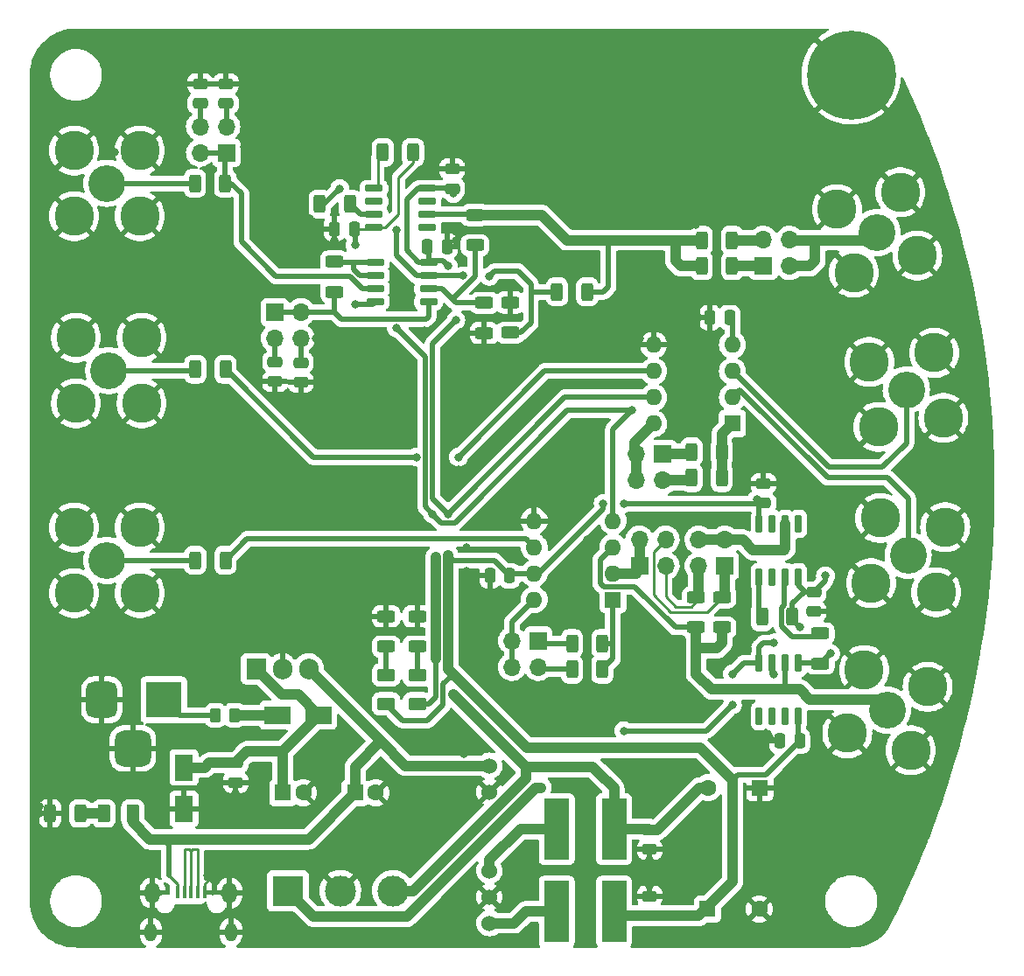
<source format=gbr>
%TF.GenerationSoftware,KiCad,Pcbnew,(6.0.0)*%
%TF.CreationDate,2022-08-23T11:31:33-04:00*%
%TF.ProjectId,Impedance_Analyzer_V2,496d7065-6461-46e6-9365-5f416e616c79,rev?*%
%TF.SameCoordinates,Original*%
%TF.FileFunction,Copper,L1,Top*%
%TF.FilePolarity,Positive*%
%FSLAX46Y46*%
G04 Gerber Fmt 4.6, Leading zero omitted, Abs format (unit mm)*
G04 Created by KiCad (PCBNEW (6.0.0)) date 2022-08-23 11:31:33*
%MOMM*%
%LPD*%
G01*
G04 APERTURE LIST*
G04 Aperture macros list*
%AMRoundRect*
0 Rectangle with rounded corners*
0 $1 Rounding radius*
0 $2 $3 $4 $5 $6 $7 $8 $9 X,Y pos of 4 corners*
0 Add a 4 corners polygon primitive as box body*
4,1,4,$2,$3,$4,$5,$6,$7,$8,$9,$2,$3,0*
0 Add four circle primitives for the rounded corners*
1,1,$1+$1,$2,$3*
1,1,$1+$1,$4,$5*
1,1,$1+$1,$6,$7*
1,1,$1+$1,$8,$9*
0 Add four rect primitives between the rounded corners*
20,1,$1+$1,$2,$3,$4,$5,0*
20,1,$1+$1,$4,$5,$6,$7,0*
20,1,$1+$1,$6,$7,$8,$9,0*
20,1,$1+$1,$8,$9,$2,$3,0*%
G04 Aperture macros list end*
%TA.AperFunction,ComponentPad*%
%ADD10C,3.556000*%
%TD*%
%TA.AperFunction,ComponentPad*%
%ADD11C,3.810000*%
%TD*%
%TA.AperFunction,SMDPad,CuDef*%
%ADD12RoundRect,0.249998X0.312502X0.625002X-0.312502X0.625002X-0.312502X-0.625002X0.312502X-0.625002X0*%
%TD*%
%TA.AperFunction,SMDPad,CuDef*%
%ADD13RoundRect,0.249998X-0.312502X-0.625002X0.312502X-0.625002X0.312502X0.625002X-0.312502X0.625002X0*%
%TD*%
%TA.AperFunction,ComponentPad*%
%ADD14R,1.600000X1.600000*%
%TD*%
%TA.AperFunction,ComponentPad*%
%ADD15O,1.600000X1.600000*%
%TD*%
%TA.AperFunction,ComponentPad*%
%ADD16C,1.600000*%
%TD*%
%TA.AperFunction,SMDPad,CuDef*%
%ADD17RoundRect,0.250000X-0.475000X0.250000X-0.475000X-0.250000X0.475000X-0.250000X0.475000X0.250000X0*%
%TD*%
%TA.AperFunction,SMDPad,CuDef*%
%ADD18R,2.500000X1.800000*%
%TD*%
%TA.AperFunction,SMDPad,CuDef*%
%ADD19R,1.800000X2.500000*%
%TD*%
%TA.AperFunction,SMDPad,CuDef*%
%ADD20RoundRect,0.249998X0.262502X0.450002X-0.262502X0.450002X-0.262502X-0.450002X0.262502X-0.450002X0*%
%TD*%
%TA.AperFunction,ComponentPad*%
%ADD21R,3.500000X3.500000*%
%TD*%
%TA.AperFunction,ComponentPad*%
%ADD22RoundRect,0.750000X-0.750000X-1.000000X0.750000X-1.000000X0.750000X1.000000X-0.750000X1.000000X0*%
%TD*%
%TA.AperFunction,ComponentPad*%
%ADD23RoundRect,0.875000X-0.875000X-0.875000X0.875000X-0.875000X0.875000X0.875000X-0.875000X0.875000X0*%
%TD*%
%TA.AperFunction,SMDPad,CuDef*%
%ADD24R,0.450000X1.300000*%
%TD*%
%TA.AperFunction,ComponentPad*%
%ADD25O,1.150000X1.800000*%
%TD*%
%TA.AperFunction,ComponentPad*%
%ADD26O,1.450000X2.000000*%
%TD*%
%TA.AperFunction,SMDPad,CuDef*%
%ADD27RoundRect,0.250000X-0.375000X-0.625000X0.375000X-0.625000X0.375000X0.625000X-0.375000X0.625000X0*%
%TD*%
%TA.AperFunction,ComponentPad*%
%ADD28R,1.905000X2.000000*%
%TD*%
%TA.AperFunction,ComponentPad*%
%ADD29O,1.905000X2.000000*%
%TD*%
%TA.AperFunction,SMDPad,CuDef*%
%ADD30RoundRect,0.249998X-0.625002X0.312502X-0.625002X-0.312502X0.625002X-0.312502X0.625002X0.312502X0*%
%TD*%
%TA.AperFunction,SMDPad,CuDef*%
%ADD31RoundRect,0.249998X0.625002X-0.312502X0.625002X0.312502X-0.625002X0.312502X-0.625002X-0.312502X0*%
%TD*%
%TA.AperFunction,SMDPad,CuDef*%
%ADD32RoundRect,0.150000X-0.725000X-0.150000X0.725000X-0.150000X0.725000X0.150000X-0.725000X0.150000X0*%
%TD*%
%TA.AperFunction,SMDPad,CuDef*%
%ADD33RoundRect,0.250000X0.250000X0.475000X-0.250000X0.475000X-0.250000X-0.475000X0.250000X-0.475000X0*%
%TD*%
%TA.AperFunction,SMDPad,CuDef*%
%ADD34RoundRect,0.250000X-0.250000X-0.475000X0.250000X-0.475000X0.250000X0.475000X-0.250000X0.475000X0*%
%TD*%
%TA.AperFunction,SMDPad,CuDef*%
%ADD35RoundRect,0.250000X0.625000X-0.375000X0.625000X0.375000X-0.625000X0.375000X-0.625000X-0.375000X0*%
%TD*%
%TA.AperFunction,SMDPad,CuDef*%
%ADD36RoundRect,0.250000X-0.625000X0.375000X-0.625000X-0.375000X0.625000X-0.375000X0.625000X0.375000X0*%
%TD*%
%TA.AperFunction,ComponentPad*%
%ADD37C,8.600000*%
%TD*%
%TA.AperFunction,SMDPad,CuDef*%
%ADD38RoundRect,0.250000X0.475000X-0.250000X0.475000X0.250000X-0.475000X0.250000X-0.475000X-0.250000X0*%
%TD*%
%TA.AperFunction,SMDPad,CuDef*%
%ADD39RoundRect,0.150000X0.150000X-0.725000X0.150000X0.725000X-0.150000X0.725000X-0.150000X-0.725000X0*%
%TD*%
%TA.AperFunction,SMDPad,CuDef*%
%ADD40RoundRect,0.249999X-0.312501X-0.625001X0.312501X-0.625001X0.312501X0.625001X-0.312501X0.625001X0*%
%TD*%
%TA.AperFunction,SMDPad,CuDef*%
%ADD41RoundRect,0.249999X-0.625001X0.312501X-0.625001X-0.312501X0.625001X-0.312501X0.625001X0.312501X0*%
%TD*%
%TA.AperFunction,SMDPad,CuDef*%
%ADD42RoundRect,0.150000X-0.150000X0.725000X-0.150000X-0.725000X0.150000X-0.725000X0.150000X0.725000X0*%
%TD*%
%TA.AperFunction,ComponentPad*%
%ADD43R,3.000000X3.000000*%
%TD*%
%TA.AperFunction,ComponentPad*%
%ADD44C,3.000000*%
%TD*%
%TA.AperFunction,SMDPad,CuDef*%
%ADD45R,2.450000X5.900000*%
%TD*%
%TA.AperFunction,ComponentPad*%
%ADD46C,1.524000*%
%TD*%
%TA.AperFunction,SMDPad,CuDef*%
%ADD47RoundRect,0.250000X0.312500X0.625000X-0.312500X0.625000X-0.312500X-0.625000X0.312500X-0.625000X0*%
%TD*%
%TA.AperFunction,ComponentPad*%
%ADD48R,1.700000X1.700000*%
%TD*%
%TA.AperFunction,ComponentPad*%
%ADD49O,1.700000X1.700000*%
%TD*%
%TA.AperFunction,SMDPad,CuDef*%
%ADD50RoundRect,0.250000X0.625000X-0.312500X0.625000X0.312500X-0.625000X0.312500X-0.625000X-0.312500X0*%
%TD*%
%TA.AperFunction,SMDPad,CuDef*%
%ADD51RoundRect,0.250000X-0.312500X-0.625000X0.312500X-0.625000X0.312500X0.625000X-0.312500X0.625000X0*%
%TD*%
%TA.AperFunction,SMDPad,CuDef*%
%ADD52RoundRect,0.250000X-0.625000X0.312500X-0.625000X-0.312500X0.625000X-0.312500X0.625000X0.312500X0*%
%TD*%
%TA.AperFunction,ViaPad*%
%ADD53C,0.800000*%
%TD*%
%TA.AperFunction,Conductor*%
%ADD54C,0.250000*%
%TD*%
%TA.AperFunction,Conductor*%
%ADD55C,0.500000*%
%TD*%
%TA.AperFunction,Conductor*%
%ADD56C,1.000000*%
%TD*%
G04 APERTURE END LIST*
D10*
%TO.P,J2,1,In*%
%TO.N,Net-(J2-Pad1)*%
X78175000Y-86125000D03*
D11*
%TO.P,J2,2,Ext*%
%TO.N,GND*%
X75000000Y-82950000D03*
X81350000Y-89300000D03*
X75000000Y-89300000D03*
X81350000Y-82950000D03*
%TD*%
D10*
%TO.P,J6,1,In*%
%TO.N,IOut*%
X152500000Y-72750000D03*
D11*
%TO.P,J6,2,Ext*%
%TO.N,GND*%
X150254936Y-76638565D03*
X156388565Y-74995064D03*
X148611435Y-70504936D03*
X154745064Y-68861435D03*
%TD*%
D10*
%TO.P,J7,1,In*%
%TO.N,IMon+*%
X153500000Y-119000000D03*
D11*
%TO.P,J7,2,Ext*%
%TO.N,GND*%
X151254936Y-115111435D03*
X149611435Y-121245064D03*
X155745064Y-122888565D03*
X157388565Y-116754936D03*
%TD*%
D12*
%TO.P,R5,1*%
%TO.N,Net-(R5-Pad1)*%
X89462500Y-104500000D03*
%TO.P,R5,2*%
%TO.N,Net-(J3-Pad1)*%
X86537500Y-104500000D03*
%TD*%
%TO.P,R6,1*%
%TO.N,Net-(R6-Pad1)*%
X89462500Y-86000000D03*
%TO.P,R6,2*%
%TO.N,Net-(J2-Pad1)*%
X86537500Y-86000000D03*
%TD*%
D13*
%TO.P,R7,1*%
%TO.N,Net-(J10-Pad2)*%
X122987500Y-115050000D03*
%TO.P,R7,2*%
%TO.N,Net-(R11-Pad1)*%
X125912500Y-115050000D03*
%TD*%
D12*
%TO.P,R8,1*%
%TO.N,Net-(R12-Pad1)*%
X137462500Y-96500000D03*
%TO.P,R8,2*%
%TO.N,Net-(J12-Pad2)*%
X134537500Y-96500000D03*
%TD*%
D14*
%TO.P,U3,1,Rg*%
%TO.N,Net-(R11-Pad1)*%
X126950000Y-108300000D03*
D15*
%TO.P,U3,2,-*%
%TO.N,IMon-*%
X126950000Y-105760000D03*
%TO.P,U3,3,+*%
%TO.N,IMon+*%
X126950000Y-103220000D03*
%TO.P,U3,4,V-*%
%TO.N,-5V*%
X126950000Y-100680000D03*
%TO.P,U3,5,Ref*%
%TO.N,GND*%
X119330000Y-100680000D03*
%TO.P,U3,6*%
%TO.N,Net-(R5-Pad1)*%
X119330000Y-103220000D03*
%TO.P,U3,7,V+*%
%TO.N,+5VP*%
X119330000Y-105760000D03*
%TO.P,U3,8,Rg*%
%TO.N,Net-(J10-Pad3)*%
X119330000Y-108300000D03*
%TD*%
D10*
%TO.P,J5,1,In*%
%TO.N,Net-(J5-Pad1)*%
X155500000Y-104000000D03*
D11*
%TO.P,J5,2,Ext*%
%TO.N,GND*%
X159085976Y-101297773D03*
X158202227Y-107585976D03*
X151914024Y-106702227D03*
X152797773Y-100414024D03*
%TD*%
D10*
%TO.P,J4,1,In*%
%TO.N,Net-(J4-Pad1)*%
X155325000Y-88000000D03*
D11*
%TO.P,J4,2,Ext*%
%TO.N,GND*%
X158027227Y-84414024D03*
X152622773Y-91585976D03*
X151739024Y-85297773D03*
X158910976Y-90702227D03*
%TD*%
D14*
%TO.P,U4,1,Rg*%
%TO.N,Net-(R12-Pad1)*%
X138500000Y-91250000D03*
D15*
%TO.P,U4,2,-*%
%TO.N,Net-(J5-Pad1)*%
X138500000Y-88710000D03*
%TO.P,U4,3,+*%
%TO.N,Net-(J4-Pad1)*%
X138500000Y-86170000D03*
%TO.P,U4,4,V-*%
%TO.N,-5V*%
X138500000Y-83630000D03*
%TO.P,U4,5,Ref*%
%TO.N,GND*%
X130880000Y-83630000D03*
%TO.P,U4,6*%
%TO.N,Net-(R6-Pad1)*%
X130880000Y-86170000D03*
%TO.P,U4,7,V+*%
%TO.N,+5VP*%
X130880000Y-88710000D03*
%TO.P,U4,8,Rg*%
%TO.N,Net-(J12-Pad3)*%
X130880000Y-91250000D03*
%TD*%
D14*
%TO.P,C4,1*%
%TO.N,Net-(C4-Pad1)*%
X95000000Y-127000000D03*
D16*
%TO.P,C4,2*%
%TO.N,GND*%
X97000000Y-127000000D03*
%TD*%
D17*
%TO.P,C5,1*%
%TO.N,Net-(C4-Pad1)*%
X90450000Y-124100000D03*
%TO.P,C5,2*%
%TO.N,GND*%
X90450000Y-126000000D03*
%TD*%
D18*
%TO.P,D1,1,K*%
%TO.N,Net-(C4-Pad1)*%
X98500000Y-119500000D03*
%TO.P,D1,2,A*%
%TO.N,Net-(D1-Pad2)*%
X94500000Y-119500000D03*
%TD*%
D19*
%TO.P,D2,1,A1*%
%TO.N,Net-(C4-Pad1)*%
X85450000Y-124550000D03*
%TO.P,D2,2,A2*%
%TO.N,GND*%
X85450000Y-128550000D03*
%TD*%
D20*
%TO.P,FB1,1*%
%TO.N,Net-(D1-Pad2)*%
X90325000Y-119500000D03*
%TO.P,FB1,2*%
%TO.N,Net-(FB1-Pad2)*%
X88500000Y-119500000D03*
%TD*%
D21*
%TO.P,J8,1*%
%TO.N,Net-(FB1-Pad2)*%
X83500000Y-118000000D03*
D22*
%TO.P,J8,2*%
%TO.N,GND*%
X77500000Y-118000000D03*
D23*
%TO.P,J8,3*%
X80500000Y-122700000D03*
%TD*%
D24*
%TO.P,J9,1,VBUS*%
%TO.N,+5V*%
X84825000Y-136650000D03*
%TO.P,J9,2,D-*%
%TO.N,Net-(J9-Pad2)*%
X85475000Y-136650000D03*
%TO.P,J9,3,D+*%
X86125000Y-136650000D03*
%TO.P,J9,4,ID*%
X86775000Y-136650000D03*
%TO.P,J9,5,GND*%
%TO.N,GND*%
X87425000Y-136650000D03*
D25*
%TO.P,J9,6,Shield*%
X82250000Y-140500000D03*
X90000000Y-140500000D03*
D26*
X82400000Y-136700000D03*
X89850000Y-136700000D03*
%TD*%
D14*
%TO.P,C6,1*%
%TO.N,+5V*%
X102000000Y-127000000D03*
D16*
%TO.P,C6,2*%
%TO.N,GND*%
X104000000Y-127000000D03*
%TD*%
D27*
%TO.P,D3,1,K*%
%TO.N,Net-(D3-Pad1)*%
X77700000Y-129000000D03*
%TO.P,D3,2,A*%
%TO.N,+5V*%
X80500000Y-129000000D03*
%TD*%
D12*
%TO.P,R13,1*%
%TO.N,Net-(D3-Pad1)*%
X75425000Y-129000000D03*
%TO.P,R13,2*%
%TO.N,GND*%
X72500000Y-129000000D03*
%TD*%
D28*
%TO.P,U5,1,IN*%
%TO.N,Net-(C4-Pad1)*%
X92420000Y-115000000D03*
D29*
%TO.P,U5,2,GND*%
%TO.N,GND*%
X94960000Y-115000000D03*
%TO.P,U5,3,OUT*%
%TO.N,+5V*%
X97500000Y-115000000D03*
%TD*%
D14*
%TO.P,C7,1*%
%TO.N,GND*%
X141152651Y-126500000D03*
D16*
%TO.P,C7,2*%
%TO.N,-5V*%
X136152651Y-126500000D03*
%TD*%
D14*
%TO.P,C9,1*%
%TO.N,+5VP*%
X136097349Y-138250000D03*
D16*
%TO.P,C9,2*%
%TO.N,GND*%
X141097349Y-138250000D03*
%TD*%
D30*
%TO.P,R3,1*%
%TO.N,Net-(R10-Pad2)*%
X114500000Y-79575000D03*
%TO.P,R3,2*%
%TO.N,GND*%
X114500000Y-82500000D03*
%TD*%
D31*
%TO.P,R2,1*%
%TO.N,Net-(R15-Pad1)*%
X117000000Y-82462500D03*
%TO.P,R2,2*%
%TO.N,GND*%
X117000000Y-79537500D03*
%TD*%
D17*
%TO.P,C1,1*%
%TO.N,Net-(C1-Pad1)*%
X96750000Y-85350000D03*
%TO.P,C1,2*%
%TO.N,GND*%
X96750000Y-87250000D03*
%TD*%
D31*
%TO.P,R1,1*%
%TO.N,Net-(J16-Pad1)*%
X100000000Y-78500000D03*
%TO.P,R1,2*%
%TO.N,Net-(R1-Pad2)*%
X100000000Y-75575000D03*
%TD*%
D32*
%TO.P,U1,1*%
%TO.N,Net-(R1-Pad2)*%
X103950000Y-75660000D03*
%TO.P,U1,2,-*%
X103950000Y-76930000D03*
%TO.P,U1,3,+*%
%TO.N,Net-(J15-Pad1)*%
X103950000Y-78200000D03*
%TO.P,U1,4,V-*%
%TO.N,-5V*%
X103950000Y-79470000D03*
%TO.P,U1,5,+*%
%TO.N,Net-(J16-Pad1)*%
X109100000Y-79470000D03*
%TO.P,U1,6,-*%
%TO.N,Net-(R10-Pad2)*%
X109100000Y-78200000D03*
%TO.P,U1,7*%
%TO.N,Net-(R15-Pad1)*%
X109100000Y-76930000D03*
%TO.P,U1,8,V+*%
%TO.N,+5VP*%
X109100000Y-75660000D03*
%TD*%
D33*
%TO.P,C14,1*%
%TO.N,-5V*%
X101900000Y-72400000D03*
%TO.P,C14,2*%
%TO.N,GND*%
X100000000Y-72400000D03*
%TD*%
%TO.P,C17,1*%
%TO.N,+5VP*%
X116950000Y-106000000D03*
%TO.P,C17,2*%
%TO.N,GND*%
X115050000Y-106000000D03*
%TD*%
D34*
%TO.P,C19,1*%
%TO.N,+5VP*%
X109000000Y-74100000D03*
%TO.P,C19,2*%
%TO.N,GND*%
X110900000Y-74100000D03*
%TD*%
D35*
%TO.P,D4,1,K*%
%TO.N,-5V*%
X108000000Y-118400000D03*
%TO.P,D4,2,A*%
%TO.N,Net-(D4-Pad2)*%
X108000000Y-115600000D03*
%TD*%
D36*
%TO.P,D5,1,K*%
%TO.N,Net-(D5-Pad1)*%
X105000000Y-115600000D03*
%TO.P,D5,2,A*%
%TO.N,+5VP*%
X105000000Y-118400000D03*
%TD*%
D31*
%TO.P,R19,1*%
%TO.N,Net-(D4-Pad2)*%
X108000000Y-112852500D03*
%TO.P,R19,2*%
%TO.N,GND*%
X108000000Y-109927500D03*
%TD*%
%TO.P,R20,1*%
%TO.N,Net-(D5-Pad1)*%
X105000000Y-112852500D03*
%TO.P,R20,2*%
%TO.N,GND*%
X105000000Y-109927500D03*
%TD*%
D37*
%TO.P,H1,1,1*%
%TO.N,GND*%
X150000000Y-57500000D03*
%TD*%
D38*
%TO.P,C22,1*%
%TO.N,+5VP*%
X141500000Y-98950000D03*
%TO.P,C22,2*%
%TO.N,GND*%
X141500000Y-97050000D03*
%TD*%
D33*
%TO.P,C23,1*%
%TO.N,-5V*%
X138250000Y-81000000D03*
%TO.P,C23,2*%
%TO.N,GND*%
X136350000Y-81000000D03*
%TD*%
D38*
%TO.P,C24,1*%
%TO.N,+5VP*%
X111400000Y-68500000D03*
%TO.P,C24,2*%
%TO.N,GND*%
X111400000Y-66600000D03*
%TD*%
D12*
%TO.P,R9,1*%
%TO.N,Net-(R9-Pad1)*%
X138462500Y-76000000D03*
%TO.P,R9,2*%
%TO.N,Net-(BUF1-Pad6)*%
X135537500Y-76000000D03*
%TD*%
D10*
%TO.P,J1,1,In*%
%TO.N,InputSig*%
X78000000Y-68000000D03*
D11*
%TO.P,J1,2,Ext*%
%TO.N,GND*%
X74825000Y-64825000D03*
X81175000Y-64825000D03*
X81175000Y-71175000D03*
X74825000Y-71175000D03*
%TD*%
D32*
%TO.P,BUF1,1,BW*%
%TO.N,Net-(BUF1-Pad1)*%
X103825000Y-68495000D03*
%TO.P,BUF1,2,NC*%
%TO.N,unconnected-(BUF1-Pad2)*%
X103825000Y-69765000D03*
%TO.P,BUF1,3,In*%
%TO.N,Net-(BUF1-Pad3)*%
X103825000Y-71035000D03*
%TO.P,BUF1,4,V-*%
%TO.N,-5V*%
X103825000Y-72305000D03*
%TO.P,BUF1,5,NC*%
%TO.N,unconnected-(BUF1-Pad5)*%
X108975000Y-72305000D03*
%TO.P,BUF1,6,Out*%
%TO.N,Net-(BUF1-Pad6)*%
X108975000Y-71035000D03*
%TO.P,BUF1,7,NC*%
%TO.N,unconnected-(BUF1-Pad7)*%
X108975000Y-69765000D03*
%TO.P,BUF1,8,V+*%
%TO.N,+5VP*%
X108975000Y-68495000D03*
%TD*%
D39*
%TO.P,BUF2,1,BW*%
%TO.N,Net-(BUF2-Pad1)*%
X141095000Y-106125000D03*
%TO.P,BUF2,2,NC*%
%TO.N,unconnected-(BUF2-Pad2)*%
X142365000Y-106125000D03*
%TO.P,BUF2,3,In*%
%TO.N,Net-(BUF2-Pad3)*%
X143635000Y-106125000D03*
%TO.P,BUF2,4,V-*%
%TO.N,-5V*%
X144905000Y-106125000D03*
%TO.P,BUF2,5,NC*%
%TO.N,unconnected-(BUF2-Pad5)*%
X144905000Y-100975000D03*
%TO.P,BUF2,6,Out*%
%TO.N,Net-(BUF2-Pad6)*%
X143635000Y-100975000D03*
%TO.P,BUF2,7,NC*%
%TO.N,unconnected-(BUF2-Pad7)*%
X142365000Y-100975000D03*
%TO.P,BUF2,8,V+*%
%TO.N,+5VP*%
X141095000Y-100975000D03*
%TD*%
D40*
%TO.P,R4,1*%
%TO.N,Net-(BUF1-Pad1)*%
X104675000Y-65000000D03*
%TO.P,R4,2*%
%TO.N,-5V*%
X107600000Y-65000000D03*
%TD*%
D41*
%TO.P,R10,1*%
%TO.N,Net-(BUF1-Pad6)*%
X113600000Y-71075000D03*
%TO.P,R10,2*%
%TO.N,Net-(R10-Pad2)*%
X113600000Y-74000000D03*
%TD*%
%TO.P,R18,1*%
%TO.N,Net-(J13-Pad3)*%
X135000000Y-108075000D03*
%TO.P,R18,2*%
%TO.N,IMon+*%
X135000000Y-111000000D03*
%TD*%
D40*
%TO.P,R21,1*%
%TO.N,Net-(BUF2-Pad1)*%
X141365000Y-109975000D03*
%TO.P,R21,2*%
%TO.N,-5V*%
X144290000Y-109975000D03*
%TD*%
D42*
%TO.P,U2,1*%
%TO.N,Net-(R16-Pad1)*%
X144905000Y-114425000D03*
%TO.P,U2,2,-*%
%TO.N,IMon+*%
X143635000Y-114425000D03*
%TO.P,U2,3,+*%
%TO.N,GND*%
X142365000Y-114425000D03*
%TO.P,U2,4,V-*%
%TO.N,-5V*%
X141095000Y-114425000D03*
%TO.P,U2,5*%
%TO.N,N/C*%
X141095000Y-119575000D03*
%TO.P,U2,6*%
X142365000Y-119575000D03*
%TO.P,U2,7*%
X143635000Y-119575000D03*
%TO.P,U2,8,V+*%
%TO.N,+5VP*%
X144905000Y-119575000D03*
%TD*%
D33*
%TO.P,C3,1*%
%TO.N,+5VP*%
X145000000Y-122000000D03*
%TO.P,C3,2*%
%TO.N,GND*%
X143100000Y-122000000D03*
%TD*%
D43*
%TO.P,J11,1,Pin_1*%
%TO.N,+5VP*%
X95500000Y-136500000D03*
D44*
%TO.P,J11,2,Pin_2*%
%TO.N,GND*%
X100580000Y-136500000D03*
%TO.P,J11,3,Pin_3*%
%TO.N,-5V*%
X105660000Y-136500000D03*
%TD*%
D38*
%TO.P,C10,1*%
%TO.N,+5VP*%
X130500000Y-138900000D03*
%TO.P,C10,2*%
%TO.N,GND*%
X130500000Y-137000000D03*
%TD*%
D45*
%TO.P,L2,1,1*%
%TO.N,-5V*%
X127050000Y-130500000D03*
%TO.P,L2,2,2*%
%TO.N,Net-(L2-Pad2)*%
X121500000Y-130500000D03*
%TD*%
D46*
%TO.P,Reg1,1,+Vin*%
%TO.N,+5V*%
X115000000Y-124380000D03*
%TO.P,Reg1,2,-Vin*%
%TO.N,GND*%
X115000000Y-126920000D03*
%TO.P,Reg1,5,-Vout*%
%TO.N,Net-(L2-Pad2)*%
X115000000Y-134540000D03*
%TO.P,Reg1,6,GND2*%
%TO.N,GND*%
X115000000Y-137080000D03*
%TO.P,Reg1,7,+Vout*%
%TO.N,Net-(L1-Pad2)*%
X115000000Y-139620000D03*
%TD*%
D17*
%TO.P,C8,1*%
%TO.N,-5V*%
X130500000Y-130600000D03*
%TO.P,C8,2*%
%TO.N,GND*%
X130500000Y-132500000D03*
%TD*%
D45*
%TO.P,L1,1,1*%
%TO.N,+5VP*%
X127050000Y-138500000D03*
%TO.P,L1,2,2*%
%TO.N,Net-(L1-Pad2)*%
X121500000Y-138500000D03*
%TD*%
D17*
%TO.P,C18,1*%
%TO.N,-5V*%
X146365000Y-107575000D03*
%TO.P,C18,2*%
%TO.N,GND*%
X146365000Y-109475000D03*
%TD*%
D47*
%TO.P,R22,1*%
%TO.N,Net-(J15-Pad1)*%
X89425000Y-68000000D03*
%TO.P,R22,2*%
%TO.N,InputSig*%
X86500000Y-68000000D03*
%TD*%
D38*
%TO.P,C16,1*%
%TO.N,Net-(C16-Pad1)*%
X89500000Y-60250000D03*
%TO.P,C16,2*%
%TO.N,GND*%
X89500000Y-58350000D03*
%TD*%
D48*
%TO.P,J16,1,Pin_1*%
%TO.N,Net-(J16-Pad1)*%
X94225000Y-80475000D03*
D49*
%TO.P,J16,2,Pin_2*%
X96765000Y-80475000D03*
%TO.P,J16,3,Pin_3*%
%TO.N,Net-(C25-Pad1)*%
X94225000Y-83015000D03*
%TO.P,J16,4,Pin_4*%
%TO.N,Net-(C1-Pad1)*%
X96765000Y-83015000D03*
%TD*%
D47*
%TO.P,R24,1*%
%TO.N,Net-(J17-Pad2)*%
X138462500Y-73500000D03*
%TO.P,R24,2*%
%TO.N,Net-(BUF1-Pad6)*%
X135537500Y-73500000D03*
%TD*%
D50*
%TO.P,R17,1*%
%TO.N,Net-(R16-Pad1)*%
X147000000Y-114500000D03*
%TO.P,R17,2*%
%TO.N,Net-(BUF2-Pad3)*%
X147000000Y-111575000D03*
%TD*%
D51*
%TO.P,R23,1*%
%TO.N,Net-(R15-Pad1)*%
X121537500Y-78500000D03*
%TO.P,R23,2*%
%TO.N,Net-(BUF1-Pad6)*%
X124462500Y-78500000D03*
%TD*%
D48*
%TO.P,J15,1,Pin_1*%
%TO.N,Net-(J15-Pad1)*%
X89540000Y-65040000D03*
D49*
%TO.P,J15,2,Pin_2*%
X87000000Y-65040000D03*
%TO.P,J15,3,Pin_3*%
%TO.N,Net-(C16-Pad1)*%
X89540000Y-62500000D03*
%TO.P,J15,4,Pin_4*%
%TO.N,Net-(C15-Pad1)*%
X87000000Y-62500000D03*
%TD*%
D38*
%TO.P,C15,1*%
%TO.N,Net-(C15-Pad1)*%
X87000000Y-60250000D03*
%TO.P,C15,2*%
%TO.N,GND*%
X87000000Y-58350000D03*
%TD*%
D17*
%TO.P,C25,1*%
%TO.N,Net-(C25-Pad1)*%
X94250000Y-85300000D03*
%TO.P,C25,2*%
%TO.N,GND*%
X94250000Y-87200000D03*
%TD*%
D52*
%TO.P,R14,1*%
%TO.N,Net-(J13-Pad4)*%
X137500000Y-108075000D03*
%TO.P,R14,2*%
%TO.N,IMon+*%
X137500000Y-111000000D03*
%TD*%
D48*
%TO.P,J13,1,Pin_1*%
%TO.N,IMon-*%
X129500000Y-105040000D03*
D49*
%TO.P,J13,2,Pin_2*%
X129500000Y-102500000D03*
%TO.P,J13,3,Pin_3*%
%TO.N,Net-(J13-Pad3)*%
X132040000Y-105040000D03*
%TO.P,J13,4,Pin_4*%
%TO.N,Net-(J13-Pad4)*%
X132040000Y-102500000D03*
%TD*%
D48*
%TO.P,J10,1,Pin_1*%
%TO.N,Net-(J10-Pad1)*%
X119725000Y-112275000D03*
D49*
%TO.P,J10,2,Pin_2*%
%TO.N,Net-(J10-Pad2)*%
X119725000Y-114815000D03*
%TO.P,J10,3,Pin_3*%
%TO.N,Net-(J10-Pad3)*%
X117185000Y-112275000D03*
%TO.P,J10,4,Pin_4*%
X117185000Y-114815000D03*
%TD*%
D10*
%TO.P,J3,1,In*%
%TO.N,Net-(J3-Pad1)*%
X78000000Y-104500000D03*
D11*
%TO.P,J3,2,Ext*%
%TO.N,GND*%
X81175000Y-101325000D03*
X74825000Y-107675000D03*
X74825000Y-101325000D03*
X81175000Y-107675000D03*
%TD*%
D51*
%TO.P,R15,1*%
%TO.N,Net-(R15-Pad1)*%
X98575000Y-70000000D03*
%TO.P,R15,2*%
%TO.N,Net-(BUF1-Pad3)*%
X101500000Y-70000000D03*
%TD*%
D48*
%TO.P,J17,1,Pin_1*%
%TO.N,Net-(R9-Pad1)*%
X141500000Y-76000000D03*
D49*
%TO.P,J17,2,Pin_2*%
%TO.N,Net-(J17-Pad2)*%
X141500000Y-73460000D03*
%TO.P,J17,3,Pin_3*%
%TO.N,IOut*%
X144040000Y-76000000D03*
%TO.P,J17,4,Pin_4*%
X144040000Y-73460000D03*
%TD*%
D48*
%TO.P,J12,1,Pin_1*%
%TO.N,Net-(J12-Pad1)*%
X131775000Y-94225000D03*
D49*
%TO.P,J12,2,Pin_2*%
%TO.N,Net-(J12-Pad2)*%
X131775000Y-96765000D03*
%TO.P,J12,3,Pin_3*%
%TO.N,Net-(J12-Pad3)*%
X129235000Y-94225000D03*
%TO.P,J12,4,Pin_4*%
X129235000Y-96765000D03*
%TD*%
D47*
%TO.P,R11,1*%
%TO.N,Net-(R11-Pad1)*%
X125912500Y-112550000D03*
%TO.P,R11,2*%
%TO.N,Net-(J10-Pad1)*%
X122987500Y-112550000D03*
%TD*%
%TO.P,R12,1*%
%TO.N,Net-(R12-Pad1)*%
X137462500Y-94000000D03*
%TO.P,R12,2*%
%TO.N,Net-(J12-Pad1)*%
X134537500Y-94000000D03*
%TD*%
D48*
%TO.P,J14,1,Pin_1*%
%TO.N,Net-(J13-Pad4)*%
X137775000Y-105040000D03*
D49*
%TO.P,J14,2,Pin_2*%
%TO.N,Net-(J13-Pad3)*%
X135235000Y-105040000D03*
%TO.P,J14,3,Pin_3*%
%TO.N,Net-(BUF2-Pad6)*%
X137775000Y-102500000D03*
%TO.P,J14,4,Pin_4*%
X135235000Y-102500000D03*
%TD*%
D53*
%TO.N,GND*%
X82500000Y-61500000D03*
X82500000Y-58500000D03*
X103750000Y-100000000D03*
X107250000Y-100000000D03*
X103750000Y-114250000D03*
X107500000Y-91500000D03*
X129500000Y-83000000D03*
X97600000Y-71400000D03*
X97000000Y-74200000D03*
X78750000Y-65000000D03*
X124500000Y-113750000D03*
X106500000Y-108500000D03*
X132750000Y-87000000D03*
X134500000Y-85500000D03*
X112500000Y-139500000D03*
X130500000Y-136000000D03*
X124250000Y-136000000D03*
X124250000Y-141000000D03*
X110500000Y-130500000D03*
X112500000Y-128250000D03*
X130500000Y-133500000D03*
X129500000Y-124250000D03*
X124250000Y-133000000D03*
X124250000Y-128000000D03*
X112500000Y-123250000D03*
X112000000Y-95750000D03*
X99750000Y-100000000D03*
X107500000Y-88750000D03*
X107500000Y-85500000D03*
X108750000Y-82250000D03*
X111000000Y-84250000D03*
X111000000Y-88750000D03*
X111000000Y-91500000D03*
X71500000Y-64790000D03*
X71500000Y-67330000D03*
X71500000Y-69870000D03*
X71500000Y-72410000D03*
X71500000Y-74950000D03*
X71500000Y-77490000D03*
X71500000Y-80030000D03*
X71500000Y-82570000D03*
X71500000Y-85110000D03*
X71500000Y-87650000D03*
X71500000Y-90190000D03*
X71500000Y-92730000D03*
X71500000Y-95270000D03*
X71500000Y-97810000D03*
X71500000Y-100350000D03*
X71500000Y-102890000D03*
X71500000Y-105430000D03*
X71500000Y-107970000D03*
X71500000Y-110510000D03*
X71500000Y-113050000D03*
X71500000Y-115590000D03*
X71500000Y-118130000D03*
X71500000Y-120670000D03*
X71500000Y-123210000D03*
X71500000Y-125750000D03*
X71500000Y-128290000D03*
X71500000Y-130830000D03*
X71500000Y-133370000D03*
X71500000Y-135910000D03*
X104440000Y-53500000D03*
X81580000Y-53500000D03*
X89200000Y-53500000D03*
X91740000Y-53500000D03*
X106980000Y-53500000D03*
X101900000Y-53500000D03*
X84120000Y-53500000D03*
X99360000Y-53500000D03*
X109520000Y-53500000D03*
X112060000Y-53500000D03*
X86660000Y-53500000D03*
X96820000Y-53500000D03*
X79040000Y-53500000D03*
X94280000Y-53500000D03*
X131000000Y-72000000D03*
X135000000Y-72000000D03*
X127500000Y-72000000D03*
X114250000Y-69250000D03*
X117750000Y-69250000D03*
X121750000Y-69250000D03*
X111500000Y-72500000D03*
X119000000Y-72500000D03*
X115000000Y-72500000D03*
X112750000Y-113000000D03*
X112750000Y-109000000D03*
X112750000Y-105500000D03*
X122578427Y-110078427D03*
X120078427Y-120578427D03*
X114421573Y-114921573D03*
X117250000Y-117750000D03*
X130750000Y-126750000D03*
X128750000Y-126250000D03*
X123000000Y-126250000D03*
X123750000Y-120750000D03*
X140000000Y-131750000D03*
X136500000Y-132500000D03*
X118750000Y-134500000D03*
X107500000Y-132750000D03*
X107750000Y-126250000D03*
X112500000Y-126000000D03*
X108250000Y-122250000D03*
X111250000Y-120000000D03*
X124500000Y-102500000D03*
X149000000Y-112000000D03*
X147250000Y-116500000D03*
X148000000Y-108500000D03*
X135250000Y-81000000D03*
X98250000Y-83000000D03*
X111750000Y-73500000D03*
X111500000Y-65250000D03*
X109000000Y-66750000D03*
X102500000Y-66500000D03*
X97000000Y-64000000D03*
X94250000Y-74750000D03*
X92500000Y-72250000D03*
X92500000Y-69500000D03*
X91250000Y-64500000D03*
X88500000Y-72500000D03*
X95500000Y-78500000D03*
X155750000Y-62250000D03*
X161000000Y-77500000D03*
X161500000Y-80750000D03*
X162750000Y-92750000D03*
X162750000Y-97750000D03*
X161750000Y-110750000D03*
X161000000Y-113750000D03*
X157250000Y-127750000D03*
X87750000Y-135000000D03*
X111310000Y-141250000D03*
X106230000Y-141250000D03*
X145115000Y-98975000D03*
X108770000Y-141250000D03*
X78290000Y-141250000D03*
X93530000Y-141250000D03*
X85910000Y-141250000D03*
X119370000Y-53500000D03*
X114750000Y-99750000D03*
X121500000Y-101500000D03*
X103750000Y-103750000D03*
X116830000Y-53500000D03*
X121500000Y-75500000D03*
X139500000Y-72000000D03*
X124450000Y-53500000D03*
X88450000Y-141250000D03*
X96070000Y-141250000D03*
X71500000Y-62250000D03*
X90450000Y-127050000D03*
X131000000Y-76000000D03*
X106525000Y-77565000D03*
X107250000Y-97500000D03*
X103000000Y-83200000D03*
X112000000Y-92500000D03*
X137500000Y-121500000D03*
X107250000Y-103750000D03*
X119500000Y-95000000D03*
X112750000Y-103250000D03*
X139500000Y-113000000D03*
X104850000Y-85600000D03*
X124500000Y-76000000D03*
X120000000Y-88500000D03*
X114290000Y-53500000D03*
X124500000Y-72000000D03*
X139500000Y-109500000D03*
X129530000Y-53500000D03*
X80830000Y-141250000D03*
X123500000Y-107000000D03*
X121910000Y-53500000D03*
X134750000Y-89250000D03*
X117000000Y-104000000D03*
X142230000Y-53500000D03*
X142500000Y-115500000D03*
X136750000Y-87750000D03*
X101150000Y-141250000D03*
X134610000Y-53500000D03*
X103690000Y-141250000D03*
X133000000Y-90750000D03*
X100000000Y-73500000D03*
X144770000Y-53500000D03*
X142000000Y-121500000D03*
X99750000Y-103750000D03*
X111000000Y-97500000D03*
X98610000Y-141250000D03*
X128000000Y-76000000D03*
X123000000Y-91500000D03*
X71500000Y-129000000D03*
X125500000Y-91500000D03*
X136500000Y-84000000D03*
X117000000Y-78000000D03*
X139690000Y-53500000D03*
X134750000Y-91500000D03*
X115500000Y-93500000D03*
X126990000Y-53500000D03*
X137150000Y-53500000D03*
X133250000Y-107000000D03*
X103350000Y-89350000D03*
X106500000Y-80000000D03*
X132070000Y-53500000D03*
X133500000Y-100500000D03*
%TO.N,Net-(R6-Pad1)*%
X112000000Y-94500000D03*
X107949979Y-94500000D03*
%TO.N,-5V*%
X102000000Y-74000000D03*
X128750000Y-90000000D03*
X138500000Y-115500000D03*
X138500000Y-118500000D03*
X109799990Y-114000000D03*
X106000000Y-82000000D03*
X125500000Y-125000000D03*
X102000000Y-79700000D03*
X109799990Y-104200010D03*
X145000000Y-111000000D03*
X111500000Y-117500000D03*
X109500000Y-100000000D03*
X128000000Y-121000000D03*
X142500000Y-112500000D03*
X147500000Y-106000000D03*
%TO.N,+5VP*%
X120000000Y-126500000D03*
X120649999Y-122649999D03*
X128000000Y-99000000D03*
X140885000Y-98575000D03*
X126000000Y-99000000D03*
X111000000Y-103999998D03*
X111000000Y-76000000D03*
X111500000Y-69000000D03*
X111749999Y-81250001D03*
X111000000Y-100000000D03*
%TO.N,Net-(R15-Pad1)*%
X112449312Y-76949312D03*
X115000000Y-77000000D03*
X100500000Y-68500000D03*
X106000000Y-72500000D03*
%TO.N,Net-(R16-Pad1)*%
X148000000Y-113500000D03*
%TD*%
D54*
%TO.N,GND*%
X87425000Y-136650000D02*
X89800000Y-136650000D01*
X87425000Y-135825000D02*
X87750000Y-135500000D01*
D55*
X142500000Y-122000000D02*
X142000000Y-121500000D01*
X72500000Y-129000000D02*
X71500000Y-129000000D01*
X142365000Y-115365000D02*
X142500000Y-115500000D01*
X142365000Y-114425000D02*
X142365000Y-115365000D01*
X100000000Y-72400000D02*
X100000000Y-73500000D01*
X143100000Y-122000000D02*
X142500000Y-122000000D01*
D54*
X87425000Y-136650000D02*
X87425000Y-135825000D01*
X87750000Y-135500000D02*
X87750000Y-135000000D01*
X89800000Y-136650000D02*
X89850000Y-136700000D01*
D55*
%TO.N,Net-(C1-Pad1)*%
X96765000Y-85335000D02*
X96750000Y-85350000D01*
X96765000Y-83015000D02*
X96765000Y-85335000D01*
%TO.N,Net-(C25-Pad1)*%
X94225000Y-83015000D02*
X94225000Y-85275000D01*
X94225000Y-85275000D02*
X94250000Y-85300000D01*
%TO.N,Net-(J4-Pad1)*%
X155325000Y-88000000D02*
X155325000Y-93175000D01*
X153000000Y-95500000D02*
X147830000Y-95500000D01*
X155325000Y-93175000D02*
X153000000Y-95500000D01*
X138500000Y-86170000D02*
X138620000Y-86170000D01*
X147830000Y-95500000D02*
X138500000Y-86170000D01*
%TO.N,Net-(J10-Pad1)*%
X120000000Y-112550000D02*
X119725000Y-112275000D01*
X122987500Y-112550000D02*
X120000000Y-112550000D01*
%TO.N,Net-(R5-Pad1)*%
X119330000Y-103220000D02*
X118510489Y-102400489D01*
X91562011Y-102400489D02*
X89462500Y-104500000D01*
X118510489Y-102400489D02*
X91562011Y-102400489D01*
%TO.N,Net-(R6-Pad1)*%
X130880000Y-86170000D02*
X130710000Y-86000000D01*
X107949979Y-94500000D02*
X97962500Y-94500000D01*
X120330000Y-86170000D02*
X112000000Y-94500000D01*
X97962500Y-94500000D02*
X89462500Y-86000000D01*
X130880000Y-86170000D02*
X120330000Y-86170000D01*
%TO.N,Net-(BUF1-Pad6)*%
X124462500Y-78500000D02*
X126000000Y-78500000D01*
X126000000Y-78500000D02*
X126500000Y-78000000D01*
X108975000Y-71035000D02*
X113560000Y-71035000D01*
D56*
X135537500Y-76000000D02*
X133500000Y-76000000D01*
X113600000Y-71075000D02*
X120075000Y-71075000D01*
X135537500Y-73500000D02*
X133000000Y-73500000D01*
X120075000Y-71075000D02*
X122500000Y-73500000D01*
X122500000Y-73500000D02*
X125000000Y-73500000D01*
X133000000Y-73500000D02*
X126500000Y-73500000D01*
X133500000Y-76000000D02*
X133000000Y-75500000D01*
D55*
X126500000Y-78000000D02*
X126500000Y-73500000D01*
D56*
X124962500Y-73500000D02*
X126500000Y-73500000D01*
X133000000Y-75500000D02*
X133000000Y-73500000D01*
D55*
X113560000Y-71035000D02*
X113600000Y-71075000D01*
D56*
%TO.N,Net-(C4-Pad1)*%
X87450000Y-124550000D02*
X87900000Y-124100000D01*
X95000000Y-123000000D02*
X91550000Y-123000000D01*
X87900000Y-124100000D02*
X90450000Y-124100000D01*
X95000000Y-127000000D02*
X95000000Y-123000000D01*
X92420000Y-115000000D02*
X94920000Y-117500000D01*
X85450000Y-124550000D02*
X87450000Y-124550000D01*
X91550000Y-123000000D02*
X90450000Y-124100000D01*
X96500000Y-117500000D02*
X98500000Y-119500000D01*
X94920000Y-117500000D02*
X96500000Y-117500000D01*
X95000000Y-123000000D02*
X98500000Y-119500000D01*
%TO.N,Net-(D1-Pad2)*%
X90325000Y-119500000D02*
X94500000Y-119500000D01*
D55*
%TO.N,Net-(FB1-Pad2)*%
X85000000Y-119500000D02*
X83500000Y-118000000D01*
X88500000Y-119500000D02*
X85000000Y-119500000D01*
D54*
%TO.N,Net-(J9-Pad2)*%
X85475000Y-132500000D02*
X85950000Y-132500000D01*
X86775000Y-136650000D02*
X86775000Y-132500000D01*
X86300000Y-132500000D02*
X86125000Y-132675000D01*
X85950000Y-132500000D02*
X86125000Y-132675000D01*
X85475000Y-136650000D02*
X85475000Y-132500000D01*
X86125000Y-132675000D02*
X86125000Y-136650000D01*
X86775000Y-132500000D02*
X86300000Y-132500000D01*
D56*
%TO.N,+5V*%
X82125000Y-131500000D02*
X83500000Y-131500000D01*
D55*
X84000000Y-135000000D02*
X84000000Y-132000000D01*
D56*
X102000000Y-127000000D02*
X102000000Y-124500000D01*
X115000000Y-124380000D02*
X106880000Y-124380000D01*
X106880000Y-124380000D02*
X104500000Y-122000000D01*
X80500000Y-129875000D02*
X82125000Y-131500000D01*
D55*
X84000000Y-132000000D02*
X83500000Y-131500000D01*
D56*
X97500000Y-131500000D02*
X102000000Y-127000000D01*
X80500000Y-129000000D02*
X80500000Y-129875000D01*
X83500000Y-131500000D02*
X97500000Y-131500000D01*
D54*
X84825000Y-135825000D02*
X84000000Y-135000000D01*
D56*
X102000000Y-124500000D02*
X104500000Y-122000000D01*
X104500000Y-122000000D02*
X97500000Y-115000000D01*
D54*
X84825000Y-136650000D02*
X84825000Y-135825000D01*
D56*
%TO.N,Net-(D3-Pad1)*%
X75425000Y-129000000D02*
X77700000Y-129000000D01*
%TO.N,-5V*%
X127050000Y-130500000D02*
X130400000Y-130500000D01*
X130400000Y-130500000D02*
X130500000Y-130600000D01*
D54*
X106200000Y-70993232D02*
X106200000Y-67400000D01*
X106200000Y-67400000D02*
X107600000Y-66000000D01*
X103825000Y-72305000D02*
X104888232Y-72305000D01*
D55*
X144905000Y-106905000D02*
X145575000Y-107575000D01*
X144290000Y-110290000D02*
X145000000Y-111000000D01*
D56*
X125000000Y-124500000D02*
X125500000Y-125000000D01*
D55*
X144905000Y-106125000D02*
X144905000Y-106905000D01*
X146365000Y-107575000D02*
X145425000Y-107575000D01*
X136000000Y-121000000D02*
X128000000Y-121000000D01*
X138500000Y-81250000D02*
X138250000Y-81000000D01*
X144290000Y-109975000D02*
X144290000Y-110290000D01*
D56*
X135325000Y-126500000D02*
X136152651Y-126500000D01*
D55*
X109799990Y-104200010D02*
X109799990Y-104100010D01*
D56*
X130500000Y-130600000D02*
X131225000Y-130600000D01*
D55*
X108000000Y-118400000D02*
X109100000Y-118400000D01*
X122500000Y-90000000D02*
X128750000Y-90000000D01*
X138500000Y-83630000D02*
X138500000Y-81250000D01*
X128750000Y-90000000D02*
X126950000Y-91800000D01*
D56*
X111500000Y-117500000D02*
X118500000Y-124500000D01*
D55*
X108799989Y-84799989D02*
X106000000Y-82000000D01*
X109799990Y-117700010D02*
X109799990Y-114000000D01*
X110350001Y-100850001D02*
X111649999Y-100850001D01*
X147500000Y-106000000D02*
X147500000Y-106440000D01*
D56*
X109799990Y-114000000D02*
X109799990Y-104200010D01*
D55*
X109100000Y-118400000D02*
X109799990Y-117700010D01*
X102000000Y-72500000D02*
X101900000Y-72400000D01*
X103720000Y-79700000D02*
X103950000Y-79470000D01*
X147500000Y-106440000D02*
X146365000Y-107575000D01*
X145425000Y-107575000D02*
X144290000Y-108710000D01*
X138500000Y-115500000D02*
X139575000Y-114425000D01*
D54*
X103730000Y-72400000D02*
X103825000Y-72305000D01*
D56*
X127050000Y-126550000D02*
X127050000Y-130500000D01*
X131225000Y-130600000D02*
X135325000Y-126500000D01*
D55*
X144290000Y-108710000D02*
X144290000Y-109975000D01*
D56*
X107583762Y-136500000D02*
X105660000Y-136500000D01*
D55*
X141500000Y-112500000D02*
X141095000Y-112905000D01*
D56*
X118500000Y-124500000D02*
X125000000Y-124500000D01*
D55*
X136000000Y-121000000D02*
X138500000Y-118500000D01*
X109799990Y-104100010D02*
X109900000Y-104000000D01*
X139575000Y-114425000D02*
X141095000Y-114425000D01*
X141095000Y-112905000D02*
X141095000Y-114425000D01*
X111649999Y-100850001D02*
X122500000Y-90000000D01*
D54*
X107600000Y-66000000D02*
X107600000Y-65000000D01*
D56*
X118500000Y-125583762D02*
X107583762Y-136500000D01*
D54*
X104888232Y-72305000D02*
X106200000Y-70993232D01*
D55*
X109500000Y-100000000D02*
X108799989Y-99299989D01*
D54*
X101900000Y-72400000D02*
X103730000Y-72400000D01*
D55*
X142500000Y-112500000D02*
X141500000Y-112500000D01*
X108799989Y-99299989D02*
X108799989Y-84799989D01*
X102000000Y-79700000D02*
X103720000Y-79700000D01*
X145575000Y-107575000D02*
X146365000Y-107575000D01*
D56*
X125500000Y-125000000D02*
X127050000Y-126550000D01*
D55*
X126950000Y-91800000D02*
X126950000Y-100680000D01*
X102000000Y-74000000D02*
X102000000Y-72500000D01*
D56*
X118500000Y-124500000D02*
X118500000Y-125583762D01*
D55*
X109500000Y-100000000D02*
X110350001Y-100850001D01*
D56*
%TO.N,+5VP*%
X127450000Y-138900000D02*
X130500000Y-138900000D01*
X127050000Y-138500000D02*
X127450000Y-138900000D01*
X135399999Y-122649999D02*
X138500000Y-125750000D01*
X111000000Y-115000000D02*
X111000000Y-103999998D01*
D55*
X108975000Y-68495000D02*
X111395000Y-68495000D01*
X110500000Y-118500000D02*
X110500000Y-116500000D01*
X126799989Y-122599987D02*
X126850001Y-122649999D01*
X108975000Y-68495000D02*
X108100000Y-68495000D01*
D56*
X111250000Y-115250000D02*
X118649999Y-122649999D01*
D55*
X111500002Y-104500000D02*
X111000000Y-103999998D01*
X111500000Y-68600000D02*
X111400000Y-68500000D01*
D56*
X120649999Y-122649999D02*
X126850001Y-122649999D01*
D55*
X117190000Y-105760000D02*
X116950000Y-106000000D01*
X119740000Y-105760000D02*
X119330000Y-105760000D01*
D56*
X138500000Y-125750000D02*
X138500000Y-135639998D01*
D55*
X126000000Y-99000000D02*
X126000000Y-99500000D01*
X126000000Y-99500000D02*
X119740000Y-105760000D01*
X115450000Y-104500000D02*
X111500002Y-104500000D01*
X111395000Y-68495000D02*
X111400000Y-68500000D01*
X141095000Y-99355000D02*
X141095000Y-100975000D01*
D56*
X135239998Y-138900000D02*
X130500000Y-138900000D01*
X111250000Y-115250000D02*
X111000000Y-115000000D01*
D55*
X141450000Y-99000000D02*
X128000000Y-99000000D01*
X109500000Y-98500000D02*
X109500000Y-83500000D01*
X105000000Y-118400000D02*
X106600000Y-120000000D01*
X141749511Y-125250489D02*
X138999511Y-125250489D01*
X108100000Y-68495000D02*
X107000000Y-69595000D01*
X108160000Y-75660000D02*
X109100000Y-75660000D01*
X119330000Y-105760000D02*
X117190000Y-105760000D01*
X110500000Y-75500000D02*
X109260000Y-75500000D01*
X130880000Y-88710000D02*
X122290000Y-88710000D01*
X109100000Y-74200000D02*
X109000000Y-74100000D01*
X144905000Y-121905000D02*
X145000000Y-122000000D01*
X141500000Y-98950000D02*
X141095000Y-99355000D01*
X122290000Y-88710000D02*
X111000000Y-100000000D01*
X109000000Y-120000000D02*
X110500000Y-118500000D01*
X116950000Y-106000000D02*
X115450000Y-104500000D01*
D56*
X95500000Y-136500000D02*
X98000000Y-139000000D01*
X119500000Y-126500000D02*
X120000000Y-126500000D01*
D55*
X111000000Y-100000000D02*
X109500000Y-98500000D01*
X111250000Y-115750000D02*
X111250000Y-115250000D01*
X138999511Y-125250489D02*
X138500000Y-125750000D01*
X109260000Y-75500000D02*
X109100000Y-75660000D01*
X111500000Y-69000000D02*
X111500000Y-68600000D01*
X111000000Y-76000000D02*
X110500000Y-75500000D01*
X144905000Y-119575000D02*
X144905000Y-121905000D01*
X107000000Y-74500000D02*
X108160000Y-75660000D01*
D56*
X138500000Y-135639998D02*
X135239998Y-138900000D01*
D55*
X110500000Y-116500000D02*
X111250000Y-115750000D01*
D56*
X98000000Y-139000000D02*
X107000000Y-139000000D01*
D55*
X106600000Y-120000000D02*
X109000000Y-120000000D01*
X141500000Y-98950000D02*
X141450000Y-99000000D01*
D56*
X126850001Y-122649999D02*
X135399999Y-122649999D01*
X118649999Y-122649999D02*
X120649999Y-122649999D01*
D55*
X109500000Y-83500000D02*
X111749999Y-81250001D01*
X145000000Y-122000000D02*
X141749511Y-125250489D01*
D56*
X107000000Y-139000000D02*
X119500000Y-126500000D01*
D55*
X109100000Y-75660000D02*
X109100000Y-74200000D01*
X107000000Y-69595000D02*
X107000000Y-74500000D01*
D56*
%TO.N,Net-(L1-Pad2)*%
X117380000Y-139620000D02*
X118500000Y-138500000D01*
X115000000Y-139620000D02*
X117380000Y-139620000D01*
X118500000Y-138500000D02*
X121500000Y-138500000D01*
%TO.N,Net-(L2-Pad2)*%
X115000000Y-134540000D02*
X115000000Y-133500000D01*
X115000000Y-133500000D02*
X118000000Y-130500000D01*
X118000000Y-130500000D02*
X121500000Y-130500000D01*
D55*
%TO.N,Net-(D4-Pad2)*%
X108000000Y-112852500D02*
X108000000Y-115600000D01*
%TO.N,Net-(D5-Pad1)*%
X105000000Y-115600000D02*
X105000000Y-112852500D01*
%TO.N,Net-(C15-Pad1)*%
X87000000Y-62500000D02*
X87000000Y-60250000D01*
%TO.N,Net-(BUF1-Pad3)*%
X103825000Y-71035000D02*
X102535000Y-71035000D01*
X102535000Y-71035000D02*
X101500000Y-70000000D01*
D54*
%TO.N,Net-(BUF1-Pad1)*%
X104200000Y-65475000D02*
X104200000Y-68120000D01*
X104675000Y-65000000D02*
X104200000Y-65475000D01*
X104200000Y-68120000D02*
X103825000Y-68495000D01*
D55*
%TO.N,Net-(BUF2-Pad3)*%
X143500000Y-108838229D02*
X143500000Y-106260000D01*
X143500000Y-106260000D02*
X143635000Y-106125000D01*
X147000000Y-111575000D02*
X146725489Y-111849511D01*
X146725489Y-111849511D02*
X144237740Y-111849511D01*
X144237740Y-111849511D02*
X143277980Y-110889751D01*
X143277980Y-109060249D02*
X143500000Y-108838229D01*
X143277980Y-110889751D02*
X143277980Y-109060249D01*
%TO.N,Net-(BUF2-Pad1)*%
X141095000Y-106125000D02*
X141095000Y-109705000D01*
X141095000Y-109705000D02*
X141365000Y-109975000D01*
D56*
%TO.N,IOut*%
X146000000Y-76000000D02*
X146500000Y-75500000D01*
X146500000Y-73500000D02*
X151750000Y-73500000D01*
X144040000Y-76000000D02*
X146000000Y-76000000D01*
X152000000Y-74000000D02*
X153000000Y-73000000D01*
X146500000Y-75500000D02*
X146500000Y-73500000D01*
X151750000Y-73500000D02*
X152500000Y-72750000D01*
X144000000Y-73500000D02*
X146500000Y-73500000D01*
D55*
%TO.N,IMon+*%
X125700489Y-106700489D02*
X126050489Y-107050489D01*
X125700489Y-104469511D02*
X125700489Y-106700489D01*
X129050489Y-107050489D02*
X133000000Y-111000000D01*
D56*
X146000480Y-118000480D02*
X145000000Y-117000000D01*
D55*
X133000000Y-111000000D02*
X135000000Y-111000000D01*
D56*
X153500000Y-119000000D02*
X152500480Y-118000480D01*
X137500000Y-112500000D02*
X137500000Y-111000000D01*
X136500000Y-117000000D02*
X135000000Y-115500000D01*
D55*
X126050489Y-107050489D02*
X129050489Y-107050489D01*
D56*
X152500480Y-118000480D02*
X146000480Y-118000480D01*
X135000000Y-113000000D02*
X137000000Y-113000000D01*
X135000000Y-113000000D02*
X135000000Y-111000000D01*
X152400000Y-119000000D02*
X153500000Y-119000000D01*
X143500000Y-117000000D02*
X136500000Y-117000000D01*
X143635000Y-116865000D02*
X143500000Y-117000000D01*
X135000000Y-115500000D02*
X135000000Y-113000000D01*
X137000000Y-113000000D02*
X137500000Y-112500000D01*
D55*
X143635000Y-114425000D02*
X143635000Y-116865000D01*
X126950000Y-103220000D02*
X125700489Y-104469511D01*
D56*
X145000000Y-117000000D02*
X143500000Y-117000000D01*
%TO.N,IMon-*%
X129240000Y-105300000D02*
X129500000Y-105040000D01*
X129500000Y-105040000D02*
X129500000Y-102500000D01*
X126950000Y-105760000D02*
X129200000Y-105760000D01*
D55*
%TO.N,Net-(J10-Pad2)*%
X122987500Y-115050000D02*
X119960000Y-115050000D01*
X119960000Y-115050000D02*
X119725000Y-114815000D01*
%TO.N,Net-(J10-Pad3)*%
X117185000Y-114815000D02*
X117185000Y-112275000D01*
X117185000Y-110445000D02*
X119330000Y-108300000D01*
X117185000Y-112275000D02*
X117185000Y-110445000D01*
D56*
%TO.N,Net-(J12-Pad2)*%
X131775000Y-96765000D02*
X134272500Y-96765000D01*
X134272500Y-96765000D02*
X134537500Y-96500000D01*
D55*
%TO.N,Net-(R1-Pad2)*%
X102430000Y-76930000D02*
X101840000Y-76340000D01*
X103950000Y-75660000D02*
X101840000Y-75660000D01*
X103950000Y-76930000D02*
X102430000Y-76930000D01*
X101840000Y-76340000D02*
X101840000Y-75660000D01*
X101840000Y-75660000D02*
X100085000Y-75660000D01*
X100085000Y-75660000D02*
X100000000Y-75575000D01*
%TO.N,Net-(R10-Pad2)*%
X114500000Y-79575000D02*
X111775000Y-79575000D01*
X113600000Y-77000000D02*
X113600000Y-74000000D01*
X109100000Y-78200000D02*
X110400000Y-78200000D01*
X111400000Y-79200000D02*
X113600000Y-77000000D01*
X110400000Y-78200000D02*
X111400000Y-79200000D01*
X111775000Y-79575000D02*
X111400000Y-79200000D01*
D56*
%TO.N,Net-(J12-Pad1)*%
X131775000Y-94225000D02*
X134312500Y-94225000D01*
X134312500Y-94225000D02*
X134537500Y-94000000D01*
%TO.N,Net-(J12-Pad3)*%
X129000000Y-93130000D02*
X129000000Y-93500000D01*
X130880000Y-91250000D02*
X129000000Y-93130000D01*
X129235000Y-94225000D02*
X129235000Y-96765000D01*
D54*
%TO.N,Net-(J13-Pad3)*%
X132040000Y-105040000D02*
X132040000Y-108000000D01*
X132040000Y-108000000D02*
X133040000Y-109000000D01*
X134500000Y-109000000D02*
X135000000Y-108500000D01*
D56*
X135235000Y-107840000D02*
X135000000Y-108075000D01*
D54*
X133040000Y-109000000D02*
X134500000Y-109000000D01*
X135000000Y-108500000D02*
X135000000Y-108075000D01*
D56*
X135235000Y-105040000D02*
X135235000Y-107567500D01*
D55*
%TO.N,Net-(J2-Pad1)*%
X78175000Y-86125000D02*
X86412500Y-86125000D01*
X86412500Y-86125000D02*
X86537500Y-86000000D01*
%TO.N,Net-(J3-Pad1)*%
X78000000Y-104500000D02*
X86537500Y-104500000D01*
%TO.N,Net-(J5-Pad1)*%
X138500000Y-88710000D02*
X139040000Y-88710000D01*
X139210000Y-88000000D02*
X147710000Y-96500000D01*
X147710000Y-96500000D02*
X153500000Y-96500000D01*
X153500000Y-96500000D02*
X155500000Y-98500000D01*
X138500000Y-88710000D02*
X139210000Y-88000000D01*
X155500000Y-98500000D02*
X155500000Y-102500000D01*
D56*
%TO.N,Net-(BUF2-Pad6)*%
X143500000Y-103500000D02*
X143635000Y-103365000D01*
X137775000Y-102500000D02*
X139500000Y-102500000D01*
X143635000Y-103365000D02*
X143635000Y-100975000D01*
X135235000Y-102500000D02*
X137775000Y-102500000D01*
X139500000Y-102500000D02*
X140500000Y-103500000D01*
X140500000Y-103500000D02*
X143500000Y-103500000D01*
D55*
%TO.N,Net-(R15-Pad1)*%
X106000000Y-72500000D02*
X106000000Y-75000000D01*
X115500000Y-76500000D02*
X117750000Y-76500000D01*
X119000000Y-77750000D02*
X119000000Y-78500000D01*
X99000000Y-70000000D02*
X98575000Y-70000000D01*
X100500000Y-68500000D02*
X99000000Y-70000000D01*
X109100000Y-76930000D02*
X112430000Y-76930000D01*
X107930000Y-76930000D02*
X109100000Y-76930000D01*
X118037500Y-82462500D02*
X117000000Y-82462500D01*
X119000000Y-78500000D02*
X121537500Y-78500000D01*
X106000000Y-75000000D02*
X107930000Y-76930000D01*
X119000000Y-78500000D02*
X119000000Y-81500000D01*
X115000000Y-77000000D02*
X115500000Y-76500000D01*
X112430000Y-76930000D02*
X112449312Y-76949312D01*
X119000000Y-81500000D02*
X118037500Y-82462500D01*
X117750000Y-76500000D02*
X119000000Y-77750000D01*
D54*
%TO.N,Net-(J13-Pad4)*%
X136075000Y-109500000D02*
X132500000Y-109500000D01*
X130865489Y-107865489D02*
X130865489Y-103674511D01*
X137500000Y-108075000D02*
X136075000Y-109500000D01*
X132500000Y-109500000D02*
X130865489Y-107865489D01*
D56*
X137775000Y-107800000D02*
X137500000Y-108075000D01*
D54*
X132040000Y-102500000D02*
X130865489Y-103674511D01*
D56*
X137775000Y-105040000D02*
X137775000Y-107527500D01*
D55*
%TO.N,Net-(R11-Pad1)*%
X126950000Y-108300000D02*
X126950000Y-112450000D01*
X125912500Y-112550000D02*
X126850000Y-112550000D01*
X126950000Y-112450000D02*
X126950000Y-114012500D01*
X126850000Y-112550000D02*
X126950000Y-112450000D01*
X126950000Y-114012500D02*
X125912500Y-115050000D01*
D56*
%TO.N,Net-(R12-Pad1)*%
X137462500Y-94000000D02*
X137462500Y-92287500D01*
X137462500Y-92287500D02*
X138500000Y-91250000D01*
X137462500Y-94000000D02*
X137462500Y-96500000D01*
D55*
%TO.N,Net-(R16-Pad1)*%
X146925000Y-114425000D02*
X147000000Y-114500000D01*
X144905000Y-114425000D02*
X146925000Y-114425000D01*
X144905000Y-114425000D02*
X144892251Y-114412251D01*
X147000000Y-114500000D02*
X148000000Y-113500000D01*
%TO.N,Net-(C16-Pad1)*%
X89540000Y-62500000D02*
X89540000Y-60290000D01*
D54*
X89540000Y-60290000D02*
X89500000Y-60250000D01*
D55*
%TO.N,InputSig*%
X78000000Y-68000000D02*
X86500000Y-68000000D01*
%TO.N,Net-(J15-Pad1)*%
X91000000Y-73662500D02*
X94337500Y-77000000D01*
X102700000Y-78200000D02*
X103950000Y-78200000D01*
X89425000Y-65475000D02*
X89500000Y-65400000D01*
X101500000Y-77000000D02*
X102700000Y-78200000D01*
X89425000Y-68000000D02*
X89425000Y-65475000D01*
X91000000Y-69000000D02*
X91000000Y-73662500D01*
X90000000Y-68000000D02*
X91000000Y-69000000D01*
X89425000Y-68000000D02*
X90000000Y-68000000D01*
X94337500Y-77000000D02*
X101500000Y-77000000D01*
X89540000Y-65040000D02*
X87000000Y-65040000D01*
%TO.N,Net-(J16-Pad1)*%
X96765000Y-80475000D02*
X99975000Y-80475000D01*
X109100000Y-80900000D02*
X109100000Y-79470000D01*
X94225000Y-80475000D02*
X96765000Y-80475000D01*
X99975000Y-80475000D02*
X100000000Y-80500000D01*
X100650489Y-81150489D02*
X108849511Y-81150489D01*
X100000000Y-78500000D02*
X100000000Y-80500000D01*
X100000000Y-80500000D02*
X100650489Y-81150489D01*
X108849511Y-81150489D02*
X109100000Y-80900000D01*
D56*
%TO.N,Net-(R9-Pad1)*%
X138462500Y-76000000D02*
X141500000Y-76000000D01*
%TO.N,Net-(J17-Pad2)*%
X138462500Y-73500000D02*
X141460000Y-73500000D01*
X141460000Y-73500000D02*
X141500000Y-73460000D01*
%TD*%
%TA.AperFunction,Conductor*%
%TO.N,GND*%
G36*
X147763038Y-53028002D02*
G01*
X147809531Y-53081658D01*
X147819635Y-53151932D01*
X147790141Y-53216512D01*
X147757631Y-53243284D01*
X147423581Y-53434984D01*
X147418848Y-53437987D01*
X147072420Y-53680109D01*
X147067979Y-53683517D01*
X146796476Y-53911739D01*
X146788031Y-53924456D01*
X146794139Y-53934929D01*
X153562142Y-60702932D01*
X153575903Y-60710446D01*
X153585263Y-60703989D01*
X153754244Y-60511303D01*
X153757744Y-60506935D01*
X154007073Y-60165645D01*
X154010168Y-60160987D01*
X154228160Y-59798903D01*
X154230841Y-59793964D01*
X154415779Y-59413946D01*
X154418014Y-59408780D01*
X154568442Y-59013815D01*
X154570201Y-59008496D01*
X154684920Y-58601730D01*
X154686204Y-58596259D01*
X154764315Y-58180883D01*
X154765102Y-58175346D01*
X154798996Y-57826540D01*
X154825492Y-57760673D01*
X154883393Y-57719587D01*
X154954315Y-57716327D01*
X155015740Y-57751928D01*
X155038245Y-57784723D01*
X155185254Y-58094631D01*
X155201196Y-58128239D01*
X155202249Y-58130518D01*
X155398411Y-58566505D01*
X155976537Y-59851438D01*
X155977555Y-59853762D01*
X156407147Y-60862351D01*
X156681668Y-61506867D01*
X156717052Y-61589942D01*
X156718014Y-61592266D01*
X156982533Y-62249707D01*
X157422407Y-63342978D01*
X157423330Y-63345341D01*
X157477314Y-63487727D01*
X158092331Y-65109870D01*
X158093174Y-65112162D01*
X158393096Y-65953969D01*
X158726542Y-66889871D01*
X158727369Y-66892269D01*
X159130684Y-68100692D01*
X159324732Y-68682101D01*
X159324786Y-68682264D01*
X159325560Y-68684663D01*
X159543265Y-69383500D01*
X159886839Y-70486383D01*
X159887569Y-70488813D01*
X160412446Y-72301411D01*
X160413127Y-72303854D01*
X160901411Y-74126664D01*
X160902043Y-74129121D01*
X161056669Y-74756638D01*
X161353550Y-75961469D01*
X161354106Y-75963828D01*
X161765532Y-77791118D01*
X161768632Y-77804884D01*
X161769158Y-77807338D01*
X162143866Y-79643277D01*
X162146531Y-79656336D01*
X162147005Y-79658786D01*
X162486623Y-81512529D01*
X162487076Y-81515002D01*
X162487506Y-81517493D01*
X162526240Y-81755897D01*
X162790132Y-83380131D01*
X162790514Y-83382638D01*
X163055587Y-85251039D01*
X163055917Y-85253549D01*
X163281378Y-87110881D01*
X163283323Y-87126905D01*
X163283598Y-87129386D01*
X163409821Y-88379028D01*
X163473241Y-89006910D01*
X163473471Y-89009436D01*
X163625281Y-90890456D01*
X163625459Y-90892986D01*
X163739365Y-92776582D01*
X163739493Y-92779116D01*
X163815460Y-94664715D01*
X163815536Y-94667250D01*
X163853525Y-96553899D01*
X163853551Y-96556436D01*
X163853551Y-98443563D01*
X163853525Y-98446100D01*
X163815536Y-100332749D01*
X163815460Y-100335284D01*
X163739493Y-102220883D01*
X163739365Y-102223417D01*
X163625460Y-104107013D01*
X163625282Y-104109543D01*
X163473471Y-105990563D01*
X163473241Y-105993089D01*
X163285605Y-107850757D01*
X163283603Y-107870573D01*
X163283327Y-107873056D01*
X163055919Y-109746445D01*
X163055588Y-109748960D01*
X162790514Y-111617361D01*
X162790132Y-111619868D01*
X162586750Y-112871672D01*
X162492561Y-113451399D01*
X162487508Y-113482497D01*
X162487078Y-113484988D01*
X162147749Y-115337156D01*
X162147013Y-115341172D01*
X162146539Y-115343623D01*
X161781310Y-117133123D01*
X161769164Y-117192635D01*
X161768637Y-117195090D01*
X161354107Y-119036171D01*
X161353551Y-119038530D01*
X161084644Y-120129834D01*
X160902043Y-120870878D01*
X160901411Y-120873335D01*
X160413127Y-122696145D01*
X160412446Y-122698588D01*
X159887569Y-124511186D01*
X159886839Y-124513616D01*
X159637187Y-125315007D01*
X159329530Y-126302598D01*
X159325566Y-126315321D01*
X159324792Y-126317719D01*
X159195947Y-126703768D01*
X158727369Y-128107730D01*
X158726542Y-128110128D01*
X158499992Y-128746000D01*
X158093175Y-129887837D01*
X158092332Y-129890129D01*
X157525456Y-131385296D01*
X157423330Y-131654658D01*
X157422407Y-131657021D01*
X157372045Y-131782193D01*
X156740465Y-133351937D01*
X156718023Y-133407714D01*
X156717061Y-133410038D01*
X156554232Y-133792326D01*
X155977555Y-135146238D01*
X155976537Y-135148562D01*
X155465764Y-136283798D01*
X155214840Y-136841500D01*
X155202261Y-136869457D01*
X155201208Y-136871736D01*
X154392422Y-138576738D01*
X154391319Y-138579005D01*
X154106826Y-139148829D01*
X153576305Y-140211433D01*
X153561099Y-140234930D01*
X153446137Y-140375462D01*
X153366568Y-140472729D01*
X153357272Y-140484092D01*
X153350208Y-140492021D01*
X153094085Y-140756181D01*
X153086379Y-140763486D01*
X152808925Y-141005142D01*
X152800631Y-141011772D01*
X152503825Y-141229201D01*
X152495002Y-141235110D01*
X152180935Y-141426780D01*
X152171646Y-141431925D01*
X151842551Y-141596472D01*
X151832862Y-141600816D01*
X151491087Y-141737067D01*
X151481065Y-141740580D01*
X151129025Y-141847572D01*
X151118764Y-141850224D01*
X150758959Y-141927196D01*
X150748499Y-141928976D01*
X150383494Y-141975378D01*
X150372918Y-141976272D01*
X150278236Y-141980265D01*
X150043561Y-141990163D01*
X150018865Y-141988775D01*
X150015143Y-141988195D01*
X150015138Y-141988195D01*
X150006270Y-141986814D01*
X149997368Y-141987978D01*
X149997365Y-141987978D01*
X149978083Y-141990500D01*
X149974971Y-141990907D01*
X149974749Y-141990936D01*
X149958411Y-141992000D01*
X128756194Y-141992000D01*
X128688073Y-141971998D01*
X128641580Y-141918342D01*
X128631476Y-141848068D01*
X128655368Y-141790435D01*
X128725615Y-141696705D01*
X128776745Y-141560316D01*
X128783500Y-141498134D01*
X128783500Y-140034500D01*
X128803502Y-139966379D01*
X128857158Y-139919886D01*
X128909500Y-139908500D01*
X135178155Y-139908500D01*
X135191762Y-139909237D01*
X135223260Y-139912659D01*
X135223265Y-139912659D01*
X135229386Y-139913324D01*
X135255636Y-139911027D01*
X135279386Y-139908950D01*
X135284212Y-139908621D01*
X135286684Y-139908500D01*
X135289767Y-139908500D01*
X135301736Y-139907326D01*
X135332504Y-139904310D01*
X135333817Y-139904188D01*
X135378082Y-139900315D01*
X135426411Y-139896087D01*
X135431530Y-139894600D01*
X135436831Y-139894080D01*
X135525832Y-139867209D01*
X135526965Y-139866874D01*
X135610412Y-139842630D01*
X135610416Y-139842628D01*
X135616334Y-139840909D01*
X135621066Y-139838456D01*
X135626167Y-139836916D01*
X135635046Y-139832195D01*
X135708258Y-139793269D01*
X135709424Y-139792657D01*
X135786451Y-139752729D01*
X135791924Y-139749892D01*
X135796087Y-139746569D01*
X135800794Y-139744066D01*
X135872916Y-139685245D01*
X135873772Y-139684554D01*
X135912971Y-139653262D01*
X135915475Y-139650758D01*
X135916193Y-139650116D01*
X135920526Y-139646415D01*
X135954060Y-139619065D01*
X135966371Y-139604184D01*
X136025205Y-139564446D01*
X136063455Y-139558500D01*
X136945483Y-139558500D01*
X137007665Y-139551745D01*
X137144054Y-139500615D01*
X137260610Y-139413261D01*
X137318468Y-139336062D01*
X140375842Y-139336062D01*
X140385138Y-139348077D01*
X140436343Y-139383931D01*
X140445838Y-139389414D01*
X140643296Y-139481490D01*
X140653588Y-139485236D01*
X140864037Y-139541625D01*
X140874830Y-139543528D01*
X141091874Y-139562517D01*
X141102824Y-139562517D01*
X141319868Y-139543528D01*
X141330661Y-139541625D01*
X141541110Y-139485236D01*
X141551402Y-139481490D01*
X141748860Y-139389414D01*
X141758355Y-139383931D01*
X141810397Y-139347491D01*
X141818773Y-139337012D01*
X141811705Y-139323566D01*
X141110161Y-138622022D01*
X141096217Y-138614408D01*
X141094384Y-138614539D01*
X141087769Y-138618790D01*
X140382272Y-139324287D01*
X140375842Y-139336062D01*
X137318468Y-139336062D01*
X137347964Y-139296705D01*
X137399094Y-139160316D01*
X137405849Y-139098134D01*
X137405849Y-138255475D01*
X139784832Y-138255475D01*
X139803821Y-138472519D01*
X139805724Y-138483312D01*
X139862113Y-138693761D01*
X139865859Y-138704053D01*
X139957935Y-138901511D01*
X139963418Y-138911006D01*
X139999858Y-138963048D01*
X140010337Y-138971424D01*
X140023783Y-138964356D01*
X140725327Y-138262812D01*
X140731705Y-138251132D01*
X141461757Y-138251132D01*
X141461888Y-138252965D01*
X141466139Y-138259580D01*
X142171636Y-138965077D01*
X142183411Y-138971507D01*
X142195426Y-138962211D01*
X142231280Y-138911006D01*
X142236763Y-138901511D01*
X142328839Y-138704053D01*
X142332585Y-138693761D01*
X142388974Y-138483312D01*
X142390877Y-138472519D01*
X142409866Y-138255475D01*
X142409866Y-138244525D01*
X142390877Y-138027481D01*
X142388974Y-138016688D01*
X142332585Y-137806239D01*
X142328839Y-137795947D01*
X142264430Y-137657821D01*
X147491500Y-137657821D01*
X147531060Y-137970975D01*
X147609557Y-138276702D01*
X147611010Y-138280371D01*
X147611010Y-138280372D01*
X147705359Y-138518669D01*
X147725753Y-138570179D01*
X147727659Y-138573647D01*
X147727660Y-138573648D01*
X147765800Y-138643023D01*
X147877816Y-138846779D01*
X148063346Y-139102140D01*
X148279418Y-139332233D01*
X148282469Y-139334757D01*
X148282470Y-139334758D01*
X148365308Y-139403288D01*
X148522625Y-139533432D01*
X148789131Y-139702562D01*
X148792710Y-139704246D01*
X148792717Y-139704250D01*
X149071144Y-139835267D01*
X149071148Y-139835269D01*
X149074734Y-139836956D01*
X149078506Y-139838182D01*
X149078507Y-139838182D01*
X149112916Y-139849362D01*
X149374928Y-139934495D01*
X149684980Y-139993641D01*
X149921162Y-140008500D01*
X150078838Y-140008500D01*
X150315020Y-139993641D01*
X150625072Y-139934495D01*
X150887084Y-139849362D01*
X150921493Y-139838182D01*
X150921494Y-139838182D01*
X150925266Y-139836956D01*
X150928852Y-139835269D01*
X150928856Y-139835267D01*
X151207283Y-139704250D01*
X151207290Y-139704246D01*
X151210869Y-139702562D01*
X151477375Y-139533432D01*
X151634692Y-139403288D01*
X151717530Y-139334758D01*
X151717531Y-139334757D01*
X151720582Y-139332233D01*
X151936654Y-139102140D01*
X152122184Y-138846779D01*
X152234201Y-138643023D01*
X152272340Y-138573648D01*
X152272341Y-138573647D01*
X152274247Y-138570179D01*
X152294642Y-138518669D01*
X152388990Y-138280372D01*
X152388990Y-138280371D01*
X152390443Y-138276702D01*
X152468940Y-137970975D01*
X152508500Y-137657821D01*
X152508500Y-137342179D01*
X152468940Y-137029025D01*
X152390443Y-136723298D01*
X152295383Y-136483204D01*
X152275702Y-136433495D01*
X152275700Y-136433490D01*
X152274247Y-136429821D01*
X152269531Y-136421243D01*
X152124093Y-136156693D01*
X152124091Y-136156690D01*
X152122184Y-136153221D01*
X151963235Y-135934446D01*
X151938982Y-135901064D01*
X151938981Y-135901062D01*
X151936654Y-135897860D01*
X151751103Y-135700268D01*
X151723297Y-135670658D01*
X151723296Y-135670657D01*
X151720582Y-135667767D01*
X151692187Y-135644276D01*
X151519627Y-135501522D01*
X151477375Y-135466568D01*
X151210869Y-135297438D01*
X151207290Y-135295754D01*
X151207283Y-135295750D01*
X150928856Y-135164733D01*
X150928852Y-135164731D01*
X150925266Y-135163044D01*
X150873543Y-135146238D01*
X150628848Y-135066732D01*
X150628850Y-135066732D01*
X150625072Y-135065505D01*
X150315020Y-135006359D01*
X150078838Y-134991500D01*
X149921162Y-134991500D01*
X149684980Y-135006359D01*
X149374928Y-135065505D01*
X149371150Y-135066732D01*
X149371152Y-135066732D01*
X149126458Y-135146238D01*
X149074734Y-135163044D01*
X149071148Y-135164731D01*
X149071144Y-135164733D01*
X148792717Y-135295750D01*
X148792710Y-135295754D01*
X148789131Y-135297438D01*
X148522625Y-135466568D01*
X148480373Y-135501522D01*
X148307814Y-135644276D01*
X148279418Y-135667767D01*
X148276704Y-135670657D01*
X148276703Y-135670658D01*
X148248897Y-135700268D01*
X148063346Y-135897860D01*
X148061019Y-135901062D01*
X148061018Y-135901064D01*
X148036765Y-135934446D01*
X147877816Y-136153221D01*
X147875909Y-136156690D01*
X147875907Y-136156693D01*
X147730469Y-136421243D01*
X147725753Y-136429821D01*
X147724300Y-136433490D01*
X147724298Y-136433495D01*
X147704617Y-136483204D01*
X147609557Y-136723298D01*
X147531060Y-137029025D01*
X147491500Y-137342179D01*
X147491500Y-137657821D01*
X142264430Y-137657821D01*
X142236763Y-137598489D01*
X142231280Y-137588994D01*
X142194840Y-137536952D01*
X142184361Y-137528576D01*
X142170915Y-137535644D01*
X141469371Y-138237188D01*
X141461757Y-138251132D01*
X140731705Y-138251132D01*
X140732941Y-138248868D01*
X140732810Y-138247035D01*
X140728559Y-138240420D01*
X140023062Y-137534923D01*
X140011287Y-137528493D01*
X139999272Y-137537789D01*
X139963418Y-137588994D01*
X139957935Y-137598489D01*
X139865859Y-137795947D01*
X139862113Y-137806239D01*
X139805724Y-138016688D01*
X139803821Y-138027481D01*
X139784832Y-138244525D01*
X139784832Y-138255475D01*
X137405849Y-138255475D01*
X137405849Y-138212574D01*
X137425851Y-138144453D01*
X137442754Y-138123479D01*
X138403244Y-137162988D01*
X140375925Y-137162988D01*
X140382993Y-137176434D01*
X141084537Y-137877978D01*
X141098481Y-137885592D01*
X141100314Y-137885461D01*
X141106929Y-137881210D01*
X141812426Y-137175713D01*
X141818856Y-137163938D01*
X141809560Y-137151923D01*
X141758355Y-137116069D01*
X141748860Y-137110586D01*
X141551402Y-137018510D01*
X141541110Y-137014764D01*
X141330661Y-136958375D01*
X141319868Y-136956472D01*
X141102824Y-136937483D01*
X141091874Y-136937483D01*
X140874830Y-136956472D01*
X140864037Y-136958375D01*
X140653588Y-137014764D01*
X140643296Y-137018510D01*
X140445838Y-137110586D01*
X140436343Y-137116069D01*
X140384301Y-137152509D01*
X140375925Y-137162988D01*
X138403244Y-137162988D01*
X139169379Y-136396853D01*
X139179522Y-136387751D01*
X139204218Y-136367895D01*
X139209025Y-136364030D01*
X139241292Y-136325576D01*
X139244472Y-136321929D01*
X139246115Y-136320117D01*
X139248309Y-136317923D01*
X139275642Y-136284649D01*
X139276348Y-136283798D01*
X139276817Y-136283240D01*
X139336154Y-136212524D01*
X139338722Y-136207854D01*
X139342103Y-136203737D01*
X139385977Y-136121912D01*
X139386606Y-136120753D01*
X139428462Y-136044617D01*
X139428465Y-136044609D01*
X139431433Y-136039211D01*
X139433045Y-136034129D01*
X139435562Y-136029435D01*
X139462762Y-135940467D01*
X139463108Y-135939356D01*
X139463432Y-135938337D01*
X139491235Y-135850692D01*
X139491829Y-135845396D01*
X139493387Y-135840300D01*
X139502799Y-135747652D01*
X139502911Y-135746605D01*
X139508500Y-135696771D01*
X139508500Y-135693244D01*
X139508555Y-135692259D01*
X139509002Y-135686579D01*
X139513374Y-135643536D01*
X139509059Y-135597889D01*
X139508500Y-135586031D01*
X139508500Y-127344669D01*
X139844652Y-127344669D01*
X139845022Y-127351490D01*
X139850546Y-127402352D01*
X139854172Y-127417604D01*
X139899327Y-127538054D01*
X139907865Y-127553649D01*
X139984366Y-127655724D01*
X139996927Y-127668285D01*
X140099002Y-127744786D01*
X140114597Y-127753324D01*
X140235045Y-127798478D01*
X140250300Y-127802105D01*
X140301165Y-127807631D01*
X140307979Y-127808000D01*
X140880536Y-127808000D01*
X140895775Y-127803525D01*
X140896980Y-127802135D01*
X140898651Y-127794452D01*
X140898651Y-127789884D01*
X141406651Y-127789884D01*
X141411126Y-127805123D01*
X141412516Y-127806328D01*
X141420199Y-127807999D01*
X141997320Y-127807999D01*
X142004141Y-127807629D01*
X142055003Y-127802105D01*
X142070255Y-127798479D01*
X142190705Y-127753324D01*
X142206300Y-127744786D01*
X142308375Y-127668285D01*
X142320936Y-127655724D01*
X142397437Y-127553649D01*
X142405975Y-127538054D01*
X142451129Y-127417606D01*
X142454756Y-127402351D01*
X142460282Y-127351486D01*
X142460651Y-127344672D01*
X142460651Y-126772115D01*
X142456176Y-126756876D01*
X142454786Y-126755671D01*
X142447103Y-126754000D01*
X141424766Y-126754000D01*
X141409527Y-126758475D01*
X141408322Y-126759865D01*
X141406651Y-126767548D01*
X141406651Y-127789884D01*
X140898651Y-127789884D01*
X140898651Y-126772115D01*
X140894176Y-126756876D01*
X140892786Y-126755671D01*
X140885103Y-126754000D01*
X139862767Y-126754000D01*
X139847528Y-126758475D01*
X139846323Y-126759865D01*
X139844652Y-126767548D01*
X139844652Y-127344669D01*
X139508500Y-127344669D01*
X139508500Y-126134989D01*
X139528502Y-126066868D01*
X139582158Y-126020375D01*
X139634500Y-126008989D01*
X139718651Y-126008989D01*
X139786772Y-126028991D01*
X139833265Y-126082647D01*
X139844651Y-126134989D01*
X139844651Y-126227885D01*
X139849126Y-126243124D01*
X139850516Y-126244329D01*
X139858199Y-126246000D01*
X142442535Y-126246000D01*
X142457774Y-126241525D01*
X142458979Y-126240135D01*
X142460650Y-126232452D01*
X142460650Y-125664221D01*
X142480652Y-125596100D01*
X142497555Y-125575126D01*
X143306141Y-124766540D01*
X154231797Y-124766540D01*
X154240624Y-124778158D01*
X154446349Y-124927626D01*
X154453030Y-124931866D01*
X154712165Y-125074327D01*
X154719300Y-125077684D01*
X154994249Y-125186544D01*
X155001774Y-125188989D01*
X155288180Y-125262525D01*
X155295951Y-125264008D01*
X155589320Y-125301068D01*
X155597210Y-125301565D01*
X155892918Y-125301565D01*
X155900808Y-125301068D01*
X156194177Y-125264008D01*
X156201948Y-125262525D01*
X156488354Y-125188989D01*
X156495879Y-125186544D01*
X156770828Y-125077684D01*
X156777963Y-125074327D01*
X157037098Y-124931866D01*
X157043779Y-124927626D01*
X157249875Y-124777889D01*
X157258298Y-124766966D01*
X157251394Y-124754105D01*
X155757876Y-123260587D01*
X155743932Y-123252973D01*
X155742099Y-123253104D01*
X155735484Y-123257355D01*
X154238410Y-124754429D01*
X154231797Y-124766540D01*
X143306141Y-124766540D01*
X144802276Y-123270405D01*
X144864588Y-123236379D01*
X144891371Y-123233500D01*
X145300400Y-123233500D01*
X145303646Y-123233163D01*
X145303650Y-123233163D01*
X145399308Y-123223238D01*
X145399312Y-123223237D01*
X145406166Y-123222526D01*
X145412702Y-123220345D01*
X145412704Y-123220345D01*
X145566998Y-123168868D01*
X145573946Y-123166550D01*
X145644259Y-123123039D01*
X148098168Y-123123039D01*
X148106995Y-123134657D01*
X148312720Y-123284125D01*
X148319401Y-123288365D01*
X148578536Y-123430826D01*
X148585671Y-123434183D01*
X148860620Y-123543043D01*
X148868145Y-123545488D01*
X149154551Y-123619024D01*
X149162322Y-123620507D01*
X149455691Y-123657567D01*
X149463581Y-123658064D01*
X149759289Y-123658064D01*
X149767179Y-123657567D01*
X150060548Y-123620507D01*
X150068319Y-123619024D01*
X150354725Y-123545488D01*
X150362250Y-123543043D01*
X150637199Y-123434183D01*
X150644334Y-123430826D01*
X150903469Y-123288365D01*
X150910150Y-123284125D01*
X151116246Y-123134388D01*
X151124669Y-123123465D01*
X151117765Y-123110604D01*
X149624247Y-121617086D01*
X149610303Y-121609472D01*
X149608470Y-121609603D01*
X149601855Y-121613854D01*
X148104781Y-123110928D01*
X148098168Y-123123039D01*
X145644259Y-123123039D01*
X145724348Y-123073478D01*
X145736103Y-123061703D01*
X145844134Y-122953483D01*
X145849305Y-122948303D01*
X145880223Y-122898145D01*
X145938275Y-122803968D01*
X145938276Y-122803966D01*
X145942115Y-122797738D01*
X145997797Y-122629861D01*
X146008500Y-122525400D01*
X146008500Y-121474600D01*
X146008104Y-121470785D01*
X145998238Y-121375692D01*
X145998237Y-121375688D01*
X145997526Y-121368834D01*
X145989985Y-121346229D01*
X145957554Y-121249022D01*
X147193913Y-121249022D01*
X147212480Y-121544128D01*
X147213473Y-121551991D01*
X147268879Y-121842438D01*
X147270850Y-121850115D01*
X147362222Y-122131332D01*
X147365137Y-122138695D01*
X147491038Y-122406248D01*
X147494850Y-122413181D01*
X147653291Y-122662844D01*
X147657945Y-122669250D01*
X147723405Y-122748377D01*
X147735924Y-122756833D01*
X147746662Y-122750627D01*
X149239413Y-121257876D01*
X149247027Y-121243932D01*
X149246896Y-121242099D01*
X149242645Y-121235484D01*
X147747765Y-119740604D01*
X147734502Y-119733362D01*
X147724400Y-119740548D01*
X147657945Y-119820878D01*
X147653291Y-119827284D01*
X147494850Y-120076947D01*
X147491038Y-120083880D01*
X147365137Y-120351433D01*
X147362222Y-120358796D01*
X147270850Y-120640013D01*
X147268879Y-120647690D01*
X147213473Y-120938137D01*
X147212480Y-120946000D01*
X147193913Y-121241106D01*
X147193913Y-121249022D01*
X145957554Y-121249022D01*
X145943868Y-121208002D01*
X145941550Y-121201054D01*
X145848478Y-121050652D01*
X145723303Y-120925695D01*
X145717072Y-120921854D01*
X145711408Y-120917381D01*
X145670345Y-120859464D01*
X145663500Y-120818499D01*
X145663500Y-120583754D01*
X145668503Y-120548602D01*
X145708767Y-120410011D01*
X145708768Y-120410007D01*
X145710562Y-120403831D01*
X145711264Y-120394920D01*
X145713307Y-120368958D01*
X145713307Y-120368950D01*
X145713500Y-120366502D01*
X145713500Y-119124510D01*
X145733502Y-119056389D01*
X145787158Y-119009896D01*
X145852233Y-118999155D01*
X145858653Y-118999807D01*
X145892737Y-119003270D01*
X145893873Y-119003391D01*
X145927488Y-119007161D01*
X145940210Y-119008588D01*
X145940214Y-119008588D01*
X145943707Y-119008980D01*
X145947234Y-119008980D01*
X145948219Y-119009035D01*
X145953899Y-119009482D01*
X145983305Y-119012469D01*
X145990817Y-119013232D01*
X145990819Y-119013232D01*
X145996942Y-119013854D01*
X146042588Y-119009539D01*
X146054447Y-119008980D01*
X148196111Y-119008980D01*
X148264232Y-119028982D01*
X148310725Y-119082638D01*
X148320829Y-119152912D01*
X148291335Y-119217492D01*
X148270172Y-119236916D01*
X148106624Y-119355740D01*
X148098201Y-119366663D01*
X148105105Y-119379524D01*
X151475105Y-122749524D01*
X151488368Y-122756766D01*
X151498470Y-122749580D01*
X151564925Y-122669250D01*
X151569579Y-122662844D01*
X151728020Y-122413181D01*
X151731832Y-122406248D01*
X151857733Y-122138695D01*
X151860648Y-122131332D01*
X151952020Y-121850115D01*
X151953991Y-121842438D01*
X152009397Y-121551991D01*
X152010390Y-121544128D01*
X152028957Y-121249022D01*
X152028957Y-121241106D01*
X152013812Y-121000386D01*
X152029497Y-120931143D01*
X152080127Y-120881373D01*
X152149628Y-120866877D01*
X152209564Y-120887709D01*
X152354297Y-120984416D01*
X152357996Y-120986240D01*
X152358001Y-120986243D01*
X152441744Y-121027540D01*
X152623117Y-121116983D01*
X152627022Y-121118308D01*
X152627023Y-121118309D01*
X152903027Y-121212000D01*
X152903031Y-121212001D01*
X152906940Y-121213328D01*
X152910984Y-121214132D01*
X152910990Y-121214134D01*
X153196872Y-121271000D01*
X153196878Y-121271001D01*
X153200911Y-121271803D01*
X153205016Y-121272072D01*
X153205023Y-121272073D01*
X153495881Y-121291136D01*
X153500000Y-121291406D01*
X153670591Y-121280225D01*
X153739874Y-121295729D01*
X153789777Y-121346229D01*
X153804455Y-121415691D01*
X153785217Y-121473469D01*
X153628479Y-121720448D01*
X153624667Y-121727381D01*
X153498766Y-121994934D01*
X153495851Y-122002297D01*
X153404479Y-122283514D01*
X153402508Y-122291191D01*
X153347102Y-122581638D01*
X153346109Y-122589501D01*
X153327542Y-122884607D01*
X153327542Y-122892523D01*
X153346109Y-123187629D01*
X153347102Y-123195492D01*
X153402508Y-123485939D01*
X153404479Y-123493616D01*
X153495851Y-123774833D01*
X153498766Y-123782196D01*
X153624667Y-124049749D01*
X153628479Y-124056682D01*
X153786920Y-124306345D01*
X153791574Y-124312751D01*
X153857034Y-124391878D01*
X153869553Y-124400334D01*
X153880291Y-124394128D01*
X155384722Y-122889697D01*
X156109472Y-122889697D01*
X156109603Y-122891530D01*
X156113854Y-122898145D01*
X157608734Y-124393025D01*
X157621997Y-124400267D01*
X157632099Y-124393081D01*
X157698554Y-124312751D01*
X157703208Y-124306345D01*
X157861649Y-124056682D01*
X157865461Y-124049749D01*
X157991362Y-123782196D01*
X157994277Y-123774833D01*
X158085649Y-123493616D01*
X158087620Y-123485939D01*
X158143026Y-123195492D01*
X158144019Y-123187629D01*
X158162586Y-122892523D01*
X158162586Y-122884607D01*
X158144019Y-122589501D01*
X158143026Y-122581638D01*
X158087620Y-122291191D01*
X158085649Y-122283514D01*
X157994277Y-122002297D01*
X157991362Y-121994934D01*
X157865461Y-121727381D01*
X157861649Y-121720448D01*
X157703208Y-121470785D01*
X157698554Y-121464379D01*
X157633094Y-121385252D01*
X157620575Y-121376796D01*
X157609837Y-121383002D01*
X156117086Y-122875753D01*
X156109472Y-122889697D01*
X155384722Y-122889697D01*
X157251718Y-121022701D01*
X157258331Y-121010590D01*
X157249504Y-120998972D01*
X157043779Y-120849504D01*
X157037098Y-120845264D01*
X156777963Y-120702803D01*
X156770828Y-120699446D01*
X156495879Y-120590586D01*
X156488354Y-120588141D01*
X156201948Y-120514605D01*
X156194177Y-120513122D01*
X155900808Y-120476062D01*
X155892918Y-120475565D01*
X155597210Y-120475565D01*
X155589319Y-120476062D01*
X155507640Y-120486380D01*
X155437549Y-120475074D01*
X155384698Y-120427668D01*
X155365867Y-120359215D01*
X155387083Y-120291372D01*
X155395683Y-120278502D01*
X155484416Y-120145703D01*
X155503956Y-120106081D01*
X155615159Y-119880581D01*
X155616983Y-119876883D01*
X155622607Y-119860316D01*
X155712000Y-119596973D01*
X155712001Y-119596969D01*
X155713328Y-119593060D01*
X155714134Y-119589010D01*
X155771000Y-119303128D01*
X155771001Y-119303122D01*
X155771803Y-119299089D01*
X155772150Y-119293803D01*
X155791136Y-119004119D01*
X155791406Y-119000000D01*
X155787323Y-118937704D01*
X155779879Y-118824122D01*
X155795383Y-118754839D01*
X155845883Y-118704937D01*
X155915346Y-118690259D01*
X155979670Y-118713946D01*
X156089851Y-118793997D01*
X156096531Y-118798237D01*
X156355666Y-118940698D01*
X156362801Y-118944055D01*
X156637750Y-119052915D01*
X156645275Y-119055360D01*
X156931681Y-119128896D01*
X156939452Y-119130379D01*
X157232821Y-119167439D01*
X157240711Y-119167936D01*
X157536419Y-119167936D01*
X157544309Y-119167439D01*
X157837678Y-119130379D01*
X157845449Y-119128896D01*
X158131855Y-119055360D01*
X158139380Y-119052915D01*
X158414329Y-118944055D01*
X158421464Y-118940698D01*
X158680599Y-118798237D01*
X158687280Y-118793997D01*
X158893376Y-118644260D01*
X158901799Y-118633337D01*
X158894895Y-118620476D01*
X157030487Y-116756068D01*
X157752973Y-116756068D01*
X157753104Y-116757901D01*
X157757355Y-116764516D01*
X159252235Y-118259396D01*
X159265498Y-118266638D01*
X159275600Y-118259452D01*
X159342055Y-118179122D01*
X159346709Y-118172716D01*
X159505150Y-117923053D01*
X159508962Y-117916120D01*
X159634863Y-117648567D01*
X159637778Y-117641204D01*
X159729150Y-117359987D01*
X159731121Y-117352310D01*
X159786527Y-117061863D01*
X159787520Y-117054000D01*
X159806087Y-116758894D01*
X159806087Y-116750978D01*
X159787520Y-116455872D01*
X159786527Y-116448009D01*
X159731121Y-116157562D01*
X159729150Y-116149885D01*
X159637778Y-115868668D01*
X159634863Y-115861305D01*
X159508962Y-115593752D01*
X159505150Y-115586819D01*
X159346709Y-115337156D01*
X159342055Y-115330750D01*
X159276595Y-115251623D01*
X159264076Y-115243167D01*
X159253338Y-115249373D01*
X157760587Y-116742124D01*
X157752973Y-116756068D01*
X157030487Y-116756068D01*
X155524895Y-115250476D01*
X155511632Y-115243234D01*
X155501530Y-115250420D01*
X155435075Y-115330750D01*
X155430421Y-115337156D01*
X155271980Y-115586819D01*
X155268168Y-115593752D01*
X155142267Y-115861305D01*
X155139352Y-115868668D01*
X155047980Y-116149885D01*
X155046009Y-116157562D01*
X154990603Y-116448009D01*
X154989610Y-116455872D01*
X154971043Y-116750978D01*
X154971043Y-116758894D01*
X154986188Y-116999614D01*
X154970503Y-117068857D01*
X154919873Y-117118627D01*
X154850372Y-117133123D01*
X154790436Y-117112291D01*
X154645703Y-117015584D01*
X154642004Y-117013760D01*
X154641999Y-117013757D01*
X154482150Y-116934929D01*
X154376883Y-116883017D01*
X154372977Y-116881691D01*
X154096973Y-116788000D01*
X154096969Y-116787999D01*
X154093060Y-116786672D01*
X154089016Y-116785868D01*
X154089010Y-116785866D01*
X153803128Y-116729000D01*
X153803122Y-116728999D01*
X153799089Y-116728197D01*
X153794984Y-116727928D01*
X153794977Y-116727927D01*
X153504119Y-116708864D01*
X153500000Y-116708594D01*
X153329409Y-116719775D01*
X153260126Y-116704271D01*
X153210223Y-116653771D01*
X153195545Y-116584309D01*
X153214783Y-116526531D01*
X153371521Y-116279552D01*
X153375333Y-116272619D01*
X153501234Y-116005066D01*
X153504149Y-115997703D01*
X153595521Y-115716486D01*
X153597492Y-115708809D01*
X153652898Y-115418362D01*
X153653891Y-115410499D01*
X153672458Y-115115393D01*
X153672458Y-115107477D01*
X153657928Y-114876535D01*
X155875331Y-114876535D01*
X155882235Y-114889396D01*
X157375753Y-116382914D01*
X157389697Y-116390528D01*
X157391530Y-116390397D01*
X157398145Y-116386146D01*
X158895219Y-114889072D01*
X158901832Y-114876961D01*
X158893005Y-114865343D01*
X158687280Y-114715875D01*
X158680599Y-114711635D01*
X158421464Y-114569174D01*
X158414329Y-114565817D01*
X158139380Y-114456957D01*
X158131855Y-114454512D01*
X157845449Y-114380976D01*
X157837678Y-114379493D01*
X157544309Y-114342433D01*
X157536419Y-114341936D01*
X157240711Y-114341936D01*
X157232821Y-114342433D01*
X156939452Y-114379493D01*
X156931681Y-114380976D01*
X156645275Y-114454512D01*
X156637750Y-114456957D01*
X156362801Y-114565817D01*
X156355666Y-114569174D01*
X156096531Y-114711635D01*
X156089850Y-114715875D01*
X155883754Y-114865612D01*
X155875331Y-114876535D01*
X153657928Y-114876535D01*
X153653891Y-114812371D01*
X153652898Y-114804508D01*
X153597492Y-114514061D01*
X153595521Y-114506384D01*
X153504149Y-114225167D01*
X153501234Y-114217804D01*
X153375333Y-113950251D01*
X153371521Y-113943318D01*
X153213080Y-113693655D01*
X153208426Y-113687249D01*
X153142966Y-113608122D01*
X153130447Y-113599666D01*
X153119709Y-113605872D01*
X149770506Y-116955075D01*
X149708194Y-116989101D01*
X149681411Y-116991980D01*
X146470404Y-116991980D01*
X146402283Y-116971978D01*
X146381309Y-116955075D01*
X145756855Y-116330621D01*
X145747753Y-116320478D01*
X145727897Y-116295782D01*
X145724032Y-116290975D01*
X145685544Y-116258680D01*
X145681926Y-116255523D01*
X145680111Y-116253877D01*
X145677925Y-116251691D01*
X145675543Y-116249735D01*
X145675536Y-116249728D01*
X145644754Y-116224443D01*
X145643739Y-116223600D01*
X145577251Y-116167810D01*
X145577246Y-116167807D01*
X145572526Y-116163846D01*
X145567856Y-116161278D01*
X145563739Y-116157897D01*
X145497136Y-116122185D01*
X145481914Y-116114023D01*
X145480755Y-116113394D01*
X145404619Y-116071538D01*
X145404611Y-116071535D01*
X145399213Y-116068567D01*
X145394131Y-116066955D01*
X145389437Y-116064438D01*
X145300469Y-116037238D01*
X145299441Y-116036918D01*
X145246846Y-116020233D01*
X145187964Y-115980570D01*
X145159871Y-115915367D01*
X145171490Y-115845328D01*
X145219130Y-115792688D01*
X145249795Y-115779135D01*
X145310986Y-115761358D01*
X145310991Y-115761356D01*
X145318601Y-115759145D01*
X145381180Y-115722136D01*
X145454980Y-115678491D01*
X145454983Y-115678489D01*
X145461807Y-115674453D01*
X145579453Y-115556807D01*
X145583489Y-115549983D01*
X145583491Y-115549980D01*
X145660109Y-115420426D01*
X145660110Y-115420424D01*
X145664145Y-115413601D01*
X145664215Y-115413359D01*
X145707443Y-115361410D01*
X145775151Y-115340052D01*
X145843658Y-115358690D01*
X145866685Y-115376854D01*
X145901697Y-115411805D01*
X145907927Y-115415645D01*
X145907928Y-115415646D01*
X146045090Y-115500194D01*
X146052262Y-115504615D01*
X146132005Y-115531064D01*
X146213611Y-115558132D01*
X146213613Y-115558132D01*
X146220139Y-115560297D01*
X146226975Y-115560997D01*
X146226978Y-115560998D01*
X146270031Y-115565409D01*
X146324600Y-115571000D01*
X147675400Y-115571000D01*
X147678646Y-115570663D01*
X147678650Y-115570663D01*
X147774308Y-115560738D01*
X147774312Y-115560737D01*
X147781166Y-115560026D01*
X147787702Y-115557845D01*
X147787704Y-115557845D01*
X147919806Y-115513772D01*
X147948946Y-115504050D01*
X148099348Y-115410978D01*
X148224305Y-115285803D01*
X148246081Y-115250476D01*
X148313275Y-115141468D01*
X148313276Y-115141466D01*
X148317115Y-115135238D01*
X148323697Y-115115393D01*
X148837414Y-115115393D01*
X148855981Y-115410499D01*
X148856974Y-115418362D01*
X148912380Y-115708809D01*
X148914351Y-115716486D01*
X149005723Y-115997703D01*
X149008638Y-116005066D01*
X149134539Y-116272619D01*
X149138351Y-116279552D01*
X149296792Y-116529215D01*
X149301446Y-116535621D01*
X149366906Y-116614748D01*
X149379425Y-116623204D01*
X149390163Y-116616998D01*
X150882914Y-115124247D01*
X150890528Y-115110303D01*
X150890397Y-115108470D01*
X150886146Y-115101855D01*
X149391266Y-113606975D01*
X149378003Y-113599733D01*
X149367901Y-113606919D01*
X149301446Y-113687249D01*
X149296792Y-113693655D01*
X149138351Y-113943318D01*
X149134539Y-113950251D01*
X149008638Y-114217804D01*
X149005723Y-114225167D01*
X148914351Y-114506384D01*
X148912380Y-114514061D01*
X148856974Y-114804508D01*
X148855981Y-114812371D01*
X148837414Y-115107477D01*
X148837414Y-115115393D01*
X148323697Y-115115393D01*
X148360407Y-115004715D01*
X148370632Y-114973889D01*
X148370632Y-114973887D01*
X148372797Y-114967361D01*
X148383500Y-114862900D01*
X148383500Y-114405360D01*
X148403502Y-114337239D01*
X148446496Y-114296243D01*
X148450724Y-114293802D01*
X148456752Y-114291118D01*
X148496428Y-114262292D01*
X148547525Y-114225167D01*
X148611253Y-114178866D01*
X148640508Y-114146375D01*
X148734621Y-114041852D01*
X148734622Y-114041851D01*
X148739040Y-114036944D01*
X148809515Y-113914878D01*
X148831223Y-113877279D01*
X148831224Y-113877278D01*
X148834527Y-113871556D01*
X148893542Y-113689928D01*
X148894395Y-113681818D01*
X148912814Y-113506565D01*
X148913504Y-113500000D01*
X148908396Y-113451399D01*
X148894232Y-113316635D01*
X148894232Y-113316633D01*
X148893542Y-113310072D01*
X148868511Y-113233034D01*
X149741702Y-113233034D01*
X149748606Y-113245895D01*
X151242124Y-114739413D01*
X151256068Y-114747027D01*
X151257901Y-114746896D01*
X151264516Y-114742645D01*
X152761590Y-113245571D01*
X152768203Y-113233460D01*
X152759376Y-113221842D01*
X152553651Y-113072374D01*
X152546970Y-113068134D01*
X152287835Y-112925673D01*
X152280700Y-112922316D01*
X152005751Y-112813456D01*
X151998226Y-112811011D01*
X151711820Y-112737475D01*
X151704049Y-112735992D01*
X151410680Y-112698932D01*
X151402790Y-112698435D01*
X151107082Y-112698435D01*
X151099192Y-112698932D01*
X150805823Y-112735992D01*
X150798052Y-112737475D01*
X150511646Y-112811011D01*
X150504121Y-112813456D01*
X150229172Y-112922316D01*
X150222037Y-112925673D01*
X149962902Y-113068134D01*
X149956221Y-113072374D01*
X149750125Y-113222111D01*
X149741702Y-113233034D01*
X148868511Y-113233034D01*
X148834527Y-113128444D01*
X148739040Y-112963056D01*
X148682281Y-112900018D01*
X148615675Y-112826045D01*
X148615674Y-112826044D01*
X148611253Y-112821134D01*
X148456752Y-112708882D01*
X148450724Y-112706198D01*
X148450722Y-112706197D01*
X148288319Y-112633891D01*
X148288318Y-112633891D01*
X148282288Y-112631206D01*
X148275833Y-112629834D01*
X148275830Y-112629833D01*
X148238530Y-112621905D01*
X148176056Y-112588177D01*
X148141735Y-112526028D01*
X148146462Y-112455189D01*
X148175553Y-112409640D01*
X148219134Y-112365983D01*
X148224305Y-112360803D01*
X148229686Y-112352073D01*
X148313275Y-112216468D01*
X148313276Y-112216466D01*
X148317115Y-112210238D01*
X148363009Y-112071871D01*
X148370632Y-112048889D01*
X148370632Y-112048887D01*
X148372797Y-112042361D01*
X148383500Y-111937900D01*
X148383500Y-111212100D01*
X148382571Y-111203146D01*
X148373238Y-111113192D01*
X148373237Y-111113188D01*
X148372526Y-111106334D01*
X148363235Y-111078484D01*
X148318868Y-110945502D01*
X148316550Y-110938554D01*
X148223478Y-110788152D01*
X148098303Y-110663195D01*
X148082823Y-110653653D01*
X147953968Y-110574225D01*
X147953966Y-110574224D01*
X147947738Y-110570385D01*
X147850679Y-110538192D01*
X147786389Y-110516868D01*
X147786387Y-110516868D01*
X147779861Y-110514703D01*
X147773025Y-110514003D01*
X147773022Y-110514002D01*
X147729969Y-110509591D01*
X147675400Y-110504000D01*
X147437250Y-110504000D01*
X147369129Y-110483998D01*
X147322636Y-110430342D01*
X147312532Y-110360068D01*
X147342026Y-110295488D01*
X147348077Y-110288982D01*
X147433739Y-110203171D01*
X147442751Y-110191760D01*
X147527816Y-110053757D01*
X147533963Y-110040576D01*
X147585138Y-109886290D01*
X147588005Y-109872914D01*
X147597672Y-109778562D01*
X147598000Y-109772146D01*
X147598000Y-109747115D01*
X147593525Y-109731876D01*
X147592135Y-109730671D01*
X147584452Y-109729000D01*
X146237000Y-109729000D01*
X146168879Y-109708998D01*
X146122386Y-109655342D01*
X146111000Y-109603000D01*
X146111000Y-109463951D01*
X156688960Y-109463951D01*
X156697787Y-109475569D01*
X156903512Y-109625037D01*
X156910193Y-109629277D01*
X157169328Y-109771738D01*
X157176463Y-109775095D01*
X157451412Y-109883955D01*
X157458937Y-109886400D01*
X157745343Y-109959936D01*
X157753114Y-109961419D01*
X158046483Y-109998479D01*
X158054373Y-109998976D01*
X158350081Y-109998976D01*
X158357971Y-109998479D01*
X158651340Y-109961419D01*
X158659111Y-109959936D01*
X158945517Y-109886400D01*
X158953042Y-109883955D01*
X159227991Y-109775095D01*
X159235126Y-109771738D01*
X159494261Y-109629277D01*
X159500942Y-109625037D01*
X159707038Y-109475300D01*
X159715461Y-109464377D01*
X159708557Y-109451516D01*
X158215039Y-107957998D01*
X158201095Y-107950384D01*
X158199262Y-107950515D01*
X158192647Y-107954766D01*
X156695573Y-109451840D01*
X156688960Y-109463951D01*
X146111000Y-109463951D01*
X146111000Y-109347000D01*
X146131002Y-109278879D01*
X146184658Y-109232386D01*
X146237000Y-109221000D01*
X147579884Y-109221000D01*
X147595123Y-109216525D01*
X147596328Y-109215135D01*
X147597999Y-109207452D01*
X147597999Y-109177905D01*
X147597662Y-109171386D01*
X147587743Y-109075794D01*
X147584851Y-109062400D01*
X147533412Y-108908216D01*
X147527239Y-108895038D01*
X147441937Y-108757193D01*
X147432901Y-108745792D01*
X147318172Y-108631262D01*
X147309238Y-108624206D01*
X147278041Y-108580202D01*
X150400757Y-108580202D01*
X150409584Y-108591820D01*
X150615309Y-108741288D01*
X150621990Y-108745528D01*
X150881125Y-108887989D01*
X150888260Y-108891346D01*
X151163209Y-109000206D01*
X151170734Y-109002651D01*
X151457140Y-109076187D01*
X151464911Y-109077670D01*
X151758280Y-109114730D01*
X151766170Y-109115227D01*
X152061878Y-109115227D01*
X152069768Y-109114730D01*
X152363137Y-109077670D01*
X152370908Y-109076187D01*
X152657314Y-109002651D01*
X152664839Y-109000206D01*
X152939788Y-108891346D01*
X152946923Y-108887989D01*
X153206058Y-108745528D01*
X153212739Y-108741288D01*
X153418835Y-108591551D01*
X153427258Y-108580628D01*
X153420354Y-108567767D01*
X151926836Y-107074249D01*
X151912892Y-107066635D01*
X151911059Y-107066766D01*
X151904444Y-107071017D01*
X150407370Y-108568091D01*
X150400757Y-108580202D01*
X147278041Y-108580202D01*
X147268177Y-108566288D01*
X147264947Y-108495365D01*
X147300574Y-108433954D01*
X147308407Y-108427154D01*
X147314348Y-108423478D01*
X147439305Y-108298303D01*
X147455288Y-108272374D01*
X147528275Y-108153968D01*
X147528276Y-108153966D01*
X147532115Y-108147738D01*
X147587797Y-107979861D01*
X147598500Y-107875400D01*
X147598500Y-107466371D01*
X147618502Y-107398250D01*
X147635405Y-107377276D01*
X147988911Y-107023770D01*
X148003323Y-107011384D01*
X148014918Y-107002851D01*
X148014923Y-107002846D01*
X148020818Y-106998508D01*
X148025557Y-106992930D01*
X148025560Y-106992927D01*
X148055035Y-106958232D01*
X148061965Y-106950716D01*
X148067660Y-106945021D01*
X148085281Y-106922749D01*
X148088072Y-106919345D01*
X148130591Y-106869297D01*
X148130592Y-106869295D01*
X148135333Y-106863715D01*
X148138661Y-106857199D01*
X148142028Y-106852150D01*
X148145195Y-106847021D01*
X148149734Y-106841284D01*
X148180655Y-106775125D01*
X148182561Y-106771225D01*
X148194203Y-106748426D01*
X148215769Y-106706192D01*
X148215771Y-106706185D01*
X149496502Y-106706185D01*
X149515069Y-107001291D01*
X149516062Y-107009154D01*
X149571468Y-107299601D01*
X149573439Y-107307278D01*
X149664811Y-107588495D01*
X149667726Y-107595858D01*
X149793627Y-107863411D01*
X149797439Y-107870344D01*
X149955880Y-108120007D01*
X149960534Y-108126413D01*
X150025994Y-108205540D01*
X150038513Y-108213996D01*
X150049251Y-108207790D01*
X151542002Y-106715039D01*
X151549616Y-106701095D01*
X151549485Y-106699262D01*
X151545234Y-106692647D01*
X150050354Y-105197767D01*
X150037091Y-105190525D01*
X150026989Y-105197711D01*
X149960534Y-105278041D01*
X149955880Y-105284447D01*
X149797439Y-105534110D01*
X149793627Y-105541043D01*
X149667726Y-105808596D01*
X149664811Y-105815959D01*
X149573439Y-106097176D01*
X149571468Y-106104853D01*
X149516062Y-106395300D01*
X149515069Y-106403163D01*
X149496502Y-106698269D01*
X149496502Y-106706185D01*
X148215771Y-106706185D01*
X148217508Y-106699084D01*
X148219607Y-106693441D01*
X148221524Y-106687678D01*
X148224622Y-106681050D01*
X148239487Y-106609583D01*
X148240457Y-106605299D01*
X148257808Y-106534390D01*
X148258156Y-106528784D01*
X148258999Y-106523242D01*
X148260159Y-106523418D01*
X148274694Y-106475189D01*
X148334527Y-106371556D01*
X148393542Y-106189928D01*
X148396500Y-106161790D01*
X148412814Y-106006565D01*
X148413504Y-106000000D01*
X148405846Y-105927137D01*
X148394232Y-105816635D01*
X148394232Y-105816633D01*
X148393542Y-105810072D01*
X148334527Y-105628444D01*
X148239040Y-105463056D01*
X148225250Y-105447740D01*
X148115675Y-105326045D01*
X148115674Y-105326044D01*
X148111253Y-105321134D01*
X147956752Y-105208882D01*
X147950724Y-105206198D01*
X147950722Y-105206197D01*
X147788319Y-105133891D01*
X147788318Y-105133891D01*
X147782288Y-105131206D01*
X147688888Y-105111353D01*
X147601944Y-105092872D01*
X147601939Y-105092872D01*
X147595487Y-105091500D01*
X147404513Y-105091500D01*
X147398061Y-105092872D01*
X147398056Y-105092872D01*
X147311112Y-105111353D01*
X147217712Y-105131206D01*
X147211682Y-105133891D01*
X147211681Y-105133891D01*
X147049278Y-105206197D01*
X147049276Y-105206198D01*
X147043248Y-105208882D01*
X146888747Y-105321134D01*
X146884326Y-105326044D01*
X146884325Y-105326045D01*
X146774751Y-105447740D01*
X146760960Y-105463056D01*
X146665473Y-105628444D01*
X146606458Y-105810072D01*
X146605768Y-105816633D01*
X146605768Y-105816635D01*
X146594154Y-105927137D01*
X146586496Y-106000000D01*
X146587186Y-106006565D01*
X146606458Y-106189928D01*
X146604548Y-106190129D01*
X146599849Y-106251718D01*
X146571099Y-106296220D01*
X146337724Y-106529595D01*
X146275412Y-106563621D01*
X146248629Y-106566500D01*
X145839600Y-106566500D01*
X145839600Y-106564861D01*
X145776758Y-106549772D01*
X145727643Y-106498506D01*
X145713500Y-106440505D01*
X145713500Y-105333498D01*
X145713073Y-105328069D01*
X145711067Y-105302579D01*
X145711066Y-105302574D01*
X145710562Y-105296169D01*
X145674916Y-105173473D01*
X145666357Y-105144012D01*
X145666356Y-105144010D01*
X145664145Y-105136399D01*
X145644535Y-105103240D01*
X145583491Y-105000020D01*
X145583489Y-105000017D01*
X145579453Y-104993193D01*
X145461807Y-104875547D01*
X145454983Y-104871511D01*
X145454980Y-104871509D01*
X145325427Y-104794892D01*
X145325428Y-104794892D01*
X145318601Y-104790855D01*
X145310990Y-104788644D01*
X145310988Y-104788643D01*
X145258769Y-104773472D01*
X145158831Y-104744438D01*
X145152426Y-104743934D01*
X145152421Y-104743933D01*
X145123958Y-104741693D01*
X145123950Y-104741693D01*
X145121502Y-104741500D01*
X144688498Y-104741500D01*
X144686050Y-104741693D01*
X144686042Y-104741693D01*
X144657579Y-104743933D01*
X144657574Y-104743934D01*
X144651169Y-104744438D01*
X144551231Y-104773472D01*
X144499012Y-104788643D01*
X144499010Y-104788644D01*
X144491399Y-104790855D01*
X144348193Y-104875547D01*
X144345511Y-104878229D01*
X144281139Y-104903502D01*
X144211516Y-104889600D01*
X144195688Y-104879428D01*
X144191807Y-104875547D01*
X144048601Y-104790855D01*
X144040990Y-104788644D01*
X144040988Y-104788643D01*
X143988769Y-104773472D01*
X143888831Y-104744438D01*
X143882426Y-104743934D01*
X143882421Y-104743933D01*
X143853958Y-104741693D01*
X143853950Y-104741693D01*
X143851502Y-104741500D01*
X143729221Y-104741500D01*
X143661100Y-104721498D01*
X143614607Y-104667842D01*
X143604503Y-104597568D01*
X143633997Y-104532988D01*
X143693723Y-104494604D01*
X143695209Y-104494239D01*
X143696833Y-104494080D01*
X143785834Y-104467209D01*
X143786967Y-104466874D01*
X143870414Y-104442630D01*
X143870418Y-104442628D01*
X143876336Y-104440909D01*
X143881068Y-104438456D01*
X143886169Y-104436916D01*
X143898360Y-104430434D01*
X143968260Y-104393269D01*
X143969426Y-104392657D01*
X144046453Y-104352729D01*
X144051926Y-104349892D01*
X144056089Y-104346569D01*
X144060796Y-104344066D01*
X144066997Y-104339009D01*
X144081986Y-104326784D01*
X144132918Y-104285245D01*
X144133774Y-104284554D01*
X144172973Y-104253262D01*
X144175477Y-104250758D01*
X144176195Y-104250116D01*
X144180528Y-104246415D01*
X144214062Y-104219065D01*
X144219397Y-104212617D01*
X144243289Y-104183736D01*
X144251278Y-104174957D01*
X144304382Y-104121853D01*
X144314524Y-104112752D01*
X144339218Y-104092897D01*
X144344025Y-104089032D01*
X144376292Y-104050578D01*
X144379472Y-104046931D01*
X144381115Y-104045119D01*
X144383309Y-104042925D01*
X144410642Y-104009651D01*
X144411348Y-104008800D01*
X144415087Y-104004345D01*
X144471154Y-103937526D01*
X144473722Y-103932856D01*
X144477103Y-103928739D01*
X144515048Y-103857972D01*
X144520977Y-103846914D01*
X144521606Y-103845755D01*
X144563462Y-103769619D01*
X144563465Y-103769611D01*
X144566433Y-103764213D01*
X144568045Y-103759131D01*
X144570562Y-103754437D01*
X144597747Y-103665523D01*
X144598139Y-103664265D01*
X144624372Y-103581567D01*
X144626235Y-103575694D01*
X144626829Y-103570403D01*
X144628388Y-103565302D01*
X144637790Y-103472737D01*
X144637925Y-103471470D01*
X144638087Y-103470031D01*
X144643500Y-103421773D01*
X144643500Y-103418248D01*
X144643555Y-103417263D01*
X144644004Y-103411559D01*
X144647752Y-103374666D01*
X144647752Y-103374661D01*
X144648374Y-103368538D01*
X144644059Y-103322891D01*
X144643500Y-103311033D01*
X144643500Y-102484500D01*
X144663502Y-102416379D01*
X144717158Y-102369886D01*
X144769500Y-102358500D01*
X145121502Y-102358500D01*
X145123950Y-102358307D01*
X145123958Y-102358307D01*
X145152421Y-102356067D01*
X145152426Y-102356066D01*
X145158831Y-102355562D01*
X145296066Y-102315692D01*
X145310988Y-102311357D01*
X145310990Y-102311356D01*
X145318601Y-102309145D01*
X145378887Y-102273492D01*
X145454980Y-102228491D01*
X145454983Y-102228489D01*
X145461807Y-102224453D01*
X145579453Y-102106807D01*
X145583489Y-102099983D01*
X145583491Y-102099980D01*
X145660108Y-101970427D01*
X145664145Y-101963601D01*
X145668097Y-101950000D01*
X145681802Y-101902824D01*
X145710562Y-101803831D01*
X145711096Y-101797054D01*
X145713307Y-101768958D01*
X145713307Y-101768950D01*
X145713500Y-101766502D01*
X145713500Y-100417982D01*
X150380251Y-100417982D01*
X150398818Y-100713088D01*
X150399811Y-100720951D01*
X150455217Y-101011398D01*
X150457188Y-101019075D01*
X150548560Y-101300292D01*
X150551475Y-101307655D01*
X150677376Y-101575208D01*
X150681188Y-101582141D01*
X150839629Y-101831804D01*
X150844283Y-101838210D01*
X150909743Y-101917337D01*
X150922262Y-101925793D01*
X150933000Y-101919587D01*
X152425751Y-100426836D01*
X152433365Y-100412892D01*
X152433234Y-100411059D01*
X152428983Y-100404444D01*
X150934103Y-98909564D01*
X150920840Y-98902322D01*
X150910738Y-98909508D01*
X150844283Y-98989838D01*
X150839629Y-98996244D01*
X150681188Y-99245907D01*
X150677376Y-99252840D01*
X150551475Y-99520393D01*
X150548560Y-99527756D01*
X150457188Y-99808973D01*
X150455217Y-99816650D01*
X150399811Y-100107097D01*
X150398818Y-100114960D01*
X150380251Y-100410066D01*
X150380251Y-100417982D01*
X145713500Y-100417982D01*
X145713500Y-100183498D01*
X145713307Y-100181042D01*
X145711067Y-100152579D01*
X145711066Y-100152574D01*
X145710562Y-100146169D01*
X145664145Y-99986399D01*
X145595405Y-99870166D01*
X145583491Y-99850020D01*
X145583489Y-99850017D01*
X145579453Y-99843193D01*
X145461807Y-99725547D01*
X145454983Y-99721511D01*
X145454980Y-99721509D01*
X145325427Y-99644892D01*
X145325428Y-99644892D01*
X145318601Y-99640855D01*
X145310990Y-99638644D01*
X145310988Y-99638643D01*
X145215580Y-99610925D01*
X145158831Y-99594438D01*
X145152426Y-99593934D01*
X145152421Y-99593933D01*
X145123958Y-99591693D01*
X145123950Y-99591693D01*
X145121502Y-99591500D01*
X144688498Y-99591500D01*
X144686050Y-99591693D01*
X144686042Y-99591693D01*
X144657579Y-99593933D01*
X144657574Y-99593934D01*
X144651169Y-99594438D01*
X144594420Y-99610925D01*
X144499012Y-99638643D01*
X144499010Y-99638644D01*
X144491399Y-99640855D01*
X144348193Y-99725547D01*
X144345511Y-99728229D01*
X144281139Y-99753502D01*
X144211516Y-99739600D01*
X144195688Y-99729428D01*
X144191807Y-99725547D01*
X144048601Y-99640855D01*
X144040990Y-99638644D01*
X144040988Y-99638643D01*
X143945580Y-99610925D01*
X143888831Y-99594438D01*
X143882426Y-99593934D01*
X143882421Y-99593933D01*
X143853958Y-99591693D01*
X143853950Y-99591693D01*
X143851502Y-99591500D01*
X143418498Y-99591500D01*
X143416050Y-99591693D01*
X143416042Y-99591693D01*
X143387579Y-99593933D01*
X143387574Y-99593934D01*
X143381169Y-99594438D01*
X143324420Y-99610925D01*
X143229012Y-99638643D01*
X143229010Y-99638644D01*
X143221399Y-99640855D01*
X143078193Y-99725547D01*
X143075511Y-99728229D01*
X143011139Y-99753502D01*
X142941516Y-99739600D01*
X142925688Y-99729428D01*
X142921807Y-99725547D01*
X142778601Y-99640855D01*
X142770988Y-99638643D01*
X142770232Y-99638424D01*
X142766806Y-99637428D01*
X142763915Y-99635582D01*
X142763711Y-99635494D01*
X142763725Y-99635461D01*
X142706971Y-99599218D01*
X142677292Y-99534722D01*
X142682364Y-99476764D01*
X142720632Y-99361389D01*
X142720632Y-99361387D01*
X142722797Y-99354861D01*
X142733500Y-99250400D01*
X142733500Y-98649600D01*
X142722526Y-98543834D01*
X142716794Y-98526651D01*
X142668868Y-98383002D01*
X142666550Y-98376054D01*
X142573478Y-98225652D01*
X142448303Y-98100695D01*
X142443765Y-98097898D01*
X142403176Y-98040647D01*
X142399946Y-97969724D01*
X142435572Y-97908313D01*
X142444068Y-97900938D01*
X142454207Y-97892902D01*
X142568739Y-97778171D01*
X142577751Y-97766760D01*
X142662816Y-97628757D01*
X142668963Y-97615576D01*
X142720138Y-97461290D01*
X142723005Y-97447914D01*
X142732672Y-97353562D01*
X142733000Y-97347146D01*
X142733000Y-97322115D01*
X142728525Y-97306876D01*
X142727135Y-97305671D01*
X142719452Y-97304000D01*
X140285116Y-97304000D01*
X140269877Y-97308475D01*
X140268672Y-97309865D01*
X140267001Y-97317548D01*
X140267001Y-97347095D01*
X140267338Y-97353614D01*
X140277257Y-97449206D01*
X140280149Y-97462600D01*
X140331588Y-97616784D01*
X140337759Y-97629958D01*
X140369975Y-97682017D01*
X140388813Y-97750469D01*
X140367652Y-97818239D01*
X140336894Y-97850255D01*
X140273747Y-97896134D01*
X140269326Y-97901044D01*
X140269325Y-97901045D01*
X140152410Y-98030893D01*
X140145960Y-98038056D01*
X140142661Y-98043769D01*
X140142658Y-98043774D01*
X140064874Y-98178500D01*
X140013491Y-98227493D01*
X139955755Y-98241500D01*
X132392779Y-98241500D01*
X132324658Y-98221498D01*
X132278165Y-98167842D01*
X132268061Y-98097568D01*
X132297555Y-98032988D01*
X132337347Y-98002349D01*
X132468346Y-97938173D01*
X132472994Y-97935896D01*
X132654860Y-97806173D01*
X132657886Y-97803157D01*
X132722588Y-97774570D01*
X132738976Y-97773500D01*
X133795789Y-97773500D01*
X133861905Y-97792240D01*
X133895098Y-97812700D01*
X133902260Y-97817115D01*
X133982003Y-97843564D01*
X134063609Y-97870632D01*
X134063611Y-97870632D01*
X134070137Y-97872797D01*
X134076973Y-97873497D01*
X134076976Y-97873498D01*
X134120029Y-97877909D01*
X134174598Y-97883500D01*
X134900402Y-97883500D01*
X134903648Y-97883163D01*
X134903652Y-97883163D01*
X134933585Y-97880057D01*
X135006168Y-97872526D01*
X135173947Y-97816550D01*
X135324349Y-97723479D01*
X135449306Y-97598304D01*
X135453147Y-97592073D01*
X135538275Y-97453970D01*
X135538276Y-97453968D01*
X135542115Y-97447740D01*
X135597797Y-97279863D01*
X135599135Y-97266811D01*
X135608172Y-97178600D01*
X135608500Y-97175402D01*
X136391500Y-97175402D01*
X136402474Y-97281168D01*
X136458450Y-97448947D01*
X136551521Y-97599349D01*
X136676696Y-97724306D01*
X136682926Y-97728146D01*
X136682927Y-97728147D01*
X136820098Y-97812700D01*
X136827260Y-97817115D01*
X136907003Y-97843564D01*
X136988609Y-97870632D01*
X136988611Y-97870632D01*
X136995137Y-97872797D01*
X137001973Y-97873497D01*
X137001976Y-97873498D01*
X137045029Y-97877909D01*
X137099598Y-97883500D01*
X137825402Y-97883500D01*
X137828648Y-97883163D01*
X137828652Y-97883163D01*
X137858585Y-97880057D01*
X137931168Y-97872526D01*
X138098947Y-97816550D01*
X138249349Y-97723479D01*
X138374306Y-97598304D01*
X138378147Y-97592073D01*
X138463275Y-97453970D01*
X138463276Y-97453968D01*
X138467115Y-97447740D01*
X138522797Y-97279863D01*
X138524135Y-97266811D01*
X138533172Y-97178600D01*
X138533500Y-97175402D01*
X138533500Y-96777885D01*
X140267000Y-96777885D01*
X140271475Y-96793124D01*
X140272865Y-96794329D01*
X140280548Y-96796000D01*
X141227885Y-96796000D01*
X141243124Y-96791525D01*
X141244329Y-96790135D01*
X141246000Y-96782452D01*
X141246000Y-96777885D01*
X141754000Y-96777885D01*
X141758475Y-96793124D01*
X141759865Y-96794329D01*
X141767548Y-96796000D01*
X142714884Y-96796000D01*
X142730123Y-96791525D01*
X142731328Y-96790135D01*
X142732999Y-96782452D01*
X142732999Y-96752905D01*
X142732662Y-96746386D01*
X142722743Y-96650794D01*
X142719851Y-96637400D01*
X142668412Y-96483216D01*
X142662239Y-96470038D01*
X142576937Y-96332193D01*
X142567901Y-96320792D01*
X142453171Y-96206261D01*
X142441760Y-96197249D01*
X142303757Y-96112184D01*
X142290576Y-96106037D01*
X142136290Y-96054862D01*
X142122914Y-96051995D01*
X142028562Y-96042328D01*
X142022145Y-96042000D01*
X141772115Y-96042000D01*
X141756876Y-96046475D01*
X141755671Y-96047865D01*
X141754000Y-96055548D01*
X141754000Y-96777885D01*
X141246000Y-96777885D01*
X141246000Y-96060116D01*
X141241525Y-96044877D01*
X141240135Y-96043672D01*
X141232452Y-96042001D01*
X140977905Y-96042001D01*
X140971386Y-96042338D01*
X140875794Y-96052257D01*
X140862400Y-96055149D01*
X140708216Y-96106588D01*
X140695038Y-96112761D01*
X140557193Y-96198063D01*
X140545792Y-96207099D01*
X140431261Y-96321829D01*
X140422249Y-96333240D01*
X140337184Y-96471243D01*
X140331037Y-96484424D01*
X140279862Y-96638710D01*
X140276995Y-96652086D01*
X140267328Y-96746438D01*
X140267000Y-96752855D01*
X140267000Y-96777885D01*
X138533500Y-96777885D01*
X138533500Y-95824598D01*
X138522526Y-95718832D01*
X138477477Y-95583805D01*
X138471000Y-95543928D01*
X138471000Y-94956375D01*
X138477407Y-94916708D01*
X138477577Y-94916197D01*
X138522797Y-94779861D01*
X138526728Y-94741500D01*
X138533172Y-94678598D01*
X138533500Y-94675400D01*
X138533500Y-93324600D01*
X138533163Y-93321350D01*
X138523238Y-93225692D01*
X138523237Y-93225688D01*
X138522526Y-93218834D01*
X138510894Y-93183967D01*
X138477476Y-93083803D01*
X138471000Y-93043927D01*
X138471000Y-92757425D01*
X138491002Y-92689304D01*
X138507905Y-92668330D01*
X138580830Y-92595405D01*
X138643142Y-92561379D01*
X138669925Y-92558500D01*
X139348134Y-92558500D01*
X139410316Y-92551745D01*
X139546705Y-92500615D01*
X139663261Y-92413261D01*
X139750615Y-92296705D01*
X139801745Y-92160316D01*
X139808500Y-92098134D01*
X139808500Y-90401866D01*
X139801745Y-90339684D01*
X139750615Y-90203295D01*
X139663261Y-90086739D01*
X139546705Y-89999385D01*
X139410316Y-89948255D01*
X139399526Y-89947083D01*
X139397394Y-89946197D01*
X139394778Y-89945575D01*
X139394879Y-89945152D01*
X139333965Y-89919845D01*
X139293537Y-89861483D01*
X139291078Y-89790529D01*
X139327371Y-89729510D01*
X139336031Y-89722511D01*
X139339793Y-89719354D01*
X139344300Y-89716198D01*
X139506198Y-89554300D01*
X139507055Y-89555157D01*
X139561174Y-89519147D01*
X139632162Y-89518017D01*
X139687687Y-89550368D01*
X147126230Y-96988911D01*
X147138616Y-97003323D01*
X147147149Y-97014918D01*
X147147154Y-97014923D01*
X147151492Y-97020818D01*
X147157070Y-97025557D01*
X147157073Y-97025560D01*
X147191768Y-97055035D01*
X147199284Y-97061965D01*
X147204979Y-97067660D01*
X147207861Y-97069940D01*
X147227251Y-97085281D01*
X147230655Y-97088072D01*
X147280703Y-97130591D01*
X147286285Y-97135333D01*
X147292801Y-97138661D01*
X147297850Y-97142028D01*
X147302979Y-97145195D01*
X147308716Y-97149734D01*
X147374875Y-97180655D01*
X147378769Y-97182558D01*
X147443808Y-97215769D01*
X147450916Y-97217508D01*
X147456559Y-97219607D01*
X147462322Y-97221524D01*
X147468950Y-97224622D01*
X147476112Y-97226112D01*
X147476113Y-97226112D01*
X147540412Y-97239486D01*
X147544696Y-97240456D01*
X147615610Y-97257808D01*
X147621212Y-97258156D01*
X147621215Y-97258156D01*
X147626764Y-97258500D01*
X147626762Y-97258536D01*
X147630755Y-97258775D01*
X147634947Y-97259149D01*
X147642115Y-97260640D01*
X147719520Y-97258546D01*
X147722928Y-97258500D01*
X153133629Y-97258500D01*
X153201750Y-97278502D01*
X153222724Y-97295405D01*
X153937430Y-98010111D01*
X153971456Y-98072423D01*
X153966391Y-98143238D01*
X153923844Y-98200074D01*
X153857324Y-98224885D01*
X153801952Y-98216358D01*
X153548594Y-98116047D01*
X153541063Y-98113600D01*
X153254657Y-98040064D01*
X153246886Y-98038581D01*
X152953517Y-98001521D01*
X152945627Y-98001024D01*
X152649919Y-98001024D01*
X152642029Y-98001521D01*
X152348660Y-98038581D01*
X152340889Y-98040064D01*
X152054483Y-98113600D01*
X152046958Y-98116045D01*
X151772009Y-98224905D01*
X151764874Y-98228262D01*
X151505739Y-98370723D01*
X151499058Y-98374963D01*
X151292962Y-98524700D01*
X151284539Y-98535623D01*
X151291443Y-98548484D01*
X153067888Y-100324929D01*
X153101914Y-100387241D01*
X153096849Y-100458056D01*
X153067888Y-100503119D01*
X151291119Y-102279888D01*
X151284506Y-102291999D01*
X151293333Y-102303617D01*
X151499058Y-102453085D01*
X151505739Y-102457325D01*
X151764874Y-102599786D01*
X151772009Y-102603143D01*
X152046958Y-102712003D01*
X152054483Y-102714448D01*
X152340889Y-102787984D01*
X152348660Y-102789467D01*
X152642029Y-102826527D01*
X152649919Y-102827024D01*
X152945627Y-102827024D01*
X152953517Y-102826527D01*
X153246886Y-102789467D01*
X153254646Y-102787986D01*
X153325214Y-102769868D01*
X153396169Y-102772301D01*
X153454544Y-102812709D01*
X153481807Y-102878263D01*
X153469555Y-102947636D01*
X153383017Y-103123117D01*
X153381692Y-103127022D01*
X153381691Y-103127023D01*
X153294633Y-103383489D01*
X153286672Y-103406940D01*
X153285868Y-103410984D01*
X153285866Y-103410990D01*
X153230942Y-103687112D01*
X153228197Y-103700911D01*
X153227928Y-103705016D01*
X153227927Y-103705023D01*
X153210269Y-103974440D01*
X153208594Y-104000000D01*
X153208864Y-104004119D01*
X153227551Y-104289227D01*
X153228197Y-104299089D01*
X153229001Y-104303131D01*
X153258504Y-104451454D01*
X153252176Y-104522168D01*
X153208622Y-104578235D01*
X153141669Y-104601854D01*
X153074224Y-104586449D01*
X152946935Y-104516471D01*
X152939788Y-104513108D01*
X152664839Y-104404248D01*
X152657314Y-104401803D01*
X152370908Y-104328267D01*
X152363137Y-104326784D01*
X152069768Y-104289724D01*
X152061878Y-104289227D01*
X151766170Y-104289227D01*
X151758280Y-104289724D01*
X151464911Y-104326784D01*
X151457140Y-104328267D01*
X151170734Y-104401803D01*
X151163209Y-104404248D01*
X150888260Y-104513108D01*
X150881125Y-104516465D01*
X150621990Y-104658926D01*
X150615309Y-104663166D01*
X150409213Y-104812903D01*
X150400790Y-104823826D01*
X150407694Y-104836687D01*
X153777694Y-108206687D01*
X153790957Y-108213929D01*
X153801059Y-108206743D01*
X153867514Y-108126413D01*
X153872168Y-108120007D01*
X154030609Y-107870344D01*
X154034421Y-107863411D01*
X154160322Y-107595858D01*
X154163237Y-107588495D01*
X154254609Y-107307278D01*
X154256580Y-107299601D01*
X154311986Y-107009154D01*
X154312979Y-107001291D01*
X154331546Y-106706185D01*
X154331546Y-106698269D01*
X154312979Y-106403163D01*
X154311986Y-106395300D01*
X154268479Y-106167229D01*
X154275362Y-106096567D01*
X154319355Y-106040844D01*
X154386491Y-106017751D01*
X154447976Y-106030613D01*
X154623117Y-106116983D01*
X154627022Y-106118308D01*
X154627023Y-106118309D01*
X154903027Y-106212000D01*
X154903031Y-106212001D01*
X154906940Y-106213328D01*
X154910984Y-106214132D01*
X154910990Y-106214134D01*
X155196872Y-106271000D01*
X155196878Y-106271001D01*
X155200911Y-106271803D01*
X155205016Y-106272072D01*
X155205023Y-106272073D01*
X155495881Y-106291136D01*
X155500000Y-106291406D01*
X155504119Y-106291136D01*
X155794977Y-106272073D01*
X155794984Y-106272072D01*
X155799089Y-106271803D01*
X155803122Y-106271001D01*
X155803128Y-106271000D01*
X155945660Y-106242648D01*
X156016374Y-106248976D01*
X156072442Y-106292530D01*
X156096061Y-106359483D01*
X156082110Y-106420543D01*
X156083518Y-106421206D01*
X155955929Y-106692345D01*
X155953014Y-106699708D01*
X155861642Y-106980925D01*
X155859671Y-106988602D01*
X155804265Y-107279049D01*
X155803272Y-107286912D01*
X155784705Y-107582018D01*
X155784705Y-107589934D01*
X155803272Y-107885040D01*
X155804265Y-107892903D01*
X155859671Y-108183350D01*
X155861642Y-108191027D01*
X155953014Y-108472244D01*
X155955929Y-108479607D01*
X156081830Y-108747160D01*
X156085642Y-108754093D01*
X156244083Y-109003756D01*
X156248737Y-109010162D01*
X156314197Y-109089289D01*
X156326716Y-109097745D01*
X156337454Y-109091539D01*
X157841885Y-107587108D01*
X158566635Y-107587108D01*
X158566766Y-107588941D01*
X158571017Y-107595556D01*
X160065897Y-109090436D01*
X160079160Y-109097678D01*
X160089262Y-109090492D01*
X160155717Y-109010162D01*
X160160371Y-109003756D01*
X160318812Y-108754093D01*
X160322624Y-108747160D01*
X160448525Y-108479607D01*
X160451440Y-108472244D01*
X160542812Y-108191027D01*
X160544783Y-108183350D01*
X160600189Y-107892903D01*
X160601182Y-107885040D01*
X160619749Y-107589934D01*
X160619749Y-107582018D01*
X160601182Y-107286912D01*
X160600189Y-107279049D01*
X160544783Y-106988602D01*
X160542812Y-106980925D01*
X160451440Y-106699708D01*
X160448525Y-106692345D01*
X160322624Y-106424792D01*
X160318812Y-106417859D01*
X160160371Y-106168196D01*
X160155717Y-106161790D01*
X160090257Y-106082663D01*
X160077738Y-106074207D01*
X160067000Y-106080413D01*
X158574249Y-107573164D01*
X158566635Y-107587108D01*
X157841885Y-107587108D01*
X159708881Y-105720112D01*
X159715494Y-105708001D01*
X159706667Y-105696383D01*
X159500942Y-105546915D01*
X159494261Y-105542675D01*
X159235126Y-105400214D01*
X159227991Y-105396857D01*
X158953042Y-105287997D01*
X158945517Y-105285552D01*
X158659111Y-105212016D01*
X158651340Y-105210533D01*
X158357971Y-105173473D01*
X158350081Y-105172976D01*
X158054373Y-105172976D01*
X158046483Y-105173473D01*
X157753114Y-105210533D01*
X157745354Y-105212014D01*
X157674786Y-105230132D01*
X157603831Y-105227699D01*
X157545456Y-105187291D01*
X157518193Y-105121737D01*
X157530445Y-105052364D01*
X157616983Y-104876883D01*
X157631918Y-104832885D01*
X157712000Y-104596973D01*
X157712001Y-104596969D01*
X157713328Y-104593060D01*
X157714643Y-104586449D01*
X157771000Y-104303128D01*
X157771001Y-104303122D01*
X157771803Y-104299089D01*
X157772450Y-104289227D01*
X157791136Y-104004119D01*
X157791406Y-104000000D01*
X157789731Y-103974440D01*
X157772073Y-103705023D01*
X157772072Y-103705016D01*
X157771803Y-103700911D01*
X157765833Y-103670896D01*
X157741496Y-103548546D01*
X157747824Y-103477832D01*
X157791378Y-103421765D01*
X157858331Y-103398146D01*
X157925776Y-103413551D01*
X158053065Y-103483529D01*
X158060212Y-103486892D01*
X158335161Y-103595752D01*
X158342686Y-103598197D01*
X158629092Y-103671733D01*
X158636863Y-103673216D01*
X158930232Y-103710276D01*
X158938122Y-103710773D01*
X159233830Y-103710773D01*
X159241720Y-103710276D01*
X159535089Y-103673216D01*
X159542860Y-103671733D01*
X159829266Y-103598197D01*
X159836791Y-103595752D01*
X160111740Y-103486892D01*
X160118875Y-103483535D01*
X160378010Y-103341074D01*
X160384691Y-103336834D01*
X160590787Y-103187097D01*
X160599210Y-103176174D01*
X160592306Y-103163313D01*
X158727898Y-101298905D01*
X159450384Y-101298905D01*
X159450515Y-101300738D01*
X159454766Y-101307353D01*
X160949646Y-102802233D01*
X160962909Y-102809475D01*
X160973011Y-102802289D01*
X161039466Y-102721959D01*
X161044120Y-102715553D01*
X161202561Y-102465890D01*
X161206373Y-102458957D01*
X161332274Y-102191404D01*
X161335189Y-102184041D01*
X161426561Y-101902824D01*
X161428532Y-101895147D01*
X161483938Y-101604700D01*
X161484931Y-101596837D01*
X161503498Y-101301731D01*
X161503498Y-101293815D01*
X161484931Y-100998709D01*
X161483938Y-100990846D01*
X161428532Y-100700399D01*
X161426561Y-100692722D01*
X161335189Y-100411505D01*
X161332274Y-100404142D01*
X161206373Y-100136589D01*
X161202561Y-100129656D01*
X161044120Y-99879993D01*
X161039466Y-99873587D01*
X160974006Y-99794460D01*
X160961487Y-99786004D01*
X160950749Y-99792210D01*
X159457998Y-101284961D01*
X159450384Y-101298905D01*
X158727898Y-101298905D01*
X157222306Y-99793313D01*
X157209043Y-99786071D01*
X157198941Y-99793257D01*
X157132486Y-99873587D01*
X157127832Y-99879993D01*
X156969391Y-100129656D01*
X156965579Y-100136589D01*
X156839678Y-100404142D01*
X156836763Y-100411505D01*
X156745391Y-100692722D01*
X156743420Y-100700399D01*
X156688014Y-100990846D01*
X156687021Y-100998709D01*
X156668454Y-101293815D01*
X156668454Y-101301731D01*
X156687021Y-101596837D01*
X156688014Y-101604700D01*
X156731521Y-101832771D01*
X156724638Y-101903433D01*
X156680645Y-101959156D01*
X156613509Y-101982249D01*
X156552025Y-101969387D01*
X156380578Y-101884839D01*
X156380576Y-101884838D01*
X156376883Y-101883017D01*
X156343998Y-101871854D01*
X156285922Y-101831017D01*
X156259144Y-101765264D01*
X156258500Y-101752541D01*
X156258500Y-99419372D01*
X157572742Y-99419372D01*
X157579646Y-99432233D01*
X159073164Y-100925751D01*
X159087108Y-100933365D01*
X159088941Y-100933234D01*
X159095556Y-100928983D01*
X160592630Y-99431909D01*
X160599243Y-99419798D01*
X160590416Y-99408180D01*
X160384691Y-99258712D01*
X160378010Y-99254472D01*
X160118875Y-99112011D01*
X160111740Y-99108654D01*
X159836791Y-98999794D01*
X159829266Y-98997349D01*
X159542860Y-98923813D01*
X159535089Y-98922330D01*
X159241720Y-98885270D01*
X159233830Y-98884773D01*
X158938122Y-98884773D01*
X158930232Y-98885270D01*
X158636863Y-98922330D01*
X158629092Y-98923813D01*
X158342686Y-98997349D01*
X158335161Y-98999794D01*
X158060212Y-99108654D01*
X158053077Y-99112011D01*
X157793942Y-99254472D01*
X157787261Y-99258712D01*
X157581165Y-99408449D01*
X157572742Y-99419372D01*
X156258500Y-99419372D01*
X156258500Y-98567069D01*
X156259933Y-98548118D01*
X156262099Y-98533883D01*
X156262099Y-98533881D01*
X156263199Y-98526651D01*
X156258915Y-98473982D01*
X156258500Y-98463767D01*
X156258500Y-98455707D01*
X156255211Y-98427493D01*
X156254778Y-98423118D01*
X156249454Y-98357661D01*
X156249453Y-98357658D01*
X156248860Y-98350363D01*
X156246604Y-98343399D01*
X156245413Y-98337440D01*
X156244029Y-98331585D01*
X156243182Y-98324319D01*
X156218265Y-98255673D01*
X156216848Y-98251545D01*
X156196607Y-98189064D01*
X156196606Y-98189062D01*
X156194351Y-98182101D01*
X156190555Y-98175846D01*
X156188049Y-98170372D01*
X156185330Y-98164942D01*
X156182833Y-98158063D01*
X156173113Y-98143238D01*
X156142814Y-98097024D01*
X156140467Y-98093305D01*
X156140205Y-98092873D01*
X156102595Y-98030893D01*
X156095197Y-98022516D01*
X156095224Y-98022492D01*
X156092571Y-98019500D01*
X156089868Y-98016267D01*
X156085856Y-98010148D01*
X156029617Y-97956872D01*
X156027175Y-97954494D01*
X154083770Y-96011089D01*
X154071384Y-95996677D01*
X154062851Y-95985082D01*
X154062846Y-95985077D01*
X154058508Y-95979182D01*
X154052930Y-95974443D01*
X154052927Y-95974440D01*
X154018232Y-95944965D01*
X154010716Y-95938035D01*
X154005021Y-95932340D01*
X153998880Y-95927482D01*
X153982749Y-95914719D01*
X153979345Y-95911928D01*
X153929294Y-95869406D01*
X153929290Y-95869403D01*
X153923715Y-95864667D01*
X153920551Y-95863052D01*
X153875970Y-95809797D01*
X153867064Y-95739361D01*
X153902363Y-95670318D01*
X155813911Y-93758770D01*
X155828323Y-93746384D01*
X155839918Y-93737851D01*
X155839923Y-93737846D01*
X155845818Y-93733508D01*
X155850557Y-93727930D01*
X155850560Y-93727927D01*
X155880035Y-93693232D01*
X155886965Y-93685716D01*
X155892661Y-93680020D01*
X155894924Y-93677159D01*
X155894929Y-93677154D01*
X155910293Y-93657734D01*
X155913082Y-93654333D01*
X155955592Y-93604296D01*
X155955594Y-93604294D01*
X155960333Y-93598715D01*
X155963662Y-93592195D01*
X155967028Y-93587148D01*
X155970193Y-93582024D01*
X155974735Y-93576283D01*
X155985696Y-93552832D01*
X156005634Y-93510170D01*
X156007565Y-93506218D01*
X156037442Y-93447708D01*
X156037443Y-93447706D01*
X156040769Y-93441192D01*
X156042508Y-93434086D01*
X156044609Y-93428436D01*
X156046524Y-93422679D01*
X156049622Y-93416050D01*
X156064491Y-93344565D01*
X156065461Y-93340282D01*
X156068744Y-93326866D01*
X156082808Y-93269390D01*
X156083500Y-93258236D01*
X156083535Y-93258238D01*
X156083775Y-93254266D01*
X156084152Y-93250045D01*
X156085641Y-93242885D01*
X156083546Y-93165458D01*
X156083500Y-93162050D01*
X156083500Y-92580202D01*
X157397709Y-92580202D01*
X157406536Y-92591820D01*
X157612261Y-92741288D01*
X157618942Y-92745528D01*
X157878077Y-92887989D01*
X157885212Y-92891346D01*
X158160161Y-93000206D01*
X158167686Y-93002651D01*
X158454092Y-93076187D01*
X158461863Y-93077670D01*
X158755232Y-93114730D01*
X158763122Y-93115227D01*
X159058830Y-93115227D01*
X159066720Y-93114730D01*
X159360089Y-93077670D01*
X159367860Y-93076187D01*
X159654266Y-93002651D01*
X159661791Y-93000206D01*
X159936740Y-92891346D01*
X159943875Y-92887989D01*
X160203010Y-92745528D01*
X160209691Y-92741288D01*
X160415787Y-92591551D01*
X160424210Y-92580628D01*
X160417306Y-92567767D01*
X158923788Y-91074249D01*
X158909844Y-91066635D01*
X158908011Y-91066766D01*
X158901396Y-91071017D01*
X157404322Y-92568091D01*
X157397709Y-92580202D01*
X156083500Y-92580202D01*
X156083500Y-90247459D01*
X156103502Y-90179338D01*
X156157158Y-90132845D01*
X156168998Y-90128146D01*
X156197983Y-90118307D01*
X156197985Y-90118306D01*
X156201883Y-90116983D01*
X156205578Y-90115161D01*
X156377025Y-90030613D01*
X156446967Y-90018423D01*
X156512397Y-90045982D01*
X156552540Y-90104541D01*
X156556521Y-90167229D01*
X156513014Y-90395300D01*
X156512021Y-90403163D01*
X156493454Y-90698269D01*
X156493454Y-90706185D01*
X156512021Y-91001291D01*
X156513014Y-91009154D01*
X156568420Y-91299601D01*
X156570391Y-91307278D01*
X156661763Y-91588495D01*
X156664678Y-91595858D01*
X156790579Y-91863411D01*
X156794391Y-91870344D01*
X156952832Y-92120007D01*
X156957486Y-92126413D01*
X157022946Y-92205540D01*
X157035465Y-92213996D01*
X157046203Y-92207790D01*
X158550634Y-90703359D01*
X159275384Y-90703359D01*
X159275515Y-90705192D01*
X159279766Y-90711807D01*
X160774646Y-92206687D01*
X160787909Y-92213929D01*
X160798011Y-92206743D01*
X160864466Y-92126413D01*
X160869120Y-92120007D01*
X161027561Y-91870344D01*
X161031373Y-91863411D01*
X161157274Y-91595858D01*
X161160189Y-91588495D01*
X161251561Y-91307278D01*
X161253532Y-91299601D01*
X161308938Y-91009154D01*
X161309931Y-91001291D01*
X161328498Y-90706185D01*
X161328498Y-90698269D01*
X161309931Y-90403163D01*
X161308938Y-90395300D01*
X161253532Y-90104853D01*
X161251561Y-90097176D01*
X161160189Y-89815959D01*
X161157274Y-89808596D01*
X161031373Y-89541043D01*
X161027561Y-89534110D01*
X160869120Y-89284447D01*
X160864466Y-89278041D01*
X160799006Y-89198914D01*
X160786487Y-89190458D01*
X160775749Y-89196664D01*
X159282998Y-90689415D01*
X159275384Y-90703359D01*
X158550634Y-90703359D01*
X160417630Y-88836363D01*
X160424243Y-88824252D01*
X160415416Y-88812634D01*
X160209691Y-88663166D01*
X160203010Y-88658926D01*
X159943875Y-88516465D01*
X159936740Y-88513108D01*
X159661791Y-88404248D01*
X159654266Y-88401803D01*
X159367860Y-88328267D01*
X159360089Y-88326784D01*
X159066720Y-88289724D01*
X159058830Y-88289227D01*
X158763122Y-88289227D01*
X158755232Y-88289724D01*
X158461863Y-88326784D01*
X158454092Y-88328267D01*
X158167686Y-88401803D01*
X158160161Y-88404248D01*
X157885212Y-88513108D01*
X157878065Y-88516471D01*
X157750776Y-88586449D01*
X157681446Y-88601739D01*
X157614855Y-88577119D01*
X157572146Y-88520405D01*
X157566496Y-88451454D01*
X157595999Y-88303131D01*
X157596803Y-88299089D01*
X157597450Y-88289227D01*
X157616136Y-88004119D01*
X157616406Y-88000000D01*
X157613471Y-87955222D01*
X157597073Y-87705023D01*
X157597072Y-87705016D01*
X157596803Y-87700911D01*
X157586262Y-87647914D01*
X157539134Y-87410990D01*
X157539132Y-87410984D01*
X157538328Y-87406940D01*
X157526888Y-87373237D01*
X157443309Y-87127023D01*
X157443308Y-87127022D01*
X157441983Y-87123117D01*
X157355445Y-86947636D01*
X157343256Y-86877696D01*
X157370815Y-86812267D01*
X157429373Y-86772123D01*
X157499786Y-86769868D01*
X157570354Y-86787986D01*
X157578114Y-86789467D01*
X157871483Y-86826527D01*
X157879373Y-86827024D01*
X158175081Y-86827024D01*
X158182971Y-86826527D01*
X158476340Y-86789467D01*
X158484111Y-86787984D01*
X158770517Y-86714448D01*
X158778042Y-86712003D01*
X159052991Y-86603143D01*
X159060126Y-86599786D01*
X159319261Y-86457325D01*
X159325942Y-86453085D01*
X159532038Y-86303348D01*
X159540461Y-86292425D01*
X159533557Y-86279564D01*
X157669149Y-84415156D01*
X158391635Y-84415156D01*
X158391766Y-84416989D01*
X158396017Y-84423604D01*
X159890897Y-85918484D01*
X159904160Y-85925726D01*
X159914262Y-85918540D01*
X159980717Y-85838210D01*
X159985371Y-85831804D01*
X160143812Y-85582141D01*
X160147624Y-85575208D01*
X160273525Y-85307655D01*
X160276440Y-85300292D01*
X160367812Y-85019075D01*
X160369783Y-85011398D01*
X160425189Y-84720951D01*
X160426182Y-84713088D01*
X160444749Y-84417982D01*
X160444749Y-84410066D01*
X160426182Y-84114960D01*
X160425189Y-84107097D01*
X160369783Y-83816650D01*
X160367812Y-83808973D01*
X160276440Y-83527756D01*
X160273525Y-83520393D01*
X160147624Y-83252840D01*
X160143812Y-83245907D01*
X159985371Y-82996244D01*
X159980717Y-82989838D01*
X159915257Y-82910711D01*
X159902738Y-82902255D01*
X159892000Y-82908461D01*
X158399249Y-84401212D01*
X158391635Y-84415156D01*
X157669149Y-84415156D01*
X156163557Y-82909564D01*
X156150294Y-82902322D01*
X156140192Y-82909508D01*
X156073737Y-82989838D01*
X156069083Y-82996244D01*
X155910642Y-83245907D01*
X155906830Y-83252840D01*
X155780929Y-83520393D01*
X155778014Y-83527756D01*
X155686642Y-83808973D01*
X155684671Y-83816650D01*
X155629265Y-84107097D01*
X155628272Y-84114960D01*
X155609705Y-84410066D01*
X155609705Y-84417982D01*
X155628272Y-84713088D01*
X155629265Y-84720951D01*
X155684671Y-85011398D01*
X155686642Y-85019075D01*
X155778014Y-85300292D01*
X155780929Y-85307655D01*
X155908518Y-85578794D01*
X155907065Y-85579478D01*
X155920948Y-85642383D01*
X155896337Y-85708977D01*
X155839630Y-85751695D01*
X155770660Y-85757352D01*
X155628128Y-85729000D01*
X155628122Y-85728999D01*
X155624089Y-85728197D01*
X155619984Y-85727928D01*
X155619977Y-85727927D01*
X155346434Y-85709999D01*
X155325000Y-85708594D01*
X155303566Y-85709999D01*
X155030023Y-85727927D01*
X155030016Y-85727928D01*
X155025911Y-85728197D01*
X155021878Y-85728999D01*
X155021872Y-85729000D01*
X154735990Y-85785866D01*
X154735984Y-85785868D01*
X154731940Y-85786672D01*
X154728031Y-85787999D01*
X154728027Y-85788000D01*
X154456486Y-85880176D01*
X154448117Y-85883017D01*
X154354937Y-85928968D01*
X154272975Y-85969387D01*
X154203033Y-85981577D01*
X154137603Y-85954018D01*
X154097460Y-85895459D01*
X154093479Y-85832771D01*
X154136986Y-85604700D01*
X154137979Y-85596837D01*
X154156546Y-85301731D01*
X154156546Y-85293815D01*
X154137979Y-84998709D01*
X154136986Y-84990846D01*
X154081580Y-84700399D01*
X154079609Y-84692722D01*
X153988237Y-84411505D01*
X153985322Y-84404142D01*
X153859421Y-84136589D01*
X153855609Y-84129656D01*
X153697168Y-83879993D01*
X153692514Y-83873587D01*
X153627054Y-83794460D01*
X153614535Y-83786004D01*
X153603797Y-83792210D01*
X150232370Y-87163637D01*
X150225757Y-87175748D01*
X150234584Y-87187366D01*
X150440309Y-87336834D01*
X150446990Y-87341074D01*
X150706125Y-87483535D01*
X150713260Y-87486892D01*
X150988209Y-87595752D01*
X150995734Y-87598197D01*
X151282140Y-87671733D01*
X151289911Y-87673216D01*
X151583280Y-87710276D01*
X151591170Y-87710773D01*
X151886878Y-87710773D01*
X151894768Y-87710276D01*
X152188137Y-87673216D01*
X152195908Y-87671733D01*
X152482314Y-87598197D01*
X152489839Y-87595752D01*
X152764788Y-87486892D01*
X152771935Y-87483529D01*
X152899224Y-87413551D01*
X152968554Y-87398261D01*
X153035145Y-87422881D01*
X153077854Y-87479595D01*
X153083504Y-87548546D01*
X153070763Y-87612600D01*
X153053197Y-87700911D01*
X153052928Y-87705016D01*
X153052927Y-87705023D01*
X153036529Y-87955222D01*
X153033594Y-88000000D01*
X153033864Y-88004119D01*
X153052551Y-88289227D01*
X153053197Y-88299089D01*
X153053999Y-88303122D01*
X153054000Y-88303128D01*
X153108501Y-88577119D01*
X153111672Y-88593060D01*
X153112999Y-88596969D01*
X153113000Y-88596973D01*
X153149509Y-88704525D01*
X153208017Y-88876883D01*
X153294555Y-89052364D01*
X153306744Y-89122304D01*
X153279185Y-89187733D01*
X153220627Y-89227877D01*
X153150214Y-89230132D01*
X153079646Y-89212014D01*
X153071886Y-89210533D01*
X152778517Y-89173473D01*
X152770627Y-89172976D01*
X152474919Y-89172976D01*
X152467029Y-89173473D01*
X152173660Y-89210533D01*
X152165889Y-89212016D01*
X151879483Y-89285552D01*
X151871958Y-89287997D01*
X151597009Y-89396857D01*
X151589874Y-89400214D01*
X151330739Y-89542675D01*
X151324058Y-89546915D01*
X151117962Y-89696652D01*
X151109539Y-89707575D01*
X151116443Y-89720436D01*
X152892888Y-91496881D01*
X152926914Y-91559193D01*
X152921849Y-91630008D01*
X152892888Y-91675071D01*
X151116119Y-93451840D01*
X151109506Y-93463951D01*
X151118333Y-93475569D01*
X151324058Y-93625037D01*
X151330739Y-93629277D01*
X151589874Y-93771738D01*
X151597009Y-93775095D01*
X151871958Y-93883955D01*
X151879483Y-93886400D01*
X152165889Y-93959936D01*
X152173660Y-93961419D01*
X152467029Y-93998479D01*
X152474919Y-93998976D01*
X152770627Y-93998976D01*
X152778517Y-93998479D01*
X153071886Y-93961419D01*
X153079642Y-93959939D01*
X153155217Y-93940535D01*
X153226172Y-93942968D01*
X153284548Y-93983376D01*
X153311811Y-94048930D01*
X153299305Y-94118816D01*
X153275647Y-94151672D01*
X152722724Y-94704595D01*
X152660412Y-94738621D01*
X152633629Y-94741500D01*
X148196371Y-94741500D01*
X148128250Y-94721498D01*
X148107276Y-94704595D01*
X144992615Y-91589934D01*
X150205251Y-91589934D01*
X150223818Y-91885040D01*
X150224811Y-91892903D01*
X150280217Y-92183350D01*
X150282188Y-92191027D01*
X150373560Y-92472244D01*
X150376475Y-92479607D01*
X150502376Y-92747160D01*
X150506188Y-92754093D01*
X150664629Y-93003756D01*
X150669283Y-93010162D01*
X150734743Y-93089289D01*
X150747262Y-93097745D01*
X150758000Y-93091539D01*
X152250751Y-91598788D01*
X152258365Y-91584844D01*
X152258234Y-91583011D01*
X152253983Y-91576396D01*
X150759103Y-90081516D01*
X150745840Y-90074274D01*
X150735738Y-90081460D01*
X150669283Y-90161790D01*
X150664629Y-90168196D01*
X150506188Y-90417859D01*
X150502376Y-90424792D01*
X150376475Y-90692345D01*
X150373560Y-90699708D01*
X150282188Y-90980925D01*
X150280217Y-90988602D01*
X150224811Y-91279049D01*
X150223818Y-91286912D01*
X150205251Y-91582018D01*
X150205251Y-91589934D01*
X144992615Y-91589934D01*
X139835671Y-86432990D01*
X139801645Y-86370678D01*
X139799245Y-86332913D01*
X139813019Y-86175475D01*
X139813498Y-86170000D01*
X139793543Y-85941913D01*
X139792119Y-85936598D01*
X139735707Y-85726067D01*
X139735706Y-85726065D01*
X139734284Y-85720757D01*
X139724282Y-85699308D01*
X139639849Y-85518238D01*
X139639846Y-85518233D01*
X139637523Y-85513251D01*
X139506198Y-85325700D01*
X139482229Y-85301731D01*
X149321502Y-85301731D01*
X149340069Y-85596837D01*
X149341062Y-85604700D01*
X149396468Y-85895147D01*
X149398439Y-85902824D01*
X149489811Y-86184041D01*
X149492726Y-86191404D01*
X149618627Y-86458957D01*
X149622439Y-86465890D01*
X149780880Y-86715553D01*
X149785534Y-86721959D01*
X149850994Y-86801086D01*
X149863513Y-86809542D01*
X149874251Y-86803336D01*
X151367002Y-85310585D01*
X151374616Y-85296641D01*
X151374485Y-85294808D01*
X151370234Y-85288193D01*
X149875354Y-83793313D01*
X149862091Y-83786071D01*
X149851989Y-83793257D01*
X149785534Y-83873587D01*
X149780880Y-83879993D01*
X149622439Y-84129656D01*
X149618627Y-84136589D01*
X149492726Y-84404142D01*
X149489811Y-84411505D01*
X149398439Y-84692722D01*
X149396468Y-84700399D01*
X149341062Y-84990846D01*
X149340069Y-84998709D01*
X149321502Y-85293815D01*
X149321502Y-85301731D01*
X139482229Y-85301731D01*
X139344300Y-85163802D01*
X139339792Y-85160645D01*
X139339789Y-85160643D01*
X139261611Y-85105902D01*
X139156749Y-85032477D01*
X139151767Y-85030154D01*
X139151762Y-85030151D01*
X139117543Y-85014195D01*
X139064258Y-84967278D01*
X139044797Y-84899001D01*
X139065339Y-84831041D01*
X139117543Y-84785805D01*
X139151762Y-84769849D01*
X139151767Y-84769846D01*
X139156749Y-84767523D01*
X139280915Y-84680581D01*
X139339789Y-84639357D01*
X139339792Y-84639355D01*
X139344300Y-84636198D01*
X139506198Y-84474300D01*
X139514973Y-84461769D01*
X139617126Y-84315879D01*
X139637523Y-84286749D01*
X139639846Y-84281767D01*
X139639849Y-84281762D01*
X139731961Y-84084225D01*
X139731961Y-84084224D01*
X139734284Y-84079243D01*
X139763521Y-83970132D01*
X139792119Y-83863402D01*
X139792119Y-83863400D01*
X139793543Y-83858087D01*
X139813498Y-83630000D01*
X139795070Y-83419372D01*
X150225790Y-83419372D01*
X150232694Y-83432233D01*
X151726212Y-84925751D01*
X151740156Y-84933365D01*
X151741989Y-84933234D01*
X151748604Y-84928983D01*
X153245678Y-83431909D01*
X153252291Y-83419798D01*
X153243464Y-83408180D01*
X153037739Y-83258712D01*
X153031058Y-83254472D01*
X152771923Y-83112011D01*
X152764788Y-83108654D01*
X152489839Y-82999794D01*
X152482314Y-82997349D01*
X152195908Y-82923813D01*
X152188137Y-82922330D01*
X151894768Y-82885270D01*
X151886878Y-82884773D01*
X151591170Y-82884773D01*
X151583280Y-82885270D01*
X151289911Y-82922330D01*
X151282140Y-82923813D01*
X150995734Y-82997349D01*
X150988209Y-82999794D01*
X150713260Y-83108654D01*
X150706125Y-83112011D01*
X150446990Y-83254472D01*
X150440309Y-83258712D01*
X150234213Y-83408449D01*
X150225790Y-83419372D01*
X139795070Y-83419372D01*
X139793543Y-83401913D01*
X139788049Y-83381409D01*
X139735707Y-83186067D01*
X139735706Y-83186065D01*
X139734284Y-83180757D01*
X139716428Y-83142464D01*
X139639849Y-82978238D01*
X139639846Y-82978233D01*
X139637523Y-82973251D01*
X139506198Y-82785700D01*
X139344300Y-82623802D01*
X139312229Y-82601345D01*
X139267901Y-82545890D01*
X139265880Y-82535623D01*
X156513993Y-82535623D01*
X156520897Y-82548484D01*
X158014415Y-84042002D01*
X158028359Y-84049616D01*
X158030192Y-84049485D01*
X158036807Y-84045234D01*
X159533881Y-82548160D01*
X159540494Y-82536049D01*
X159531667Y-82524431D01*
X159325942Y-82374963D01*
X159319261Y-82370723D01*
X159060126Y-82228262D01*
X159052991Y-82224905D01*
X158778042Y-82116045D01*
X158770517Y-82113600D01*
X158484111Y-82040064D01*
X158476340Y-82038581D01*
X158182971Y-82001521D01*
X158175081Y-82001024D01*
X157879373Y-82001024D01*
X157871483Y-82001521D01*
X157578114Y-82038581D01*
X157570343Y-82040064D01*
X157283937Y-82113600D01*
X157276412Y-82116045D01*
X157001463Y-82224905D01*
X156994328Y-82228262D01*
X156735193Y-82370723D01*
X156728512Y-82374963D01*
X156522416Y-82524700D01*
X156513993Y-82535623D01*
X139265880Y-82535623D01*
X139258500Y-82498133D01*
X139258500Y-81317063D01*
X139259933Y-81298114D01*
X139259964Y-81297907D01*
X139263198Y-81276651D01*
X139261565Y-81256566D01*
X139258915Y-81223991D01*
X139258500Y-81213777D01*
X139258500Y-80474600D01*
X139256869Y-80458883D01*
X139248238Y-80375692D01*
X139248237Y-80375688D01*
X139247526Y-80368834D01*
X139239545Y-80344910D01*
X139196728Y-80216573D01*
X139191550Y-80201054D01*
X139098478Y-80050652D01*
X139067753Y-80019980D01*
X138978483Y-79930866D01*
X138973303Y-79925695D01*
X138916088Y-79890427D01*
X138828968Y-79836725D01*
X138828966Y-79836724D01*
X138822738Y-79832885D01*
X138692831Y-79789797D01*
X138661389Y-79779368D01*
X138661387Y-79779368D01*
X138654861Y-79777203D01*
X138648025Y-79776503D01*
X138648022Y-79776502D01*
X138604969Y-79772091D01*
X138550400Y-79766500D01*
X137949600Y-79766500D01*
X137946354Y-79766837D01*
X137946350Y-79766837D01*
X137850692Y-79776762D01*
X137850688Y-79776763D01*
X137843834Y-79777474D01*
X137837298Y-79779655D01*
X137837296Y-79779655D01*
X137726709Y-79816550D01*
X137676054Y-79833450D01*
X137525652Y-79926522D01*
X137400695Y-80051697D01*
X137397898Y-80056235D01*
X137340647Y-80096824D01*
X137269724Y-80100054D01*
X137208313Y-80064428D01*
X137200938Y-80055932D01*
X137192902Y-80045793D01*
X137078171Y-79931261D01*
X137066760Y-79922249D01*
X136928757Y-79837184D01*
X136915576Y-79831037D01*
X136761290Y-79779862D01*
X136747914Y-79776995D01*
X136653562Y-79767328D01*
X136647145Y-79767000D01*
X136622115Y-79767000D01*
X136606876Y-79771475D01*
X136605671Y-79772865D01*
X136604000Y-79780548D01*
X136604000Y-82214884D01*
X136608475Y-82230123D01*
X136609865Y-82231328D01*
X136617548Y-82232999D01*
X136647095Y-82232999D01*
X136653614Y-82232662D01*
X136749206Y-82222743D01*
X136762600Y-82219851D01*
X136916784Y-82168412D01*
X136929962Y-82162239D01*
X137067807Y-82076937D01*
X137079208Y-82067901D01*
X137193738Y-81953172D01*
X137200794Y-81944238D01*
X137258712Y-81903177D01*
X137329635Y-81899947D01*
X137391046Y-81935574D01*
X137397846Y-81943407D01*
X137401522Y-81949348D01*
X137526697Y-82074305D01*
X137532927Y-82078145D01*
X137532928Y-82078146D01*
X137677262Y-82167115D01*
X137676226Y-82168795D01*
X137722031Y-82209121D01*
X137741500Y-82276405D01*
X137741500Y-82498133D01*
X137721498Y-82566254D01*
X137687772Y-82601345D01*
X137655700Y-82623802D01*
X137493802Y-82785700D01*
X137362477Y-82973251D01*
X137360154Y-82978233D01*
X137360151Y-82978238D01*
X137283572Y-83142464D01*
X137265716Y-83180757D01*
X137264294Y-83186065D01*
X137264293Y-83186067D01*
X137211951Y-83381409D01*
X137206457Y-83401913D01*
X137186502Y-83630000D01*
X137206457Y-83858087D01*
X137207881Y-83863400D01*
X137207881Y-83863402D01*
X137236480Y-83970132D01*
X137265716Y-84079243D01*
X137268039Y-84084224D01*
X137268039Y-84084225D01*
X137360151Y-84281762D01*
X137360154Y-84281767D01*
X137362477Y-84286749D01*
X137382874Y-84315879D01*
X137485028Y-84461769D01*
X137493802Y-84474300D01*
X137655700Y-84636198D01*
X137660208Y-84639355D01*
X137660211Y-84639357D01*
X137719085Y-84680581D01*
X137843251Y-84767523D01*
X137848233Y-84769846D01*
X137848238Y-84769849D01*
X137882457Y-84785805D01*
X137935742Y-84832722D01*
X137955203Y-84900999D01*
X137934661Y-84968959D01*
X137882457Y-85014195D01*
X137848238Y-85030151D01*
X137848233Y-85030154D01*
X137843251Y-85032477D01*
X137738389Y-85105902D01*
X137660211Y-85160643D01*
X137660208Y-85160645D01*
X137655700Y-85163802D01*
X137493802Y-85325700D01*
X137362477Y-85513251D01*
X137360154Y-85518233D01*
X137360151Y-85518238D01*
X137275718Y-85699308D01*
X137265716Y-85720757D01*
X137264294Y-85726065D01*
X137264293Y-85726067D01*
X137207881Y-85936598D01*
X137206457Y-85941913D01*
X137186502Y-86170000D01*
X137206457Y-86398087D01*
X137207881Y-86403400D01*
X137207881Y-86403402D01*
X137214507Y-86428128D01*
X137265716Y-86619243D01*
X137268039Y-86624224D01*
X137268039Y-86624225D01*
X137360151Y-86821762D01*
X137360154Y-86821767D01*
X137362477Y-86826749D01*
X137407690Y-86891319D01*
X137477855Y-86991525D01*
X137493802Y-87014300D01*
X137655700Y-87176198D01*
X137660208Y-87179355D01*
X137660211Y-87179357D01*
X137715829Y-87218301D01*
X137843251Y-87307523D01*
X137848233Y-87309846D01*
X137848238Y-87309849D01*
X137882457Y-87325805D01*
X137935742Y-87372722D01*
X137955203Y-87440999D01*
X137934661Y-87508959D01*
X137882457Y-87554195D01*
X137848238Y-87570151D01*
X137848233Y-87570154D01*
X137843251Y-87572477D01*
X137785950Y-87612600D01*
X137660211Y-87700643D01*
X137660208Y-87700645D01*
X137655700Y-87703802D01*
X137493802Y-87865700D01*
X137490645Y-87870208D01*
X137490643Y-87870211D01*
X137471346Y-87897770D01*
X137362477Y-88053251D01*
X137360154Y-88058233D01*
X137360151Y-88058238D01*
X137291658Y-88205123D01*
X137265716Y-88260757D01*
X137264294Y-88266065D01*
X137264293Y-88266067D01*
X137207881Y-88476598D01*
X137206457Y-88481913D01*
X137186502Y-88710000D01*
X137206457Y-88938087D01*
X137207881Y-88943400D01*
X137207881Y-88943402D01*
X137221191Y-88993073D01*
X137265716Y-89159243D01*
X137268039Y-89164224D01*
X137268039Y-89164225D01*
X137360151Y-89361762D01*
X137360154Y-89361767D01*
X137362477Y-89366749D01*
X137365634Y-89371257D01*
X137479665Y-89534110D01*
X137493802Y-89554300D01*
X137655700Y-89716198D01*
X137660211Y-89719357D01*
X137664424Y-89722892D01*
X137663473Y-89724026D01*
X137703471Y-89774071D01*
X137710776Y-89844690D01*
X137678742Y-89908049D01*
X137617538Y-89944030D01*
X137600483Y-89947082D01*
X137589684Y-89948255D01*
X137453295Y-89999385D01*
X137336739Y-90086739D01*
X137249385Y-90203295D01*
X137198255Y-90339684D01*
X137191500Y-90401866D01*
X137191500Y-91080076D01*
X137171498Y-91148197D01*
X137154595Y-91169171D01*
X136793121Y-91530645D01*
X136782978Y-91539747D01*
X136753475Y-91563468D01*
X136724517Y-91597979D01*
X136721209Y-91601921D01*
X136718028Y-91605569D01*
X136716385Y-91607381D01*
X136714191Y-91609575D01*
X136686858Y-91642849D01*
X136686196Y-91643647D01*
X136626346Y-91714974D01*
X136623778Y-91719644D01*
X136620397Y-91723761D01*
X136589360Y-91781645D01*
X136576523Y-91805586D01*
X136575894Y-91806745D01*
X136534038Y-91882881D01*
X136534035Y-91882889D01*
X136531067Y-91888287D01*
X136529455Y-91893369D01*
X136526938Y-91898063D01*
X136499738Y-91987031D01*
X136499418Y-91988059D01*
X136471265Y-92076806D01*
X136470671Y-92082102D01*
X136469113Y-92087198D01*
X136461071Y-92166371D01*
X136459718Y-92179687D01*
X136459589Y-92180893D01*
X136454000Y-92230727D01*
X136454000Y-92234254D01*
X136453945Y-92235239D01*
X136453498Y-92240919D01*
X136449126Y-92283962D01*
X136449706Y-92290093D01*
X136453441Y-92329609D01*
X136454000Y-92341467D01*
X136454000Y-93043625D01*
X136447593Y-93083291D01*
X136442799Y-93097745D01*
X136416173Y-93178022D01*
X136402203Y-93220139D01*
X136391500Y-93324600D01*
X136391500Y-94675400D01*
X136391837Y-94678646D01*
X136391837Y-94678650D01*
X136398060Y-94738621D01*
X136402474Y-94781166D01*
X136404655Y-94787702D01*
X136404655Y-94787704D01*
X136447524Y-94916197D01*
X136454000Y-94956073D01*
X136454000Y-95543623D01*
X136447593Y-95583289D01*
X136402203Y-95720137D01*
X136401503Y-95726973D01*
X136401502Y-95726976D01*
X136400233Y-95739361D01*
X136391500Y-95824598D01*
X136391500Y-97175402D01*
X135608500Y-97175402D01*
X135608500Y-95824598D01*
X135597526Y-95718832D01*
X135541550Y-95551053D01*
X135448479Y-95400651D01*
X135437665Y-95389856D01*
X135386892Y-95339171D01*
X135352813Y-95276888D01*
X135357816Y-95206068D01*
X135386737Y-95160980D01*
X135397964Y-95149734D01*
X135449305Y-95098303D01*
X135484102Y-95041852D01*
X135538275Y-94953968D01*
X135538276Y-94953966D01*
X135542115Y-94947738D01*
X135597797Y-94779861D01*
X135601728Y-94741500D01*
X135608172Y-94678598D01*
X135608500Y-94675400D01*
X135608500Y-93324600D01*
X135608163Y-93321350D01*
X135598238Y-93225692D01*
X135598237Y-93225688D01*
X135597526Y-93218834D01*
X135585894Y-93183967D01*
X135543868Y-93058002D01*
X135541550Y-93051054D01*
X135448478Y-92900652D01*
X135323303Y-92775695D01*
X135275869Y-92746456D01*
X135178968Y-92686725D01*
X135178966Y-92686724D01*
X135172738Y-92682885D01*
X135012254Y-92629655D01*
X135011389Y-92629368D01*
X135011387Y-92629368D01*
X135004861Y-92627203D01*
X134998025Y-92626503D01*
X134998022Y-92626502D01*
X134954969Y-92622091D01*
X134900400Y-92616500D01*
X134174600Y-92616500D01*
X134171354Y-92616837D01*
X134171350Y-92616837D01*
X134075692Y-92626762D01*
X134075688Y-92626763D01*
X134068834Y-92627474D01*
X134062298Y-92629655D01*
X134062296Y-92629655D01*
X133946374Y-92668330D01*
X133901054Y-92683450D01*
X133750652Y-92776522D01*
X133625695Y-92901697D01*
X133621855Y-92907927D01*
X133621854Y-92907928D01*
X133551424Y-93022187D01*
X133532885Y-93052262D01*
X133517799Y-93097745D01*
X133507045Y-93130167D01*
X133466614Y-93188527D01*
X133401050Y-93215764D01*
X133387452Y-93216500D01*
X133196009Y-93216500D01*
X133127888Y-93196498D01*
X133081395Y-93142842D01*
X133079097Y-93137306D01*
X133078768Y-93136704D01*
X133075615Y-93128295D01*
X132988261Y-93011739D01*
X132871705Y-92924385D01*
X132735316Y-92873255D01*
X132673134Y-92866500D01*
X130993925Y-92866500D01*
X130925804Y-92846498D01*
X130879311Y-92792842D01*
X130869207Y-92722568D01*
X130898701Y-92657988D01*
X130904830Y-92651405D01*
X130971117Y-92585118D01*
X131033429Y-92551092D01*
X131049229Y-92548692D01*
X131108087Y-92543543D01*
X131288396Y-92495229D01*
X131323933Y-92485707D01*
X131323935Y-92485706D01*
X131329243Y-92484284D01*
X131355063Y-92472244D01*
X131531762Y-92389849D01*
X131531767Y-92389846D01*
X131536749Y-92387523D01*
X131684649Y-92283962D01*
X131719789Y-92259357D01*
X131719792Y-92259355D01*
X131724300Y-92256198D01*
X131886198Y-92094300D01*
X131898119Y-92077276D01*
X131960945Y-91987551D01*
X132017523Y-91906749D01*
X132019846Y-91901767D01*
X132019849Y-91901762D01*
X132111961Y-91704225D01*
X132111961Y-91704224D01*
X132114284Y-91699243D01*
X132132728Y-91630412D01*
X132172119Y-91483402D01*
X132172119Y-91483400D01*
X132173543Y-91478087D01*
X132193498Y-91250000D01*
X132173543Y-91021913D01*
X132138185Y-90889957D01*
X132115707Y-90806067D01*
X132115706Y-90806065D01*
X132114284Y-90800757D01*
X132107980Y-90787237D01*
X132019849Y-90598238D01*
X132019846Y-90598233D01*
X132017523Y-90593251D01*
X131929903Y-90468117D01*
X131889357Y-90410211D01*
X131889355Y-90410208D01*
X131886198Y-90405700D01*
X131724300Y-90243802D01*
X131719792Y-90240645D01*
X131719789Y-90240643D01*
X131607175Y-90161790D01*
X131536749Y-90112477D01*
X131531767Y-90110154D01*
X131531762Y-90110151D01*
X131497543Y-90094195D01*
X131444258Y-90047278D01*
X131424797Y-89979001D01*
X131445339Y-89911041D01*
X131497543Y-89865805D01*
X131531762Y-89849849D01*
X131531767Y-89849846D01*
X131536749Y-89847523D01*
X131705289Y-89729510D01*
X131719789Y-89719357D01*
X131719792Y-89719355D01*
X131724300Y-89716198D01*
X131886198Y-89554300D01*
X131900336Y-89534110D01*
X132014366Y-89371257D01*
X132017523Y-89366749D01*
X132019846Y-89361767D01*
X132019849Y-89361762D01*
X132111961Y-89164225D01*
X132111961Y-89164224D01*
X132114284Y-89159243D01*
X132158810Y-88993073D01*
X132172119Y-88943402D01*
X132172119Y-88943400D01*
X132173543Y-88938087D01*
X132193498Y-88710000D01*
X132173543Y-88481913D01*
X132172119Y-88476598D01*
X132115707Y-88266067D01*
X132115706Y-88266065D01*
X132114284Y-88260757D01*
X132088342Y-88205123D01*
X132019849Y-88058238D01*
X132019846Y-88058233D01*
X132017523Y-88053251D01*
X131908654Y-87897770D01*
X131889357Y-87870211D01*
X131889355Y-87870208D01*
X131886198Y-87865700D01*
X131724300Y-87703802D01*
X131719792Y-87700645D01*
X131719789Y-87700643D01*
X131594050Y-87612600D01*
X131536749Y-87572477D01*
X131531767Y-87570154D01*
X131531762Y-87570151D01*
X131497543Y-87554195D01*
X131444258Y-87507278D01*
X131424797Y-87439001D01*
X131445339Y-87371041D01*
X131497543Y-87325805D01*
X131531762Y-87309849D01*
X131531767Y-87309846D01*
X131536749Y-87307523D01*
X131664171Y-87218301D01*
X131719789Y-87179357D01*
X131719792Y-87179355D01*
X131724300Y-87176198D01*
X131886198Y-87014300D01*
X131902146Y-86991525D01*
X131972310Y-86891319D01*
X132017523Y-86826749D01*
X132019846Y-86821767D01*
X132019849Y-86821762D01*
X132111961Y-86624225D01*
X132111961Y-86624224D01*
X132114284Y-86619243D01*
X132165494Y-86428128D01*
X132172119Y-86403402D01*
X132172119Y-86403400D01*
X132173543Y-86398087D01*
X132193498Y-86170000D01*
X132173543Y-85941913D01*
X132172119Y-85936598D01*
X132115707Y-85726067D01*
X132115706Y-85726065D01*
X132114284Y-85720757D01*
X132104282Y-85699308D01*
X132019849Y-85518238D01*
X132019846Y-85518233D01*
X132017523Y-85513251D01*
X131886198Y-85325700D01*
X131724300Y-85163802D01*
X131719792Y-85160645D01*
X131719789Y-85160643D01*
X131641611Y-85105902D01*
X131536749Y-85032477D01*
X131531767Y-85030154D01*
X131531762Y-85030151D01*
X131496951Y-85013919D01*
X131443666Y-84967002D01*
X131424205Y-84898725D01*
X131444747Y-84830765D01*
X131496951Y-84785529D01*
X131531511Y-84769414D01*
X131541007Y-84763931D01*
X131719467Y-84638972D01*
X131727875Y-84631916D01*
X131881916Y-84477875D01*
X131888972Y-84469467D01*
X132013931Y-84291007D01*
X132019414Y-84281511D01*
X132111490Y-84084053D01*
X132115236Y-84073761D01*
X132161394Y-83901497D01*
X132161058Y-83887401D01*
X132153116Y-83884000D01*
X129612033Y-83884000D01*
X129598502Y-83887973D01*
X129597273Y-83896522D01*
X129644764Y-84073761D01*
X129648510Y-84084053D01*
X129740586Y-84281511D01*
X129746069Y-84291007D01*
X129871028Y-84469467D01*
X129878084Y-84477875D01*
X130032125Y-84631916D01*
X130040533Y-84638972D01*
X130218993Y-84763931D01*
X130228489Y-84769414D01*
X130263049Y-84785529D01*
X130316334Y-84832446D01*
X130335795Y-84900723D01*
X130315253Y-84968683D01*
X130263049Y-85013919D01*
X130228238Y-85030151D01*
X130228233Y-85030154D01*
X130223251Y-85032477D01*
X130118389Y-85105902D01*
X130040211Y-85160643D01*
X130040208Y-85160645D01*
X130035700Y-85163802D01*
X129873802Y-85325700D01*
X129851345Y-85357771D01*
X129795890Y-85402099D01*
X129748133Y-85411500D01*
X120397070Y-85411500D01*
X120378120Y-85410067D01*
X120363885Y-85407901D01*
X120363881Y-85407901D01*
X120356651Y-85406801D01*
X120349359Y-85407394D01*
X120349356Y-85407394D01*
X120303982Y-85411085D01*
X120293767Y-85411500D01*
X120285707Y-85411500D01*
X120272417Y-85413049D01*
X120257493Y-85414789D01*
X120253118Y-85415222D01*
X120187661Y-85420546D01*
X120187658Y-85420547D01*
X120180363Y-85421140D01*
X120173399Y-85423396D01*
X120167440Y-85424587D01*
X120161585Y-85425971D01*
X120154319Y-85426818D01*
X120085673Y-85451735D01*
X120081545Y-85453152D01*
X120019064Y-85473393D01*
X120019062Y-85473394D01*
X120012101Y-85475649D01*
X120005846Y-85479445D01*
X120000372Y-85481951D01*
X119994942Y-85484670D01*
X119988063Y-85487167D01*
X119981943Y-85491180D01*
X119981942Y-85491180D01*
X119927024Y-85527186D01*
X119923320Y-85529523D01*
X119860893Y-85567405D01*
X119852516Y-85574803D01*
X119852492Y-85574776D01*
X119849500Y-85577429D01*
X119846267Y-85580132D01*
X119840148Y-85584144D01*
X119821670Y-85603650D01*
X119786872Y-85640383D01*
X119784494Y-85642825D01*
X111843669Y-93583650D01*
X111780772Y-93617801D01*
X111724176Y-93629831D01*
X111724167Y-93629834D01*
X111717712Y-93631206D01*
X111711682Y-93633891D01*
X111711681Y-93633891D01*
X111549278Y-93706197D01*
X111549276Y-93706198D01*
X111543248Y-93708882D01*
X111537907Y-93712762D01*
X111537906Y-93712763D01*
X111517035Y-93727927D01*
X111388747Y-93821134D01*
X111384326Y-93826044D01*
X111384325Y-93826045D01*
X111366675Y-93845648D01*
X111260960Y-93963056D01*
X111165473Y-94128444D01*
X111106458Y-94310072D01*
X111086496Y-94500000D01*
X111087186Y-94506565D01*
X111105273Y-94678650D01*
X111106458Y-94689928D01*
X111165473Y-94871556D01*
X111168776Y-94877278D01*
X111168777Y-94877279D01*
X111191542Y-94916708D01*
X111260960Y-95036944D01*
X111265378Y-95041851D01*
X111265379Y-95041852D01*
X111384325Y-95173955D01*
X111388747Y-95178866D01*
X111473519Y-95240457D01*
X111537904Y-95287235D01*
X111543248Y-95291118D01*
X111549276Y-95293802D01*
X111549278Y-95293803D01*
X111651177Y-95339171D01*
X111717712Y-95368794D01*
X111811113Y-95388647D01*
X111898056Y-95407128D01*
X111898061Y-95407128D01*
X111904513Y-95408500D01*
X112095487Y-95408500D01*
X112101939Y-95407128D01*
X112101944Y-95407128D01*
X112188888Y-95388647D01*
X112282288Y-95368794D01*
X112348823Y-95339171D01*
X112450722Y-95293803D01*
X112450724Y-95293802D01*
X112456752Y-95291118D01*
X112462097Y-95287235D01*
X112526481Y-95240457D01*
X112611253Y-95178866D01*
X112615675Y-95173955D01*
X112734621Y-95041852D01*
X112734622Y-95041851D01*
X112739040Y-95036944D01*
X112808458Y-94916708D01*
X112831223Y-94877279D01*
X112831224Y-94877278D01*
X112834527Y-94871556D01*
X112889387Y-94702714D01*
X112920125Y-94652556D01*
X120607276Y-86965405D01*
X120669588Y-86931379D01*
X120696371Y-86928500D01*
X129748133Y-86928500D01*
X129816254Y-86948502D01*
X129851345Y-86982228D01*
X129873802Y-87014300D01*
X130035700Y-87176198D01*
X130040208Y-87179355D01*
X130040211Y-87179357D01*
X130095829Y-87218301D01*
X130223251Y-87307523D01*
X130228233Y-87309846D01*
X130228238Y-87309849D01*
X130262457Y-87325805D01*
X130315742Y-87372722D01*
X130335203Y-87440999D01*
X130314661Y-87508959D01*
X130262457Y-87554195D01*
X130228238Y-87570151D01*
X130228233Y-87570154D01*
X130223251Y-87572477D01*
X130165950Y-87612600D01*
X130040211Y-87700643D01*
X130040208Y-87700645D01*
X130035700Y-87703802D01*
X129873802Y-87865700D01*
X129851345Y-87897771D01*
X129795890Y-87942099D01*
X129748133Y-87951500D01*
X122357069Y-87951500D01*
X122338121Y-87950067D01*
X122330780Y-87948950D01*
X122323883Y-87947901D01*
X122323881Y-87947901D01*
X122316651Y-87946801D01*
X122309359Y-87947394D01*
X122309356Y-87947394D01*
X122263982Y-87951085D01*
X122253767Y-87951500D01*
X122245707Y-87951500D01*
X122232417Y-87953049D01*
X122217493Y-87954789D01*
X122213118Y-87955222D01*
X122147661Y-87960546D01*
X122147658Y-87960547D01*
X122140363Y-87961140D01*
X122133399Y-87963396D01*
X122127440Y-87964587D01*
X122121585Y-87965971D01*
X122114319Y-87966818D01*
X122045673Y-87991735D01*
X122041545Y-87993152D01*
X121979064Y-88013393D01*
X121979062Y-88013394D01*
X121972101Y-88015649D01*
X121965846Y-88019445D01*
X121960372Y-88021951D01*
X121954942Y-88024670D01*
X121948063Y-88027167D01*
X121941943Y-88031180D01*
X121941942Y-88031180D01*
X121887024Y-88067186D01*
X121883320Y-88069523D01*
X121820893Y-88107405D01*
X121812516Y-88114803D01*
X121812492Y-88114776D01*
X121809500Y-88117429D01*
X121806267Y-88120132D01*
X121800148Y-88124144D01*
X121795116Y-88129456D01*
X121746872Y-88180383D01*
X121744494Y-88182825D01*
X111089095Y-98838224D01*
X111026783Y-98872250D01*
X110955968Y-98867185D01*
X110910905Y-98838224D01*
X110295405Y-98222724D01*
X110261379Y-98160412D01*
X110258500Y-98133629D01*
X110258500Y-83866371D01*
X110278502Y-83798250D01*
X110295405Y-83777276D01*
X111213084Y-82859597D01*
X113117001Y-82859597D01*
X113117338Y-82866116D01*
X113127257Y-82961708D01*
X113130149Y-82975102D01*
X113181588Y-83129285D01*
X113187762Y-83142464D01*
X113273063Y-83280310D01*
X113282099Y-83291709D01*
X113396828Y-83406238D01*
X113408239Y-83415250D01*
X113546241Y-83500316D01*
X113559422Y-83506463D01*
X113713708Y-83557638D01*
X113727084Y-83560505D01*
X113821436Y-83570172D01*
X113827852Y-83570500D01*
X114227885Y-83570500D01*
X114243124Y-83566025D01*
X114244329Y-83564635D01*
X114246000Y-83556952D01*
X114246000Y-82772115D01*
X114241525Y-82756876D01*
X114240135Y-82755671D01*
X114232452Y-82754000D01*
X113135116Y-82754000D01*
X113119877Y-82758475D01*
X113118672Y-82759865D01*
X113117001Y-82767548D01*
X113117001Y-82859597D01*
X111213084Y-82859597D01*
X111844796Y-82227885D01*
X113117000Y-82227885D01*
X113121475Y-82243124D01*
X113122865Y-82244329D01*
X113130548Y-82246000D01*
X114227885Y-82246000D01*
X114243124Y-82241525D01*
X114244329Y-82240135D01*
X114246000Y-82232452D01*
X114246000Y-81447616D01*
X114241525Y-81432377D01*
X114240135Y-81431172D01*
X114232452Y-81429501D01*
X113827903Y-81429501D01*
X113821384Y-81429838D01*
X113725792Y-81439757D01*
X113712398Y-81442649D01*
X113558215Y-81494088D01*
X113545036Y-81500262D01*
X113407190Y-81585563D01*
X113395791Y-81594599D01*
X113281262Y-81709328D01*
X113272250Y-81720739D01*
X113187184Y-81858741D01*
X113181037Y-81871922D01*
X113129862Y-82026208D01*
X113126995Y-82039584D01*
X113117328Y-82133936D01*
X113117000Y-82140353D01*
X113117000Y-82227885D01*
X111844796Y-82227885D01*
X111906330Y-82166351D01*
X111969227Y-82132200D01*
X112025823Y-82120170D01*
X112025832Y-82120167D01*
X112032287Y-82118795D01*
X112038464Y-82116045D01*
X112200721Y-82043804D01*
X112200723Y-82043803D01*
X112206751Y-82041119D01*
X112229532Y-82024568D01*
X112269354Y-81995635D01*
X112361252Y-81928867D01*
X112395870Y-81890420D01*
X112484620Y-81791853D01*
X112484621Y-81791852D01*
X112489039Y-81786945D01*
X112584526Y-81621557D01*
X112643541Y-81439929D01*
X112644462Y-81431172D01*
X112662813Y-81256566D01*
X112663503Y-81250001D01*
X112656757Y-81185819D01*
X112644231Y-81066636D01*
X112644231Y-81066634D01*
X112643541Y-81060073D01*
X112584526Y-80878445D01*
X112489039Y-80713057D01*
X112394445Y-80607999D01*
X112365674Y-80576046D01*
X112365673Y-80576045D01*
X112361252Y-80571135D01*
X112347901Y-80561435D01*
X112304548Y-80505212D01*
X112298474Y-80434475D01*
X112331607Y-80371684D01*
X112393428Y-80336774D01*
X112421964Y-80333500D01*
X113195996Y-80333500D01*
X113264117Y-80353502D01*
X113285013Y-80370326D01*
X113401696Y-80486806D01*
X113407926Y-80490646D01*
X113407927Y-80490647D01*
X113545098Y-80575200D01*
X113552260Y-80579615D01*
X113620156Y-80602135D01*
X113713609Y-80633132D01*
X113713611Y-80633132D01*
X113720137Y-80635297D01*
X113726973Y-80635997D01*
X113726976Y-80635998D01*
X113770029Y-80640409D01*
X113824598Y-80646000D01*
X115175402Y-80646000D01*
X115178648Y-80645663D01*
X115178652Y-80645663D01*
X115208585Y-80642557D01*
X115281168Y-80635026D01*
X115448947Y-80579050D01*
X115599349Y-80485979D01*
X115679933Y-80405255D01*
X115742214Y-80371176D01*
X115813034Y-80376179D01*
X115858122Y-80405099D01*
X115896832Y-80443741D01*
X115908239Y-80452750D01*
X116046241Y-80537816D01*
X116059422Y-80543963D01*
X116213708Y-80595138D01*
X116227084Y-80598005D01*
X116321436Y-80607672D01*
X116327852Y-80608000D01*
X116727885Y-80608000D01*
X116743124Y-80603525D01*
X116744329Y-80602135D01*
X116746000Y-80594452D01*
X116746000Y-78485116D01*
X116741525Y-78469877D01*
X116740135Y-78468672D01*
X116732452Y-78467001D01*
X116327903Y-78467001D01*
X116321384Y-78467338D01*
X116225792Y-78477257D01*
X116212398Y-78480149D01*
X116058215Y-78531588D01*
X116045036Y-78537762D01*
X115907190Y-78623063D01*
X115895795Y-78632095D01*
X115820777Y-78707244D01*
X115758495Y-78741323D01*
X115687674Y-78736320D01*
X115642586Y-78707399D01*
X115603484Y-78668365D01*
X115598304Y-78663194D01*
X115547852Y-78632095D01*
X115453970Y-78574225D01*
X115453968Y-78574224D01*
X115447740Y-78570385D01*
X115349384Y-78537762D01*
X115286391Y-78516868D01*
X115286389Y-78516868D01*
X115279863Y-78514703D01*
X115273027Y-78514003D01*
X115273024Y-78514002D01*
X115229971Y-78509591D01*
X115175402Y-78504000D01*
X113824598Y-78504000D01*
X113821352Y-78504337D01*
X113821348Y-78504337D01*
X113791415Y-78507443D01*
X113718832Y-78514974D01*
X113551053Y-78570950D01*
X113400651Y-78664021D01*
X113395482Y-78669199D01*
X113285355Y-78779518D01*
X113223072Y-78813597D01*
X113196182Y-78816500D01*
X113160371Y-78816500D01*
X113092250Y-78796498D01*
X113045757Y-78742842D01*
X113035653Y-78672568D01*
X113065147Y-78607988D01*
X113071276Y-78601405D01*
X114088907Y-77583773D01*
X114103319Y-77571387D01*
X114120818Y-77558509D01*
X114121958Y-77560058D01*
X114176659Y-77532615D01*
X114247255Y-77540140D01*
X114292777Y-77572281D01*
X114388747Y-77678866D01*
X114472800Y-77739934D01*
X114525884Y-77778502D01*
X114543248Y-77791118D01*
X114549276Y-77793802D01*
X114549278Y-77793803D01*
X114636041Y-77832432D01*
X114717712Y-77868794D01*
X114811113Y-77888647D01*
X114898056Y-77907128D01*
X114898061Y-77907128D01*
X114904513Y-77908500D01*
X115095487Y-77908500D01*
X115101939Y-77907128D01*
X115101944Y-77907128D01*
X115188887Y-77888647D01*
X115282288Y-77868794D01*
X115363959Y-77832432D01*
X115450722Y-77793803D01*
X115450724Y-77793802D01*
X115456752Y-77791118D01*
X115474117Y-77778502D01*
X115527200Y-77739934D01*
X115611253Y-77678866D01*
X115633076Y-77654629D01*
X115734621Y-77541852D01*
X115734622Y-77541851D01*
X115739040Y-77536944D01*
X115827631Y-77383500D01*
X115831223Y-77377279D01*
X115831224Y-77377278D01*
X115834527Y-77371556D01*
X115842973Y-77345562D01*
X115883044Y-77286959D01*
X115948441Y-77259321D01*
X115962805Y-77258500D01*
X117383629Y-77258500D01*
X117451750Y-77278502D01*
X117472724Y-77295405D01*
X118204595Y-78027276D01*
X118238621Y-78089588D01*
X118241500Y-78116371D01*
X118241500Y-78472165D01*
X118241258Y-78479966D01*
X118240260Y-78496054D01*
X118216079Y-78562806D01*
X118159648Y-78605888D01*
X118088883Y-78611621D01*
X118048386Y-78595513D01*
X117953759Y-78537183D01*
X117940578Y-78531037D01*
X117786292Y-78479862D01*
X117772916Y-78476995D01*
X117678564Y-78467328D01*
X117672147Y-78467000D01*
X117272115Y-78467000D01*
X117256876Y-78471475D01*
X117255671Y-78472865D01*
X117254000Y-78480548D01*
X117254000Y-80589884D01*
X117258475Y-80605123D01*
X117259865Y-80606328D01*
X117267548Y-80607999D01*
X117672097Y-80607999D01*
X117678616Y-80607662D01*
X117774208Y-80597743D01*
X117787602Y-80594851D01*
X117941785Y-80543412D01*
X117954964Y-80537238D01*
X118049197Y-80478925D01*
X118117649Y-80460087D01*
X118185419Y-80481248D01*
X118230990Y-80535689D01*
X118241500Y-80586069D01*
X118241500Y-81133629D01*
X118221498Y-81201750D01*
X118204595Y-81222724D01*
X118019003Y-81408316D01*
X117956691Y-81442342D01*
X117890243Y-81438814D01*
X117779863Y-81402203D01*
X117773027Y-81401503D01*
X117773024Y-81401502D01*
X117729971Y-81397091D01*
X117675402Y-81391500D01*
X116324598Y-81391500D01*
X116321352Y-81391837D01*
X116321348Y-81391837D01*
X116291415Y-81394943D01*
X116218832Y-81402474D01*
X116051053Y-81458450D01*
X115900651Y-81551521D01*
X115858005Y-81594242D01*
X115820068Y-81632245D01*
X115757786Y-81666324D01*
X115686966Y-81661321D01*
X115641878Y-81632401D01*
X115603168Y-81593759D01*
X115591761Y-81584750D01*
X115453759Y-81499684D01*
X115440578Y-81493537D01*
X115286292Y-81442362D01*
X115272916Y-81439495D01*
X115178564Y-81429828D01*
X115172147Y-81429500D01*
X114772115Y-81429500D01*
X114756876Y-81433975D01*
X114755671Y-81435365D01*
X114754000Y-81443048D01*
X114754000Y-83552384D01*
X114758475Y-83567623D01*
X114759865Y-83568828D01*
X114767548Y-83570499D01*
X115172097Y-83570499D01*
X115178616Y-83570162D01*
X115274208Y-83560243D01*
X115287602Y-83557351D01*
X115441785Y-83505912D01*
X115454964Y-83499738D01*
X115592810Y-83414437D01*
X115604205Y-83405405D01*
X115679223Y-83330256D01*
X115741505Y-83296177D01*
X115812326Y-83301180D01*
X115857414Y-83330101D01*
X115901696Y-83374306D01*
X115907926Y-83378146D01*
X115907927Y-83378147D01*
X116045098Y-83462700D01*
X116052260Y-83467115D01*
X116112622Y-83487136D01*
X116213609Y-83520632D01*
X116213611Y-83520632D01*
X116220137Y-83522797D01*
X116226973Y-83523497D01*
X116226976Y-83523498D01*
X116268537Y-83527756D01*
X116324598Y-83533500D01*
X117675402Y-83533500D01*
X117678648Y-83533163D01*
X117678652Y-83533163D01*
X117708585Y-83530057D01*
X117781168Y-83522526D01*
X117948947Y-83466550D01*
X118099349Y-83373479D01*
X118114299Y-83358503D01*
X129598606Y-83358503D01*
X129598942Y-83372599D01*
X129606884Y-83376000D01*
X130607885Y-83376000D01*
X130623124Y-83371525D01*
X130624329Y-83370135D01*
X130626000Y-83362452D01*
X130626000Y-83357885D01*
X131134000Y-83357885D01*
X131138475Y-83373124D01*
X131139865Y-83374329D01*
X131147548Y-83376000D01*
X132147967Y-83376000D01*
X132161498Y-83372027D01*
X132162727Y-83363478D01*
X132115236Y-83186239D01*
X132111490Y-83175947D01*
X132019414Y-82978489D01*
X132013931Y-82968993D01*
X131888972Y-82790533D01*
X131881916Y-82782125D01*
X131727875Y-82628084D01*
X131719467Y-82621028D01*
X131541007Y-82496069D01*
X131531511Y-82490586D01*
X131334053Y-82398510D01*
X131323761Y-82394764D01*
X131151497Y-82348606D01*
X131137401Y-82348942D01*
X131134000Y-82356884D01*
X131134000Y-83357885D01*
X130626000Y-83357885D01*
X130626000Y-82362033D01*
X130622027Y-82348502D01*
X130613478Y-82347273D01*
X130436239Y-82394764D01*
X130425947Y-82398510D01*
X130228489Y-82490586D01*
X130218993Y-82496069D01*
X130040533Y-82621028D01*
X130032125Y-82628084D01*
X129878084Y-82782125D01*
X129871028Y-82790533D01*
X129746069Y-82968993D01*
X129740586Y-82978489D01*
X129648510Y-83175947D01*
X129644764Y-83186239D01*
X129598606Y-83358503D01*
X118114299Y-83358503D01*
X118224306Y-83248304D01*
X118237708Y-83226563D01*
X118290478Y-83179069D01*
X118306136Y-83172810D01*
X118348439Y-83159106D01*
X118348441Y-83159105D01*
X118355399Y-83156851D01*
X118361654Y-83153055D01*
X118367128Y-83150549D01*
X118372558Y-83147830D01*
X118379437Y-83145333D01*
X118430261Y-83112011D01*
X118440476Y-83105314D01*
X118444180Y-83102977D01*
X118506607Y-83065095D01*
X118514984Y-83057697D01*
X118515008Y-83057724D01*
X118518000Y-83055071D01*
X118521233Y-83052368D01*
X118527352Y-83048356D01*
X118580628Y-82992117D01*
X118583006Y-82989675D01*
X119488911Y-82083770D01*
X119503323Y-82071384D01*
X119514918Y-82062851D01*
X119514923Y-82062846D01*
X119520818Y-82058508D01*
X119525557Y-82052930D01*
X119525560Y-82052927D01*
X119555035Y-82018232D01*
X119561965Y-82010716D01*
X119567661Y-82005020D01*
X119569924Y-82002159D01*
X119569929Y-82002154D01*
X119585293Y-81982734D01*
X119588082Y-81979333D01*
X119630592Y-81929296D01*
X119630594Y-81929294D01*
X119635333Y-81923715D01*
X119638662Y-81917195D01*
X119642028Y-81912148D01*
X119645193Y-81907024D01*
X119649735Y-81901283D01*
X119654567Y-81890946D01*
X119680634Y-81835170D01*
X119682565Y-81831218D01*
X119712442Y-81772708D01*
X119712443Y-81772706D01*
X119715769Y-81766192D01*
X119717508Y-81759086D01*
X119719609Y-81753436D01*
X119721524Y-81747679D01*
X119724622Y-81741050D01*
X119739491Y-81669565D01*
X119740461Y-81665282D01*
X119757808Y-81594390D01*
X119758500Y-81583236D01*
X119758535Y-81583238D01*
X119758775Y-81579266D01*
X119759152Y-81575045D01*
X119760641Y-81567885D01*
X119759402Y-81522095D01*
X135342001Y-81522095D01*
X135342338Y-81528614D01*
X135352257Y-81624206D01*
X135355149Y-81637600D01*
X135406588Y-81791784D01*
X135412761Y-81804962D01*
X135498063Y-81942807D01*
X135507099Y-81954208D01*
X135621829Y-82068739D01*
X135633240Y-82077751D01*
X135771243Y-82162816D01*
X135784424Y-82168963D01*
X135938710Y-82220138D01*
X135952086Y-82223005D01*
X136046438Y-82232672D01*
X136052854Y-82233000D01*
X136077885Y-82233000D01*
X136093124Y-82228525D01*
X136094329Y-82227135D01*
X136096000Y-82219452D01*
X136096000Y-81272115D01*
X136091525Y-81256876D01*
X136090135Y-81255671D01*
X136082452Y-81254000D01*
X135360116Y-81254000D01*
X135344877Y-81258475D01*
X135343672Y-81259865D01*
X135342001Y-81267548D01*
X135342001Y-81522095D01*
X119759402Y-81522095D01*
X119758546Y-81490458D01*
X119758500Y-81487050D01*
X119758500Y-80727885D01*
X135342000Y-80727885D01*
X135346475Y-80743124D01*
X135347865Y-80744329D01*
X135355548Y-80746000D01*
X136077885Y-80746000D01*
X136093124Y-80741525D01*
X136094329Y-80740135D01*
X136096000Y-80732452D01*
X136096000Y-79785116D01*
X136091525Y-79769877D01*
X136090135Y-79768672D01*
X136082452Y-79767001D01*
X136052905Y-79767001D01*
X136046386Y-79767338D01*
X135950794Y-79777257D01*
X135937400Y-79780149D01*
X135783216Y-79831588D01*
X135770038Y-79837761D01*
X135632193Y-79923063D01*
X135620792Y-79932099D01*
X135506261Y-80046829D01*
X135497249Y-80058240D01*
X135412184Y-80196243D01*
X135406037Y-80209424D01*
X135354862Y-80363710D01*
X135351995Y-80377086D01*
X135342328Y-80471438D01*
X135342000Y-80477855D01*
X135342000Y-80727885D01*
X119758500Y-80727885D01*
X119758500Y-79384500D01*
X119778502Y-79316379D01*
X119832158Y-79269886D01*
X119884500Y-79258500D01*
X120379121Y-79258500D01*
X120447242Y-79278502D01*
X120493735Y-79332158D01*
X120498644Y-79344623D01*
X120530729Y-79440790D01*
X120533450Y-79448946D01*
X120626522Y-79599348D01*
X120751697Y-79724305D01*
X120757927Y-79728145D01*
X120757928Y-79728146D01*
X120895090Y-79812694D01*
X120902262Y-79817115D01*
X120951511Y-79833450D01*
X121063611Y-79870632D01*
X121063613Y-79870632D01*
X121070139Y-79872797D01*
X121076975Y-79873497D01*
X121076978Y-79873498D01*
X121120031Y-79877909D01*
X121174600Y-79883500D01*
X121900400Y-79883500D01*
X121903646Y-79883163D01*
X121903650Y-79883163D01*
X121999308Y-79873238D01*
X121999312Y-79873237D01*
X122006166Y-79872526D01*
X122012702Y-79870345D01*
X122012704Y-79870345D01*
X122144806Y-79826272D01*
X122173946Y-79816550D01*
X122324348Y-79723478D01*
X122449305Y-79598303D01*
X122472732Y-79560297D01*
X122538275Y-79453968D01*
X122538276Y-79453966D01*
X122542115Y-79447738D01*
X122577983Y-79339598D01*
X122595632Y-79286389D01*
X122595632Y-79286387D01*
X122597797Y-79279861D01*
X122600913Y-79249454D01*
X122608052Y-79179771D01*
X122608500Y-79175400D01*
X122608500Y-77824600D01*
X122606486Y-77805187D01*
X122598238Y-77725692D01*
X122598237Y-77725688D01*
X122597526Y-77718834D01*
X122593147Y-77705707D01*
X122548632Y-77572282D01*
X122541550Y-77551054D01*
X122448478Y-77400652D01*
X122430959Y-77383163D01*
X122328483Y-77280866D01*
X122323303Y-77275695D01*
X122317072Y-77271854D01*
X122178968Y-77186725D01*
X122178966Y-77186724D01*
X122172738Y-77182885D01*
X122012254Y-77129655D01*
X122011389Y-77129368D01*
X122011387Y-77129368D01*
X122004861Y-77127203D01*
X121998025Y-77126503D01*
X121998022Y-77126502D01*
X121954969Y-77122091D01*
X121900400Y-77116500D01*
X121174600Y-77116500D01*
X121171354Y-77116837D01*
X121171350Y-77116837D01*
X121075692Y-77126762D01*
X121075688Y-77126763D01*
X121068834Y-77127474D01*
X121062298Y-77129655D01*
X121062296Y-77129655D01*
X120947687Y-77167892D01*
X120901054Y-77183450D01*
X120750652Y-77276522D01*
X120625695Y-77401697D01*
X120621855Y-77407927D01*
X120621854Y-77407928D01*
X120544996Y-77532615D01*
X120532885Y-77552262D01*
X120513526Y-77610629D01*
X120498753Y-77655167D01*
X120458322Y-77713527D01*
X120392758Y-77740764D01*
X120379160Y-77741500D01*
X119876507Y-77741500D01*
X119808386Y-77721498D01*
X119761893Y-77667842D01*
X119750922Y-77625715D01*
X119749852Y-77612561D01*
X119748860Y-77600364D01*
X119746605Y-77593403D01*
X119745418Y-77587463D01*
X119744029Y-77581588D01*
X119743182Y-77574319D01*
X119718264Y-77505670D01*
X119716847Y-77501542D01*
X119696607Y-77439064D01*
X119696606Y-77439062D01*
X119694351Y-77432101D01*
X119690555Y-77425846D01*
X119688049Y-77420372D01*
X119685330Y-77414942D01*
X119682833Y-77408063D01*
X119675263Y-77396517D01*
X119642814Y-77347024D01*
X119640467Y-77343305D01*
X119633536Y-77331883D01*
X119602595Y-77280893D01*
X119598005Y-77275695D01*
X119595197Y-77272516D01*
X119595224Y-77272492D01*
X119592571Y-77269500D01*
X119589868Y-77266267D01*
X119585856Y-77260148D01*
X119529617Y-77206872D01*
X119527175Y-77204494D01*
X118333770Y-76011089D01*
X118321384Y-75996677D01*
X118312851Y-75985082D01*
X118312846Y-75985077D01*
X118308508Y-75979182D01*
X118302930Y-75974443D01*
X118302927Y-75974440D01*
X118268232Y-75944965D01*
X118260716Y-75938035D01*
X118255021Y-75932340D01*
X118238736Y-75919456D01*
X118232749Y-75914719D01*
X118229345Y-75911928D01*
X118179297Y-75869409D01*
X118179295Y-75869408D01*
X118173715Y-75864667D01*
X118167199Y-75861339D01*
X118162150Y-75857972D01*
X118157021Y-75854805D01*
X118151284Y-75850266D01*
X118085125Y-75819345D01*
X118081225Y-75817439D01*
X118016192Y-75784231D01*
X118009084Y-75782492D01*
X118003441Y-75780393D01*
X117997678Y-75778476D01*
X117991050Y-75775378D01*
X117919583Y-75760513D01*
X117915299Y-75759543D01*
X117844390Y-75742192D01*
X117838788Y-75741844D01*
X117838785Y-75741844D01*
X117833236Y-75741500D01*
X117833238Y-75741464D01*
X117829245Y-75741225D01*
X117825053Y-75740851D01*
X117817885Y-75739360D01*
X117754120Y-75741085D01*
X117740479Y-75741454D01*
X117737072Y-75741500D01*
X115567070Y-75741500D01*
X115548120Y-75740067D01*
X115533885Y-75737901D01*
X115533881Y-75737901D01*
X115526651Y-75736801D01*
X115519359Y-75737394D01*
X115519356Y-75737394D01*
X115473982Y-75741085D01*
X115463767Y-75741500D01*
X115455707Y-75741500D01*
X115452073Y-75741924D01*
X115452067Y-75741924D01*
X115439042Y-75743443D01*
X115427480Y-75744791D01*
X115423132Y-75745221D01*
X115350364Y-75751140D01*
X115343403Y-75753395D01*
X115337463Y-75754582D01*
X115331588Y-75755971D01*
X115324319Y-75756818D01*
X115255670Y-75781736D01*
X115251542Y-75783153D01*
X115189064Y-75803393D01*
X115189062Y-75803394D01*
X115182101Y-75805649D01*
X115175846Y-75809445D01*
X115170372Y-75811951D01*
X115164942Y-75814670D01*
X115158063Y-75817167D01*
X115151943Y-75821180D01*
X115151942Y-75821180D01*
X115097024Y-75857186D01*
X115093320Y-75859523D01*
X115030893Y-75897405D01*
X115022516Y-75904803D01*
X115022492Y-75904776D01*
X115019500Y-75907429D01*
X115016267Y-75910132D01*
X115010148Y-75914144D01*
X114965368Y-75961414D01*
X114956872Y-75970383D01*
X114954494Y-75972825D01*
X114843669Y-76083650D01*
X114780772Y-76117801D01*
X114724176Y-76129831D01*
X114724167Y-76129834D01*
X114717712Y-76131206D01*
X114711682Y-76133891D01*
X114711681Y-76133891D01*
X114549278Y-76206197D01*
X114549276Y-76206198D01*
X114543248Y-76208882D01*
X114542996Y-76208315D01*
X114478510Y-76223963D01*
X114411417Y-76200745D01*
X114367528Y-76144940D01*
X114358500Y-76098105D01*
X114358500Y-75158378D01*
X114378502Y-75090257D01*
X114432158Y-75043764D01*
X114444609Y-75038860D01*
X114548946Y-75004050D01*
X114699349Y-74910979D01*
X114748139Y-74862104D01*
X114791736Y-74818430D01*
X114824306Y-74785803D01*
X114917115Y-74635239D01*
X114961048Y-74502785D01*
X114970632Y-74473890D01*
X114970632Y-74473888D01*
X114972797Y-74467362D01*
X114974170Y-74453968D01*
X114977909Y-74417470D01*
X114983500Y-74362901D01*
X114983499Y-73637100D01*
X114972526Y-73531333D01*
X114956499Y-73483295D01*
X114918867Y-73370498D01*
X114918866Y-73370496D01*
X114916550Y-73363554D01*
X114823479Y-73213151D01*
X114698303Y-73088194D01*
X114594495Y-73024206D01*
X114553969Y-72999225D01*
X114553967Y-72999224D01*
X114547739Y-72995385D01*
X114435925Y-72958298D01*
X114386390Y-72941868D01*
X114386388Y-72941868D01*
X114379862Y-72939703D01*
X114373026Y-72939003D01*
X114373023Y-72939002D01*
X114329970Y-72934591D01*
X114275401Y-72929000D01*
X113605209Y-72929000D01*
X112924600Y-72929001D01*
X112818833Y-72939974D01*
X112812286Y-72942158D01*
X112812287Y-72942158D01*
X112657998Y-72993633D01*
X112657996Y-72993634D01*
X112651054Y-72995950D01*
X112500651Y-73089021D01*
X112495478Y-73094203D01*
X112480156Y-73109552D01*
X112375694Y-73214197D01*
X112371854Y-73220427D01*
X112290029Y-73353172D01*
X112282885Y-73364761D01*
X112280581Y-73371708D01*
X112240765Y-73491751D01*
X112227203Y-73532638D01*
X112226503Y-73539474D01*
X112226502Y-73539477D01*
X112225420Y-73550038D01*
X112216500Y-73637099D01*
X112216501Y-74362900D01*
X112223303Y-74428462D01*
X112225302Y-74447727D01*
X112227474Y-74468667D01*
X112235598Y-74493017D01*
X112280820Y-74628562D01*
X112283450Y-74636446D01*
X112376521Y-74786849D01*
X112501697Y-74911806D01*
X112547047Y-74939760D01*
X112641577Y-74998029D01*
X112652261Y-75004615D01*
X112755168Y-75038747D01*
X112813527Y-75079177D01*
X112840764Y-75144741D01*
X112841500Y-75158340D01*
X112841500Y-75948280D01*
X112821498Y-76016401D01*
X112767842Y-76062894D01*
X112697568Y-76072998D01*
X112689303Y-76071527D01*
X112551256Y-76042184D01*
X112551251Y-76042184D01*
X112544799Y-76040812D01*
X112353825Y-76040812D01*
X112347373Y-76042184D01*
X112347368Y-76042184D01*
X112261746Y-76060384D01*
X112167024Y-76080518D01*
X112160994Y-76083203D01*
X112160993Y-76083203D01*
X112090063Y-76114783D01*
X112019696Y-76124217D01*
X111955399Y-76094110D01*
X111917585Y-76034021D01*
X111913226Y-76002643D01*
X111913504Y-76000000D01*
X111909578Y-75962642D01*
X111894232Y-75816635D01*
X111894232Y-75816633D01*
X111893542Y-75810072D01*
X111834527Y-75628444D01*
X111814158Y-75593163D01*
X111762412Y-75503538D01*
X111739040Y-75463056D01*
X111627164Y-75338805D01*
X111596446Y-75274798D01*
X111605211Y-75204344D01*
X111631628Y-75165477D01*
X111743735Y-75053176D01*
X111752751Y-75041760D01*
X111837816Y-74903757D01*
X111843963Y-74890576D01*
X111895138Y-74736290D01*
X111898005Y-74722914D01*
X111907672Y-74628562D01*
X111908000Y-74622146D01*
X111908000Y-74372115D01*
X111903525Y-74356876D01*
X111902135Y-74355671D01*
X111894452Y-74354000D01*
X110772000Y-74354000D01*
X110703879Y-74333998D01*
X110657386Y-74280342D01*
X110646000Y-74228000D01*
X110646000Y-73827885D01*
X111154000Y-73827885D01*
X111158475Y-73843124D01*
X111159865Y-73844329D01*
X111167548Y-73846000D01*
X111889884Y-73846000D01*
X111905123Y-73841525D01*
X111906328Y-73840135D01*
X111907999Y-73832452D01*
X111907999Y-73577905D01*
X111907662Y-73571386D01*
X111897743Y-73475794D01*
X111894851Y-73462400D01*
X111843412Y-73308216D01*
X111837239Y-73295038D01*
X111751937Y-73157193D01*
X111742901Y-73145792D01*
X111628171Y-73031261D01*
X111616760Y-73022249D01*
X111478757Y-72937184D01*
X111465576Y-72931037D01*
X111311290Y-72879862D01*
X111297914Y-72876995D01*
X111203562Y-72867328D01*
X111197145Y-72867000D01*
X111172115Y-72867000D01*
X111156876Y-72871475D01*
X111155671Y-72872865D01*
X111154000Y-72880548D01*
X111154000Y-73827885D01*
X110646000Y-73827885D01*
X110646000Y-72885116D01*
X110641525Y-72869877D01*
X110640135Y-72868672D01*
X110632452Y-72867001D01*
X110602905Y-72867001D01*
X110596386Y-72867338D01*
X110500794Y-72877257D01*
X110487395Y-72880150D01*
X110463611Y-72888085D01*
X110392661Y-72890670D01*
X110331577Y-72854487D01*
X110299752Y-72791023D01*
X110307832Y-72720821D01*
X110309145Y-72718601D01*
X110318413Y-72686702D01*
X110353767Y-72565008D01*
X110355562Y-72558831D01*
X110356080Y-72552262D01*
X110358307Y-72523958D01*
X110358307Y-72523950D01*
X110358500Y-72521502D01*
X110358500Y-72088498D01*
X110358107Y-72083500D01*
X110356067Y-72057579D01*
X110356066Y-72057574D01*
X110355562Y-72051169D01*
X110349002Y-72028588D01*
X110327522Y-71954652D01*
X110327725Y-71883656D01*
X110366279Y-71824040D01*
X110430944Y-71794732D01*
X110448519Y-71793500D01*
X112264023Y-71793500D01*
X112332144Y-71813502D01*
X112368002Y-71849978D01*
X112368120Y-71849885D01*
X112368993Y-71850987D01*
X112371169Y-71853200D01*
X112376521Y-71861849D01*
X112501697Y-71986806D01*
X112507927Y-71990646D01*
X112634442Y-72068631D01*
X112652261Y-72079615D01*
X112725177Y-72103800D01*
X112813610Y-72133132D01*
X112813612Y-72133132D01*
X112820138Y-72135297D01*
X112826974Y-72135997D01*
X112826977Y-72135998D01*
X112867357Y-72140135D01*
X112924599Y-72146000D01*
X113594791Y-72146000D01*
X114275400Y-72145999D01*
X114381167Y-72135026D01*
X114516194Y-72089977D01*
X114556071Y-72083500D01*
X119605075Y-72083500D01*
X119673196Y-72103502D01*
X119694170Y-72120405D01*
X121743145Y-74169379D01*
X121752247Y-74179522D01*
X121775968Y-74209025D01*
X121814421Y-74241291D01*
X121818069Y-74244472D01*
X121819881Y-74246115D01*
X121822075Y-74248309D01*
X121855349Y-74275642D01*
X121856147Y-74276304D01*
X121927474Y-74336154D01*
X121932144Y-74338722D01*
X121936261Y-74342103D01*
X121988791Y-74370269D01*
X122018086Y-74385977D01*
X122019245Y-74386606D01*
X122095381Y-74428462D01*
X122095389Y-74428465D01*
X122100787Y-74431433D01*
X122105869Y-74433045D01*
X122110563Y-74435562D01*
X122150351Y-74447727D01*
X122199477Y-74462747D01*
X122200735Y-74463139D01*
X122289306Y-74491235D01*
X122294597Y-74491829D01*
X122299698Y-74493388D01*
X122392263Y-74502790D01*
X122393450Y-74502916D01*
X122422838Y-74506213D01*
X122439730Y-74508108D01*
X122439735Y-74508108D01*
X122443227Y-74508500D01*
X122446752Y-74508500D01*
X122447737Y-74508555D01*
X122453432Y-74509003D01*
X122465342Y-74510213D01*
X122490334Y-74512752D01*
X122490339Y-74512752D01*
X122496462Y-74513374D01*
X122542108Y-74509059D01*
X122553967Y-74508500D01*
X125615500Y-74508500D01*
X125683621Y-74528502D01*
X125730114Y-74582158D01*
X125741500Y-74634500D01*
X125741500Y-77599378D01*
X125721498Y-77667499D01*
X125667842Y-77713992D01*
X125597568Y-77724096D01*
X125532988Y-77694602D01*
X125495976Y-77639254D01*
X125473632Y-77572282D01*
X125466550Y-77551054D01*
X125373478Y-77400652D01*
X125355959Y-77383163D01*
X125253483Y-77280866D01*
X125248303Y-77275695D01*
X125242072Y-77271854D01*
X125103968Y-77186725D01*
X125103966Y-77186724D01*
X125097738Y-77182885D01*
X124937254Y-77129655D01*
X124936389Y-77129368D01*
X124936387Y-77129368D01*
X124929861Y-77127203D01*
X124923025Y-77126503D01*
X124923022Y-77126502D01*
X124879969Y-77122091D01*
X124825400Y-77116500D01*
X124099600Y-77116500D01*
X124096354Y-77116837D01*
X124096350Y-77116837D01*
X124000692Y-77126762D01*
X124000688Y-77126763D01*
X123993834Y-77127474D01*
X123987298Y-77129655D01*
X123987296Y-77129655D01*
X123872687Y-77167892D01*
X123826054Y-77183450D01*
X123675652Y-77276522D01*
X123550695Y-77401697D01*
X123546855Y-77407927D01*
X123546854Y-77407928D01*
X123469996Y-77532615D01*
X123457885Y-77552262D01*
X123441930Y-77600364D01*
X123404757Y-77712440D01*
X123402203Y-77720139D01*
X123401503Y-77726975D01*
X123401502Y-77726978D01*
X123398269Y-77758535D01*
X123391500Y-77824600D01*
X123391500Y-79175400D01*
X123391837Y-79178646D01*
X123391837Y-79178650D01*
X123401304Y-79269886D01*
X123402474Y-79281166D01*
X123404655Y-79287702D01*
X123404655Y-79287704D01*
X123423037Y-79342800D01*
X123458450Y-79448946D01*
X123551522Y-79599348D01*
X123676697Y-79724305D01*
X123682927Y-79728145D01*
X123682928Y-79728146D01*
X123820090Y-79812694D01*
X123827262Y-79817115D01*
X123876511Y-79833450D01*
X123988611Y-79870632D01*
X123988613Y-79870632D01*
X123995139Y-79872797D01*
X124001975Y-79873497D01*
X124001978Y-79873498D01*
X124045031Y-79877909D01*
X124099600Y-79883500D01*
X124825400Y-79883500D01*
X124828646Y-79883163D01*
X124828650Y-79883163D01*
X124924308Y-79873238D01*
X124924312Y-79873237D01*
X124931166Y-79872526D01*
X124937702Y-79870345D01*
X124937704Y-79870345D01*
X125069806Y-79826272D01*
X125098946Y-79816550D01*
X125249348Y-79723478D01*
X125374305Y-79598303D01*
X125397732Y-79560297D01*
X125463275Y-79453968D01*
X125463276Y-79453966D01*
X125467115Y-79447738D01*
X125501247Y-79344833D01*
X125541678Y-79286473D01*
X125607242Y-79259236D01*
X125620840Y-79258500D01*
X125932930Y-79258500D01*
X125951880Y-79259933D01*
X125966115Y-79262099D01*
X125966119Y-79262099D01*
X125973349Y-79263199D01*
X125980641Y-79262606D01*
X125980644Y-79262606D01*
X126026018Y-79258915D01*
X126036233Y-79258500D01*
X126044293Y-79258500D01*
X126057583Y-79256951D01*
X126072507Y-79255211D01*
X126076882Y-79254778D01*
X126142339Y-79249454D01*
X126142342Y-79249453D01*
X126149637Y-79248860D01*
X126156601Y-79246604D01*
X126162560Y-79245413D01*
X126168415Y-79244029D01*
X126175681Y-79243182D01*
X126244327Y-79218265D01*
X126248455Y-79216848D01*
X126310936Y-79196607D01*
X126310938Y-79196606D01*
X126317899Y-79194351D01*
X126324154Y-79190555D01*
X126329628Y-79188049D01*
X126335058Y-79185330D01*
X126341937Y-79182833D01*
X126348317Y-79178650D01*
X126402976Y-79142814D01*
X126406680Y-79140477D01*
X126469107Y-79102595D01*
X126477484Y-79095197D01*
X126477508Y-79095224D01*
X126480500Y-79092571D01*
X126483733Y-79089868D01*
X126489852Y-79085856D01*
X126543128Y-79029617D01*
X126545506Y-79027175D01*
X126988911Y-78583770D01*
X127003323Y-78571384D01*
X127014918Y-78562851D01*
X127014923Y-78562846D01*
X127020818Y-78558508D01*
X127025557Y-78552930D01*
X127025560Y-78552927D01*
X127055035Y-78518232D01*
X127056595Y-78516540D01*
X148741669Y-78516540D01*
X148750496Y-78528158D01*
X148956221Y-78677626D01*
X148962902Y-78681866D01*
X149222037Y-78824327D01*
X149229172Y-78827684D01*
X149504121Y-78936544D01*
X149511646Y-78938989D01*
X149798052Y-79012525D01*
X149805823Y-79014008D01*
X150099192Y-79051068D01*
X150107082Y-79051565D01*
X150402790Y-79051565D01*
X150410680Y-79051068D01*
X150704049Y-79014008D01*
X150711820Y-79012525D01*
X150998226Y-78938989D01*
X151005751Y-78936544D01*
X151280700Y-78827684D01*
X151287835Y-78824327D01*
X151546970Y-78681866D01*
X151553651Y-78677626D01*
X151759747Y-78527889D01*
X151768170Y-78516966D01*
X151761266Y-78504105D01*
X150267748Y-77010587D01*
X150253804Y-77002973D01*
X150251971Y-77003104D01*
X150245356Y-77007355D01*
X148748282Y-78504429D01*
X148741669Y-78516540D01*
X127056595Y-78516540D01*
X127061965Y-78510716D01*
X127067661Y-78505020D01*
X127069924Y-78502159D01*
X127069929Y-78502154D01*
X127085293Y-78482734D01*
X127088082Y-78479333D01*
X127098559Y-78467001D01*
X127135333Y-78423715D01*
X127138659Y-78417202D01*
X127142020Y-78412163D01*
X127145196Y-78407021D01*
X127149734Y-78401284D01*
X127180655Y-78335125D01*
X127182561Y-78331225D01*
X127215769Y-78266192D01*
X127217508Y-78259083D01*
X127219604Y-78253449D01*
X127221523Y-78247679D01*
X127224622Y-78241050D01*
X127239491Y-78169565D01*
X127240461Y-78165282D01*
X127245239Y-78145757D01*
X127257808Y-78094390D01*
X127258500Y-78083236D01*
X127258535Y-78083238D01*
X127258775Y-78079266D01*
X127259152Y-78075045D01*
X127260641Y-78067885D01*
X127258546Y-77990458D01*
X127258500Y-77987050D01*
X127258500Y-74634500D01*
X127278502Y-74566379D01*
X127332158Y-74519886D01*
X127384500Y-74508500D01*
X131865500Y-74508500D01*
X131933621Y-74528502D01*
X131980114Y-74582158D01*
X131991500Y-74634500D01*
X131991500Y-75438157D01*
X131990763Y-75451764D01*
X131990070Y-75458148D01*
X131986676Y-75489388D01*
X131987213Y-75495523D01*
X131991050Y-75539388D01*
X131991379Y-75544214D01*
X131991500Y-75546686D01*
X131991500Y-75549769D01*
X131991801Y-75552837D01*
X131995690Y-75592506D01*
X131995812Y-75593819D01*
X131999391Y-75634729D01*
X132003913Y-75686413D01*
X132005400Y-75691532D01*
X132005920Y-75696833D01*
X132032791Y-75785834D01*
X132033126Y-75786967D01*
X132055701Y-75864667D01*
X132059091Y-75876336D01*
X132061544Y-75881068D01*
X132063084Y-75886169D01*
X132065978Y-75891612D01*
X132106731Y-75968260D01*
X132107343Y-75969426D01*
X132125444Y-76004345D01*
X132150108Y-76051926D01*
X132153431Y-76056089D01*
X132155934Y-76060796D01*
X132159830Y-76065573D01*
X132161692Y-76067856D01*
X132214755Y-76132918D01*
X132215446Y-76133774D01*
X132246738Y-76172973D01*
X132249242Y-76175477D01*
X132249884Y-76176195D01*
X132253585Y-76180528D01*
X132280935Y-76214062D01*
X132316270Y-76243294D01*
X132325036Y-76251271D01*
X132743149Y-76669383D01*
X132752251Y-76679527D01*
X132775968Y-76709025D01*
X132787933Y-76719065D01*
X132814421Y-76741291D01*
X132818069Y-76744472D01*
X132819881Y-76746115D01*
X132822075Y-76748309D01*
X132855349Y-76775642D01*
X132856147Y-76776304D01*
X132927474Y-76836154D01*
X132932144Y-76838722D01*
X132936261Y-76842103D01*
X133018120Y-76885995D01*
X133019280Y-76886624D01*
X133095389Y-76928466D01*
X133095394Y-76928468D01*
X133100787Y-76931433D01*
X133105865Y-76933044D01*
X133110563Y-76935563D01*
X133199498Y-76962753D01*
X133200702Y-76963128D01*
X133289306Y-76991235D01*
X133294597Y-76991828D01*
X133299698Y-76993388D01*
X133305830Y-76994011D01*
X133305836Y-76994012D01*
X133366338Y-77000157D01*
X133392263Y-77002790D01*
X133393450Y-77002916D01*
X133422838Y-77006213D01*
X133439730Y-77008108D01*
X133439735Y-77008108D01*
X133443227Y-77008500D01*
X133446752Y-77008500D01*
X133447737Y-77008555D01*
X133453432Y-77009003D01*
X133465342Y-77010213D01*
X133490334Y-77012752D01*
X133490339Y-77012752D01*
X133496462Y-77013374D01*
X133542111Y-77009059D01*
X133553968Y-77008500D01*
X134500100Y-77008500D01*
X134568221Y-77028502D01*
X134607243Y-77068196D01*
X134626521Y-77099349D01*
X134631703Y-77104522D01*
X134646449Y-77119242D01*
X134751696Y-77224306D01*
X134757926Y-77228146D01*
X134757927Y-77228147D01*
X134895098Y-77312700D01*
X134902260Y-77317115D01*
X134959161Y-77335988D01*
X135063609Y-77370632D01*
X135063611Y-77370632D01*
X135070137Y-77372797D01*
X135076973Y-77373497D01*
X135076976Y-77373498D01*
X135113881Y-77377279D01*
X135174598Y-77383500D01*
X135900402Y-77383500D01*
X135903648Y-77383163D01*
X135903652Y-77383163D01*
X135933585Y-77380057D01*
X136006168Y-77372526D01*
X136173947Y-77316550D01*
X136324349Y-77223479D01*
X136449306Y-77098304D01*
X136453147Y-77092073D01*
X136538275Y-76953970D01*
X136538276Y-76953968D01*
X136542115Y-76947740D01*
X136578177Y-76839016D01*
X136595632Y-76786391D01*
X136595632Y-76786389D01*
X136597797Y-76779863D01*
X136608500Y-76675402D01*
X137391500Y-76675402D01*
X137391837Y-76678648D01*
X137391837Y-76678652D01*
X137392365Y-76683743D01*
X137402474Y-76781168D01*
X137458450Y-76948947D01*
X137551521Y-77099349D01*
X137556699Y-77104518D01*
X137571449Y-77119242D01*
X137676696Y-77224306D01*
X137682926Y-77228146D01*
X137682927Y-77228147D01*
X137820098Y-77312700D01*
X137827260Y-77317115D01*
X137884161Y-77335988D01*
X137988609Y-77370632D01*
X137988611Y-77370632D01*
X137995137Y-77372797D01*
X138001973Y-77373497D01*
X138001976Y-77373498D01*
X138038881Y-77377279D01*
X138099598Y-77383500D01*
X138825402Y-77383500D01*
X138828648Y-77383163D01*
X138828652Y-77383163D01*
X138858585Y-77380057D01*
X138931168Y-77372526D01*
X139098947Y-77316550D01*
X139249349Y-77223479D01*
X139374306Y-77098304D01*
X139380475Y-77088297D01*
X139392749Y-77068384D01*
X139445521Y-77020891D01*
X139500009Y-77008500D01*
X140078991Y-77008500D01*
X140147112Y-77028502D01*
X140193605Y-77082158D01*
X140195903Y-77087694D01*
X140196232Y-77088296D01*
X140199385Y-77096705D01*
X140286739Y-77213261D01*
X140403295Y-77300615D01*
X140539684Y-77351745D01*
X140601866Y-77358500D01*
X142398134Y-77358500D01*
X142460316Y-77351745D01*
X142596705Y-77300615D01*
X142713261Y-77213261D01*
X142800615Y-77096705D01*
X142826183Y-77028502D01*
X142844598Y-76979382D01*
X142887240Y-76922618D01*
X142953802Y-76897918D01*
X143023150Y-76913126D01*
X143057817Y-76941114D01*
X143086250Y-76973938D01*
X143258126Y-77116632D01*
X143451000Y-77229338D01*
X143659692Y-77309030D01*
X143664760Y-77310061D01*
X143664763Y-77310062D01*
X143772017Y-77331883D01*
X143878597Y-77353567D01*
X143883772Y-77353757D01*
X143883774Y-77353757D01*
X144096673Y-77361564D01*
X144096677Y-77361564D01*
X144101837Y-77361753D01*
X144106957Y-77361097D01*
X144106959Y-77361097D01*
X144318288Y-77334025D01*
X144318289Y-77334025D01*
X144323416Y-77333368D01*
X144328366Y-77331883D01*
X144532429Y-77270661D01*
X144532434Y-77270659D01*
X144537384Y-77269174D01*
X144737994Y-77170896D01*
X144919860Y-77041173D01*
X144922886Y-77038157D01*
X144987588Y-77009570D01*
X145003976Y-77008500D01*
X145938157Y-77008500D01*
X145951764Y-77009237D01*
X145983262Y-77012659D01*
X145983267Y-77012659D01*
X145989388Y-77013324D01*
X146015638Y-77011027D01*
X146039388Y-77008950D01*
X146044214Y-77008621D01*
X146046686Y-77008500D01*
X146049769Y-77008500D01*
X146061738Y-77007326D01*
X146092506Y-77004310D01*
X146093819Y-77004188D01*
X146138084Y-77000315D01*
X146186413Y-76996087D01*
X146191532Y-76994600D01*
X146196833Y-76994080D01*
X146285834Y-76967209D01*
X146286967Y-76966874D01*
X146370414Y-76942630D01*
X146370418Y-76942628D01*
X146376336Y-76940909D01*
X146381068Y-76938456D01*
X146386169Y-76936916D01*
X146402062Y-76928466D01*
X146468260Y-76893269D01*
X146469426Y-76892657D01*
X146546453Y-76852729D01*
X146551926Y-76849892D01*
X146556089Y-76846569D01*
X146560796Y-76844066D01*
X146632918Y-76785245D01*
X146633774Y-76784554D01*
X146672973Y-76753262D01*
X146675477Y-76750758D01*
X146676195Y-76750116D01*
X146680528Y-76746415D01*
X146714062Y-76719065D01*
X146743294Y-76683730D01*
X146751271Y-76674964D01*
X146783712Y-76642523D01*
X147837414Y-76642523D01*
X147855981Y-76937629D01*
X147856974Y-76945492D01*
X147912380Y-77235939D01*
X147914351Y-77243616D01*
X148005723Y-77524833D01*
X148008638Y-77532196D01*
X148134539Y-77799749D01*
X148138351Y-77806682D01*
X148296792Y-78056345D01*
X148301446Y-78062751D01*
X148366906Y-78141878D01*
X148379425Y-78150334D01*
X148390163Y-78144128D01*
X149882914Y-76651377D01*
X149890528Y-76637433D01*
X149890397Y-76635600D01*
X149886146Y-76628985D01*
X148391266Y-75134105D01*
X148378003Y-75126863D01*
X148367901Y-75134049D01*
X148301446Y-75214379D01*
X148296792Y-75220785D01*
X148138351Y-75470448D01*
X148134539Y-75477381D01*
X148008638Y-75744934D01*
X148005723Y-75752297D01*
X147914351Y-76033514D01*
X147912380Y-76041191D01*
X147856974Y-76331638D01*
X147855981Y-76339501D01*
X147837414Y-76634607D01*
X147837414Y-76642523D01*
X146783712Y-76642523D01*
X147169383Y-76256851D01*
X147179527Y-76247749D01*
X147204218Y-76227897D01*
X147209025Y-76224032D01*
X147241292Y-76185578D01*
X147244472Y-76181931D01*
X147246115Y-76180119D01*
X147248309Y-76177925D01*
X147275642Y-76144651D01*
X147276348Y-76143800D01*
X147284669Y-76133884D01*
X147336154Y-76072526D01*
X147338722Y-76067856D01*
X147342103Y-76063739D01*
X147386015Y-75981842D01*
X147386624Y-75980720D01*
X147390965Y-75972825D01*
X147408377Y-75941152D01*
X147428466Y-75904611D01*
X147428468Y-75904606D01*
X147431433Y-75899213D01*
X147433044Y-75894135D01*
X147435563Y-75889437D01*
X147462753Y-75800502D01*
X147463136Y-75799272D01*
X147467040Y-75786967D01*
X147491235Y-75710694D01*
X147491828Y-75705403D01*
X147493388Y-75700302D01*
X147494011Y-75694170D01*
X147494012Y-75694164D01*
X147502785Y-75607784D01*
X147502925Y-75606470D01*
X147504345Y-75593819D01*
X147508500Y-75556773D01*
X147508500Y-75553248D01*
X147508555Y-75552263D01*
X147509004Y-75546559D01*
X147509211Y-75544528D01*
X147513374Y-75503538D01*
X147509059Y-75457889D01*
X147508500Y-75446032D01*
X147508500Y-74634500D01*
X147528502Y-74566379D01*
X147582158Y-74519886D01*
X147634500Y-74508500D01*
X148693689Y-74508500D01*
X148761810Y-74528502D01*
X148808303Y-74582158D01*
X148818407Y-74652432D01*
X148788913Y-74717012D01*
X148767750Y-74736436D01*
X148750125Y-74749241D01*
X148741702Y-74760164D01*
X148748606Y-74773025D01*
X152118606Y-78143025D01*
X152131869Y-78150267D01*
X152141971Y-78143081D01*
X152208426Y-78062751D01*
X152213080Y-78056345D01*
X152371521Y-77806682D01*
X152375333Y-77799749D01*
X152501234Y-77532196D01*
X152504149Y-77524833D01*
X152595521Y-77243616D01*
X152597492Y-77235939D01*
X152652898Y-76945492D01*
X152653891Y-76937629D01*
X152657955Y-76873039D01*
X154875298Y-76873039D01*
X154884125Y-76884657D01*
X155089850Y-77034125D01*
X155096531Y-77038365D01*
X155355666Y-77180826D01*
X155362801Y-77184183D01*
X155637750Y-77293043D01*
X155645275Y-77295488D01*
X155931681Y-77369024D01*
X155939452Y-77370507D01*
X156232821Y-77407567D01*
X156240711Y-77408064D01*
X156536419Y-77408064D01*
X156544309Y-77407567D01*
X156837678Y-77370507D01*
X156845449Y-77369024D01*
X157131855Y-77295488D01*
X157139380Y-77293043D01*
X157414329Y-77184183D01*
X157421464Y-77180826D01*
X157680599Y-77038365D01*
X157687280Y-77034125D01*
X157893376Y-76884388D01*
X157901799Y-76873465D01*
X157894895Y-76860604D01*
X156401377Y-75367086D01*
X156387433Y-75359472D01*
X156385600Y-75359603D01*
X156378985Y-75363854D01*
X154881911Y-76860928D01*
X154875298Y-76873039D01*
X152657955Y-76873039D01*
X152672458Y-76642523D01*
X152672458Y-76634607D01*
X152653891Y-76339501D01*
X152652898Y-76331638D01*
X152597492Y-76041191D01*
X152595521Y-76033514D01*
X152504149Y-75752297D01*
X152501234Y-75744934D01*
X152375333Y-75477381D01*
X152371521Y-75470448D01*
X152214783Y-75223469D01*
X152195170Y-75155235D01*
X152215561Y-75087230D01*
X152269481Y-75041044D01*
X152329409Y-75030225D01*
X152500000Y-75041406D01*
X152504119Y-75041136D01*
X152794977Y-75022073D01*
X152794984Y-75022072D01*
X152799089Y-75021803D01*
X152803122Y-75021001D01*
X152803128Y-75021000D01*
X153089010Y-74964134D01*
X153089016Y-74964132D01*
X153093060Y-74963328D01*
X153096969Y-74962001D01*
X153096973Y-74962000D01*
X153372977Y-74868309D01*
X153372978Y-74868308D01*
X153376883Y-74866983D01*
X153530224Y-74791364D01*
X153641999Y-74736243D01*
X153642004Y-74736240D01*
X153645703Y-74734416D01*
X153790436Y-74637709D01*
X153858188Y-74616494D01*
X153926655Y-74635277D01*
X153974098Y-74688094D01*
X153986188Y-74750386D01*
X153971043Y-74991106D01*
X153971043Y-74999022D01*
X153989610Y-75294128D01*
X153990603Y-75301991D01*
X154046009Y-75592438D01*
X154047980Y-75600115D01*
X154139352Y-75881332D01*
X154142267Y-75888695D01*
X154268168Y-76156248D01*
X154271980Y-76163181D01*
X154430421Y-76412844D01*
X154435075Y-76419250D01*
X154500535Y-76498377D01*
X154513054Y-76506833D01*
X154523792Y-76500627D01*
X156028223Y-74996196D01*
X156752973Y-74996196D01*
X156753104Y-74998029D01*
X156757355Y-75004644D01*
X158252235Y-76499524D01*
X158265498Y-76506766D01*
X158275600Y-76499580D01*
X158342055Y-76419250D01*
X158346709Y-76412844D01*
X158505150Y-76163181D01*
X158508962Y-76156248D01*
X158634863Y-75888695D01*
X158637778Y-75881332D01*
X158729150Y-75600115D01*
X158731121Y-75592438D01*
X158786527Y-75301991D01*
X158787520Y-75294128D01*
X158806087Y-74999022D01*
X158806087Y-74991106D01*
X158787520Y-74696000D01*
X158786527Y-74688137D01*
X158731121Y-74397690D01*
X158729150Y-74390013D01*
X158637778Y-74108796D01*
X158634863Y-74101433D01*
X158508962Y-73833880D01*
X158505150Y-73826947D01*
X158346709Y-73577284D01*
X158342055Y-73570878D01*
X158276595Y-73491751D01*
X158264076Y-73483295D01*
X158253338Y-73489501D01*
X156760587Y-74982252D01*
X156752973Y-74996196D01*
X156028223Y-74996196D01*
X157895219Y-73129200D01*
X157901832Y-73117089D01*
X157893005Y-73105471D01*
X157687280Y-72956003D01*
X157680599Y-72951763D01*
X157421464Y-72809302D01*
X157414329Y-72805945D01*
X157139380Y-72697085D01*
X157131855Y-72694640D01*
X156845449Y-72621104D01*
X156837678Y-72619621D01*
X156544309Y-72582561D01*
X156536419Y-72582064D01*
X156240711Y-72582064D01*
X156232821Y-72582561D01*
X155939452Y-72619621D01*
X155931681Y-72621104D01*
X155645275Y-72694640D01*
X155637750Y-72697085D01*
X155362801Y-72805945D01*
X155355666Y-72809302D01*
X155096531Y-72951763D01*
X155089851Y-72956003D01*
X154979670Y-73036054D01*
X154912802Y-73059913D01*
X154843651Y-73043832D01*
X154794170Y-72992918D01*
X154779879Y-72925878D01*
X154791136Y-72754121D01*
X154791136Y-72754119D01*
X154791406Y-72750000D01*
X154786783Y-72679460D01*
X154772073Y-72455023D01*
X154772072Y-72455016D01*
X154771803Y-72450911D01*
X154770503Y-72444373D01*
X154714134Y-72160990D01*
X154714132Y-72160984D01*
X154713328Y-72156940D01*
X154709615Y-72146000D01*
X154618309Y-71877023D01*
X154618308Y-71877022D01*
X154616983Y-71873117D01*
X154514904Y-71666120D01*
X154486243Y-71608001D01*
X154486240Y-71607996D01*
X154484416Y-71604297D01*
X154387083Y-71458627D01*
X154365868Y-71390875D01*
X154384651Y-71322408D01*
X154437468Y-71274965D01*
X154507640Y-71263620D01*
X154589319Y-71273938D01*
X154597210Y-71274435D01*
X154892918Y-71274435D01*
X154900808Y-71273938D01*
X155194177Y-71236878D01*
X155201948Y-71235395D01*
X155488354Y-71161859D01*
X155495879Y-71159414D01*
X155770828Y-71050554D01*
X155777963Y-71047197D01*
X156037098Y-70904736D01*
X156043779Y-70900496D01*
X156249875Y-70750759D01*
X156258298Y-70739836D01*
X156251394Y-70726975D01*
X154386986Y-68862567D01*
X155109472Y-68862567D01*
X155109603Y-68864400D01*
X155113854Y-68871015D01*
X156608734Y-70365895D01*
X156621997Y-70373137D01*
X156632099Y-70365951D01*
X156698554Y-70285621D01*
X156703208Y-70279215D01*
X156861649Y-70029552D01*
X156865461Y-70022619D01*
X156991362Y-69755066D01*
X156994277Y-69747703D01*
X157085649Y-69466486D01*
X157087620Y-69458809D01*
X157143026Y-69168362D01*
X157144019Y-69160499D01*
X157162586Y-68865393D01*
X157162586Y-68857477D01*
X157144019Y-68562371D01*
X157143026Y-68554508D01*
X157087620Y-68264061D01*
X157085649Y-68256384D01*
X156994277Y-67975167D01*
X156991362Y-67967804D01*
X156865461Y-67700251D01*
X156861649Y-67693318D01*
X156703208Y-67443655D01*
X156698554Y-67437249D01*
X156633094Y-67358122D01*
X156620575Y-67349666D01*
X156609837Y-67355872D01*
X155117086Y-68848623D01*
X155109472Y-68862567D01*
X154386986Y-68862567D01*
X152881394Y-67356975D01*
X152868131Y-67349733D01*
X152858029Y-67356919D01*
X152791574Y-67437249D01*
X152786920Y-67443655D01*
X152628479Y-67693318D01*
X152624667Y-67700251D01*
X152498766Y-67967804D01*
X152495851Y-67975167D01*
X152404479Y-68256384D01*
X152402508Y-68264061D01*
X152347102Y-68554508D01*
X152346109Y-68562371D01*
X152327542Y-68857477D01*
X152327542Y-68865393D01*
X152346109Y-69160499D01*
X152347102Y-69168362D01*
X152402508Y-69458809D01*
X152404479Y-69466486D01*
X152495851Y-69747703D01*
X152498766Y-69755066D01*
X152624667Y-70022619D01*
X152628479Y-70029552D01*
X152785217Y-70276531D01*
X152804830Y-70344765D01*
X152784439Y-70412770D01*
X152730519Y-70458956D01*
X152670591Y-70469775D01*
X152500000Y-70458594D01*
X152495881Y-70458864D01*
X152205023Y-70477927D01*
X152205016Y-70477928D01*
X152200911Y-70478197D01*
X152196878Y-70478999D01*
X152196872Y-70479000D01*
X151910990Y-70535866D01*
X151910984Y-70535868D01*
X151906940Y-70536672D01*
X151903031Y-70537999D01*
X151903027Y-70538000D01*
X151808909Y-70569949D01*
X151623117Y-70633017D01*
X151543696Y-70672183D01*
X151358001Y-70763757D01*
X151357996Y-70763760D01*
X151354297Y-70765584D01*
X151209564Y-70862291D01*
X151141812Y-70883506D01*
X151073345Y-70864723D01*
X151025902Y-70811906D01*
X151013812Y-70749614D01*
X151028957Y-70508894D01*
X151028957Y-70500978D01*
X151010390Y-70205872D01*
X151009397Y-70198009D01*
X150953991Y-69907562D01*
X150952020Y-69899885D01*
X150860648Y-69618668D01*
X150857733Y-69611305D01*
X150731832Y-69343752D01*
X150728020Y-69336819D01*
X150569579Y-69087156D01*
X150564925Y-69080750D01*
X150499465Y-69001623D01*
X150486946Y-68993167D01*
X150476208Y-68999373D01*
X147104781Y-72370800D01*
X147083600Y-72409589D01*
X147080054Y-72425887D01*
X147029851Y-72476089D01*
X146969468Y-72491500D01*
X146559873Y-72491500D01*
X146546703Y-72490810D01*
X146513204Y-72487289D01*
X146513202Y-72487289D01*
X146507075Y-72486645D01*
X146461309Y-72490810D01*
X146459430Y-72490981D01*
X146448010Y-72491500D01*
X145049189Y-72491500D01*
X144981068Y-72471498D01*
X144969873Y-72462793D01*
X144969670Y-72463051D01*
X144798414Y-72327800D01*
X144798410Y-72327798D01*
X144794359Y-72324598D01*
X144598789Y-72216638D01*
X144593920Y-72214914D01*
X144593916Y-72214912D01*
X144393087Y-72143795D01*
X144393083Y-72143794D01*
X144388212Y-72142069D01*
X144383119Y-72141162D01*
X144383116Y-72141161D01*
X144173373Y-72103800D01*
X144173367Y-72103799D01*
X144168284Y-72102894D01*
X144094452Y-72101992D01*
X143950081Y-72100228D01*
X143950079Y-72100228D01*
X143944911Y-72100165D01*
X143724091Y-72133955D01*
X143511756Y-72203357D01*
X143481443Y-72219137D01*
X143371208Y-72276522D01*
X143313607Y-72306507D01*
X143309474Y-72309610D01*
X143309471Y-72309612D01*
X143146728Y-72431803D01*
X143134965Y-72440635D01*
X142980629Y-72602138D01*
X142873201Y-72759621D01*
X142818293Y-72804621D01*
X142747768Y-72812792D01*
X142684021Y-72781538D01*
X142663324Y-72757054D01*
X142582822Y-72632617D01*
X142582820Y-72632614D01*
X142580014Y-72628277D01*
X142429670Y-72463051D01*
X142425619Y-72459852D01*
X142425615Y-72459848D01*
X142258414Y-72327800D01*
X142258410Y-72327798D01*
X142254359Y-72324598D01*
X142058789Y-72216638D01*
X142053920Y-72214914D01*
X142053916Y-72214912D01*
X141853087Y-72143795D01*
X141853083Y-72143794D01*
X141848212Y-72142069D01*
X141843119Y-72141162D01*
X141843116Y-72141161D01*
X141633373Y-72103800D01*
X141633367Y-72103799D01*
X141628284Y-72102894D01*
X141554452Y-72101992D01*
X141410081Y-72100228D01*
X141410079Y-72100228D01*
X141404911Y-72100165D01*
X141184091Y-72133955D01*
X140971756Y-72203357D01*
X140941443Y-72219137D01*
X140831208Y-72276522D01*
X140773607Y-72306507D01*
X140769474Y-72309610D01*
X140769471Y-72309612D01*
X140749512Y-72324598D01*
X140594965Y-72440635D01*
X140591396Y-72444369D01*
X140591390Y-72444375D01*
X140583577Y-72452551D01*
X140522053Y-72487981D01*
X140492483Y-72491500D01*
X139499899Y-72491500D01*
X139431778Y-72471498D01*
X139392755Y-72431803D01*
X139377332Y-72406880D01*
X139373478Y-72400652D01*
X139248303Y-72275695D01*
X139242072Y-72271854D01*
X139103968Y-72186725D01*
X139103966Y-72186724D01*
X139097738Y-72182885D01*
X138985544Y-72145672D01*
X138936389Y-72129368D01*
X138936387Y-72129368D01*
X138929861Y-72127203D01*
X138923025Y-72126503D01*
X138923022Y-72126502D01*
X138879969Y-72122091D01*
X138825400Y-72116500D01*
X138099600Y-72116500D01*
X138096354Y-72116837D01*
X138096350Y-72116837D01*
X138000692Y-72126762D01*
X138000688Y-72126763D01*
X137993834Y-72127474D01*
X137987298Y-72129655D01*
X137987296Y-72129655D01*
X137855194Y-72173728D01*
X137826054Y-72183450D01*
X137675652Y-72276522D01*
X137550695Y-72401697D01*
X137546855Y-72407927D01*
X137546854Y-72407928D01*
X137497509Y-72487981D01*
X137457885Y-72552262D01*
X137442321Y-72599186D01*
X137409850Y-72697085D01*
X137402203Y-72720139D01*
X137391500Y-72824600D01*
X137391500Y-74175400D01*
X137391837Y-74178646D01*
X137391837Y-74178650D01*
X137401211Y-74268990D01*
X137402474Y-74281166D01*
X137404655Y-74287702D01*
X137404655Y-74287704D01*
X137432817Y-74372115D01*
X137458450Y-74448946D01*
X137551522Y-74599348D01*
X137556704Y-74604521D01*
X137613108Y-74660827D01*
X137647187Y-74723110D01*
X137642184Y-74793930D01*
X137613263Y-74839018D01*
X137550694Y-74901696D01*
X137546854Y-74907926D01*
X137546853Y-74907927D01*
X137462464Y-75044832D01*
X137457885Y-75052260D01*
X137402203Y-75220137D01*
X137401503Y-75226973D01*
X137401502Y-75226976D01*
X137397091Y-75270029D01*
X137391500Y-75324598D01*
X137391500Y-76675402D01*
X136608500Y-76675402D01*
X136608500Y-75324598D01*
X136597526Y-75218832D01*
X136541550Y-75051053D01*
X136448479Y-74900651D01*
X136429293Y-74881498D01*
X136386892Y-74839171D01*
X136352813Y-74776888D01*
X136357816Y-74706068D01*
X136386737Y-74660980D01*
X136392192Y-74655516D01*
X136449305Y-74598303D01*
X136459257Y-74582158D01*
X136538275Y-74453968D01*
X136538276Y-74453966D01*
X136542115Y-74447738D01*
X136577152Y-74342103D01*
X136595632Y-74286389D01*
X136595632Y-74286387D01*
X136597797Y-74279861D01*
X136599762Y-74260688D01*
X136607684Y-74183365D01*
X136608500Y-74175400D01*
X136608500Y-72824600D01*
X136606913Y-72809302D01*
X136598238Y-72725692D01*
X136598237Y-72725688D01*
X136597526Y-72718834D01*
X136594909Y-72710988D01*
X136543868Y-72558002D01*
X136541550Y-72551054D01*
X136448478Y-72400652D01*
X136323303Y-72275695D01*
X136317072Y-72271854D01*
X136178968Y-72186725D01*
X136178966Y-72186724D01*
X136172738Y-72182885D01*
X136060544Y-72145672D01*
X136011389Y-72129368D01*
X136011387Y-72129368D01*
X136004861Y-72127203D01*
X135998025Y-72126503D01*
X135998022Y-72126502D01*
X135954969Y-72122091D01*
X135900400Y-72116500D01*
X135174600Y-72116500D01*
X135171354Y-72116837D01*
X135171350Y-72116837D01*
X135075692Y-72126762D01*
X135075688Y-72126763D01*
X135068834Y-72127474D01*
X135062298Y-72129655D01*
X135062296Y-72129655D01*
X134930194Y-72173728D01*
X134901054Y-72183450D01*
X134750652Y-72276522D01*
X134625695Y-72401697D01*
X134621855Y-72407927D01*
X134607251Y-72431618D01*
X134554478Y-72479110D01*
X134499992Y-72491500D01*
X133059873Y-72491500D01*
X133046703Y-72490810D01*
X133013204Y-72487289D01*
X133013202Y-72487289D01*
X133007075Y-72486645D01*
X132961309Y-72490810D01*
X132959430Y-72490981D01*
X132948010Y-72491500D01*
X122969925Y-72491500D01*
X122901804Y-72471498D01*
X122880830Y-72454595D01*
X120935128Y-70508894D01*
X146193913Y-70508894D01*
X146212480Y-70804000D01*
X146213473Y-70811863D01*
X146268879Y-71102310D01*
X146270850Y-71109987D01*
X146362222Y-71391204D01*
X146365137Y-71398567D01*
X146491038Y-71666120D01*
X146494850Y-71673053D01*
X146653291Y-71922716D01*
X146657945Y-71929122D01*
X146723405Y-72008249D01*
X146735924Y-72016705D01*
X146746662Y-72010499D01*
X148239413Y-70517748D01*
X148247027Y-70503804D01*
X148246896Y-70501971D01*
X148242645Y-70495356D01*
X146747765Y-69000476D01*
X146734502Y-68993234D01*
X146724400Y-69000420D01*
X146657945Y-69080750D01*
X146653291Y-69087156D01*
X146494850Y-69336819D01*
X146491038Y-69343752D01*
X146365137Y-69611305D01*
X146362222Y-69618668D01*
X146270850Y-69899885D01*
X146268879Y-69907562D01*
X146213473Y-70198009D01*
X146212480Y-70205872D01*
X146193913Y-70500978D01*
X146193913Y-70508894D01*
X120935128Y-70508894D01*
X120831855Y-70405621D01*
X120822753Y-70395478D01*
X120818169Y-70389776D01*
X120799032Y-70365975D01*
X120760578Y-70333708D01*
X120756931Y-70330528D01*
X120755119Y-70328885D01*
X120752925Y-70326691D01*
X120719651Y-70299358D01*
X120718853Y-70298696D01*
X120647526Y-70238846D01*
X120642856Y-70236278D01*
X120638739Y-70232897D01*
X120556914Y-70189023D01*
X120555755Y-70188394D01*
X120479619Y-70146538D01*
X120479611Y-70146535D01*
X120474213Y-70143567D01*
X120469131Y-70141955D01*
X120464437Y-70139438D01*
X120375469Y-70112238D01*
X120374441Y-70111918D01*
X120285694Y-70083765D01*
X120280398Y-70083171D01*
X120275302Y-70081613D01*
X120182743Y-70072210D01*
X120181607Y-70072089D01*
X120147992Y-70068319D01*
X120135270Y-70066892D01*
X120135266Y-70066892D01*
X120131773Y-70066500D01*
X120128246Y-70066500D01*
X120127261Y-70066445D01*
X120121581Y-70065998D01*
X120092175Y-70063011D01*
X120084663Y-70062248D01*
X120084661Y-70062248D01*
X120078538Y-70061626D01*
X120036259Y-70065623D01*
X120032891Y-70065941D01*
X120021033Y-70066500D01*
X114556376Y-70066500D01*
X114516709Y-70060093D01*
X114386390Y-70016868D01*
X114386388Y-70016868D01*
X114379862Y-70014703D01*
X114373026Y-70014003D01*
X114373023Y-70014002D01*
X114329970Y-70009591D01*
X114275401Y-70004000D01*
X113605209Y-70004000D01*
X112924600Y-70004001D01*
X112818833Y-70014974D01*
X112812286Y-70017158D01*
X112812287Y-70017158D01*
X112657998Y-70068633D01*
X112657996Y-70068634D01*
X112651054Y-70070950D01*
X112630345Y-70083765D01*
X112528904Y-70146538D01*
X112500651Y-70164021D01*
X112495479Y-70169202D01*
X112495474Y-70169206D01*
X112425286Y-70239517D01*
X112363004Y-70273597D01*
X112336113Y-70276500D01*
X110448519Y-70276500D01*
X110380398Y-70256498D01*
X110333905Y-70202842D01*
X110323801Y-70132568D01*
X110327522Y-70115348D01*
X110353767Y-70025011D01*
X110353768Y-70025007D01*
X110355562Y-70018831D01*
X110356503Y-70006883D01*
X110358307Y-69983958D01*
X110358307Y-69983950D01*
X110358500Y-69981502D01*
X110358500Y-69548498D01*
X110358307Y-69546042D01*
X110358306Y-69546019D01*
X110356738Y-69526101D01*
X110371332Y-69456621D01*
X110421174Y-69406061D01*
X110490439Y-69390474D01*
X110548465Y-69408954D01*
X110602262Y-69442115D01*
X110675739Y-69466486D01*
X110685342Y-69469671D01*
X110743702Y-69510101D01*
X110754792Y-69526260D01*
X110760960Y-69536944D01*
X110765378Y-69541851D01*
X110765379Y-69541852D01*
X110880257Y-69669437D01*
X110888747Y-69678866D01*
X111043248Y-69791118D01*
X111049276Y-69793802D01*
X111049278Y-69793803D01*
X111103390Y-69817895D01*
X111217712Y-69868794D01*
X111311112Y-69888647D01*
X111398056Y-69907128D01*
X111398061Y-69907128D01*
X111404513Y-69908500D01*
X111595487Y-69908500D01*
X111601939Y-69907128D01*
X111601944Y-69907128D01*
X111688888Y-69888647D01*
X111782288Y-69868794D01*
X111896610Y-69817895D01*
X111950722Y-69793803D01*
X111950724Y-69793802D01*
X111956752Y-69791118D01*
X112111253Y-69678866D01*
X112119743Y-69669437D01*
X112234621Y-69541852D01*
X112234622Y-69541851D01*
X112239040Y-69536944D01*
X112334527Y-69371556D01*
X112335333Y-69372021D01*
X112356236Y-69341578D01*
X112469134Y-69228483D01*
X112474305Y-69223303D01*
X112547524Y-69104521D01*
X112563275Y-69078968D01*
X112563276Y-69078966D01*
X112567115Y-69072738D01*
X112608175Y-68948946D01*
X112620632Y-68911389D01*
X112620632Y-68911387D01*
X112622797Y-68904861D01*
X112625650Y-68877021D01*
X112631049Y-68824319D01*
X112633500Y-68800400D01*
X112633500Y-68626535D01*
X147098
... [289105 chars truncated]
</source>
